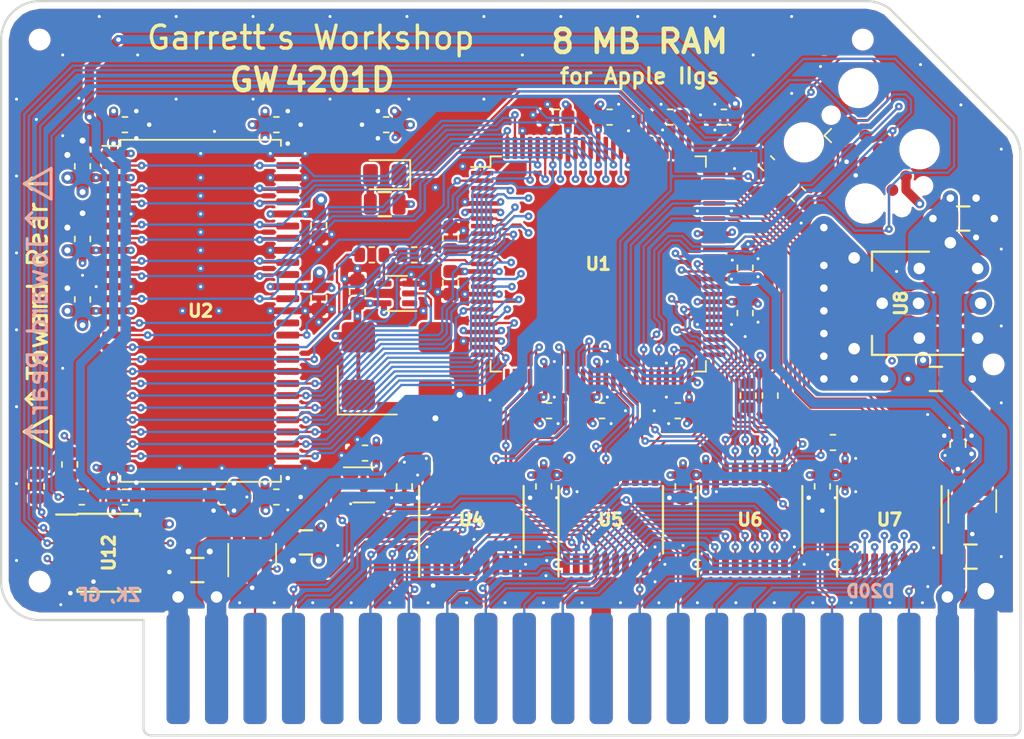
<source format=kicad_pcb>
(kicad_pcb (version 20171130) (host pcbnew "(5.1.10-1-10_14)")
  (title_block (title "GW4201D (RAM2GS II) - iCE40HX1K") (date 2021-05-30) (rev 2.0) (company "Garrett's Workshop"))
  (layers (0 F.Cu signal) (1 In1.Cu power) (2 In2.Cu power) (31 B.Cu signal) (34 B.Paste user) (35 F.Paste user) (36 B.SilkS user) (37 F.SilkS user) (38 B.Mask user) (39 F.Mask user) (44 Edge.Cuts user))
  (net 0 "")
  (net 1 GND)
  (net 2 /FA15)
  (net 3 /FA14)
  (net 4 /FA13)
  (net 5 /FA12)
  (net 6 /FA11)
  (net 7 /FA10)
  (net 8 /~CRAS~)
  (net 9 /ABORT)
  (net 10 /PH2)
  (net 11 /~CSEL~)
  (net 12 /~CROMSEL~)
  (net 13 /CROW1)
  (net 14 /CROW0)
  (net 15 /~CCAS~)
  (net 16 /~FWE~)
  (net 17 /FRA1)
  (net 18 /FRA2)
  (net 19 /FRA0)
  (net 20 /FRA7)
  (net 21 /FRA5)
  (net 22 /FRA4)
  (net 23 /FRA3)
  (net 24 /FRA6)
  (net 25 /FRA8)
  (net 26 /FRA9)
  (net 27 /FD2)
  (net 28 /FD7)
  (net 29 /FD0)
  (net 30 /FD6)
  (net 31 /FD4)
  (net 32 /FD5)
  (net 33 /FD3)
  (net 34 /FD1)
  (net 35 /AClk)
  (net 36 /RClk)
  (net 37 +3V3)
  (net 38 /Dout5)
  (net 39 /Dout6)
  (net 40 /Dout4)
  (net 41 /Dout7)
  (net 42 /Dout2)
  (net 43 /Dout1)
  (net 44 /Dout0)
  (net 45 /Dout3)
  (net 46 /Din3)
  (net 47 /Din0)
  (net 48 /Din1)
  (net 49 /Din2)
  (net 50 /Din7)
  (net 51 /Din4)
  (net 52 /Din6)
  (net 53 /Din5)
  (net 54 /~WE~in)
  (net 55 /Ain0)
  (net 56 /Ain2)
  (net 57 /Ain1)
  (net 58 /PH2in)
  (net 59 /~CCAS~in)
  (net 60 /CROWin0)
  (net 61 /CROWin1)
  (net 62 /~CRAS~in)
  (net 63 /RD0)
  (net 64 /RD2)
  (net 65 /RD1)
  (net 66 /RD3)
  (net 67 /RD7)
  (net 68 /RD5)
  (net 69 /RD6)
  (net 70 /RD4)
  (net 71 /Ain7)
  (net 72 /Ain5)
  (net 73 /Ain4)
  (net 74 /Ain3)
  (net 75 /Ain6)
  (net 76 /Ain8)
  (net 77 /Ain9)
  (net 78 /DQMH)
  (net 79 /CKE)
  (net 80 /RA11)
  (net 81 /RA9)
  (net 82 /RA8)
  (net 83 /RA7)
  (net 84 /RA6)
  (net 85 /RA5)
  (net 86 /RA4)
  (net 87 /RA3)
  (net 88 /RA2)
  (net 89 /RA1)
  (net 90 /RA0)
  (net 91 /RA10)
  (net 92 /BA1)
  (net 93 /BA0)
  (net 94 /R~CS~)
  (net 95 /R~RAS~)
  (net 96 /R~CAS~)
  (net 97 /R~WE~)
  (net 98 /DQML)
  (net 99 "Net-(U10-Pad2)")
  (net 100 +5V)
  (net 101 "Net-(U9-Pad1)")
  (net 102 "Net-(U10-Pad1)")
  (net 103 "Net-(R3-Pad2)")
  (net 104 +1V2)
  (net 105 +2V5)
  (net 106 "Net-(U1-Pad76)")
  (net 107 /INIT)
  (net 108 /CDO)
  (net 109 /CDI)
  (net 110 /Mode)
  (net 111 /CDONE)
  (net 112 "Net-(U13-Pad4)")
  (net 113 /C~CS~)
  (net 114 /C~RST~)
  (net 115 /CCK)
  (net 116 "Net-(U1-Pad78)")
  (net 117 "Net-(U11-Pad4)")
  (net 118 /CCKr)
  (net 119 "Net-(U1-Pad79)")
  (net 120 "Net-(U1-Pad80)")
  (net 121 "Net-(U1-Pad81)")
  (net 122 "Net-(U1-Pad83)")
  (net 123 "Net-(R8-Pad1)")
  (net 124 "Net-(U4-Pad19)")
  (net 125 /LED)
  (net 126 "Net-(D1-Pad2)")
  (net 127 /CCKr2)
  (module stdpads:C_0603 (layer F.Cu) (at 96.55 101.9 135)
    (fp_text reference C35)
    (fp_text value 15p)
    (pad 2 smd roundrect (at 0.75 0 135) (size 0.85 0.95) (layers F.Cu F.Paste F.Mask) (net 1 GND))
    (pad 1 smd roundrect (at -0.75 0 135) (size 0.85 0.95) (layers F.Cu F.Paste F.Mask) (net 115 /CCK))
  )
  (module stdpads:R_0603 (layer F.Cu) (at 98.6 103.95 135)
    (fp_text reference R10)
    (fp_text value 47)
    (pad 1 smd roundrect (at -0.8 0 135) (size 0.7 0.95) (layers F.Cu F.Paste F.Mask) (net 127 /CCKr2))
    (pad 2 smd roundrect (at 0.8 0 135) (size 0.7 0.95) (layers F.Cu F.Paste F.Mask) (net 115 /CCK))
  )
  (module stdpads:SOIC-8_3.9mm (layer F.Cu) (at 53.086 127.635 270)
    (fp_text reference U12)
    (fp_text value 25F010)
    (fp_text user %R (at 0 0 270) (layer F.SilkS) (effects (font (size 0.8128 0.8128) (thickness 0.2032))))
    (pad 8 smd roundrect (at -1.905 -2.527) (size 2.1 0.7) (layers F.Cu F.Paste F.Mask) (net 37 +3V3))
    (pad 7 smd roundrect (at -0.635 -2.527) (size 2.1 0.7) (layers F.Cu F.Paste F.Mask) (net 37 +3V3))
    (pad 6 smd roundrect (at 0.635 -2.527) (size 2.1 0.7) (layers F.Cu F.Paste F.Mask) (net 118 /CCKr))
    (pad 5 smd roundrect (at 1.905 -2.527) (size 2.1 0.7) (layers F.Cu F.Paste F.Mask) (net 108 /CDO))
    (pad 4 smd roundrect (at 1.905 2.527) (size 2.1 0.7) (layers F.Cu F.Paste F.Mask) (net 1 GND))
    (pad 3 smd roundrect (at 0.635 2.527) (size 2.1 0.7) (layers F.Cu F.Paste F.Mask) (net 37 +3V3))
    (pad 2 smd roundrect (at -0.635 2.527) (size 2.1 0.7) (layers F.Cu F.Paste F.Mask) (net 109 /CDI))
    (pad 1 smd roundrect (at -1.905 2.527) (size 2.1 0.7) (layers F.Cu F.Paste F.Mask) (net 113 /C~CS~))
  )
  (module stdpads:LED_0805 (layer F.Cu) (at 71.3 102.65 180)
    (fp_text reference D1)
    (fp_text value White)
    (pad 1 smd roundrect (at -0.9375 0 180) (size 0.975 1.4) (layers F.Cu F.Paste F.Mask) (net 125 /LED))
    (pad 2 smd roundrect (at 0.9375 0 180) (size 0.975 1.4) (layers F.Cu F.Paste F.Mask) (net 126 "Net-(D1-Pad2)"))
  )
  (module stdpads:R_0805 (layer F.Cu) (at 71.3 104.6)
    (fp_text reference R7)
    (fp_text value 180)
    (pad 1 smd roundrect (at -0.95 0) (size 0.85 1.4) (layers F.Cu F.Paste F.Mask) (net 126 "Net-(D1-Pad2)"))
    (pad 2 smd roundrect (at 0.95 0) (size 0.85 1.4) (layers F.Cu F.Paste F.Mask) (net 37 +3V3))
  )
  (module stdpads:R_0603 (layer F.Cu) (at 70.45 107.95 180)
    (fp_text reference R8)
    (fp_text value 47)
    (pad 1 smd roundrect (at -0.8 0 180) (size 0.7 0.95) (layers F.Cu F.Paste F.Mask) (net 123 "Net-(R8-Pad1)"))
    (pad 2 smd roundrect (at 0.8 0 180) (size 0.7 0.95) (layers F.Cu F.Paste F.Mask) (net 36 /RClk))
  )
  (module stdpads:R_0603 (layer F.Cu) (at 73.25 107.95)
    (fp_text reference R9)
    (fp_text value 47)
    (pad 2 smd roundrect (at 0.8 0) (size 0.7 0.95) (layers F.Cu F.Paste F.Mask) (net 35 /AClk))
    (pad 1 smd roundrect (at -0.8 0) (size 0.7 0.95) (layers F.Cu F.Paste F.Mask) (net 123 "Net-(R8-Pad1)"))
  )
  (module stdpads:R_0603 (layer F.Cu) (at 95.3 117.25 270)
    (fp_text reference R1)
    (fp_text value 10k)
    (pad 2 smd roundrect (at 0.8 0 270) (size 0.7 0.95) (layers F.Cu F.Paste F.Mask) (net 114 /C~RST~))
    (pad 1 smd roundrect (at -0.8 0 270) (size 0.7 0.95) (layers F.Cu F.Paste F.Mask) (net 37 +3V3))
  )
  (module stdpads:TQFP-100_14x14mm_P0.5mm (layer F.Cu) (at 85.4 108.55 270)
    (fp_text reference U1)
    (fp_text value iCE40HX1K-VQ100)
    (fp_text user %R (at 0 0) (layer F.SilkS) (effects (font (size 0.8128 0.8128) (thickness 0.2032))))
    (pad 1 smd roundrect (at -6 7.6625) (size 1.475 0.3) (layers F.Cu F.Paste F.Mask) (net 78 /DQMH))
    (pad 2 smd roundrect (at -5.5 7.6625) (size 1.475 0.3) (layers F.Cu F.Paste F.Mask) (net 97 /R~WE~))
    (pad 3 smd roundrect (at -5 7.6625) (size 1.475 0.3) (layers F.Cu F.Paste F.Mask) (net 93 /BA0))
    (pad 4 smd roundrect (at -4.5 7.6625) (size 1.475 0.3) (layers F.Cu F.Paste F.Mask) (net 80 /RA11))
    (pad 5 smd roundrect (at -4 7.6625) (size 1.475 0.3) (layers F.Cu F.Paste F.Mask) (net 1 GND))
    (pad 6 smd roundrect (at -3.5 7.6625) (size 1.475 0.3) (layers F.Cu F.Paste F.Mask) (net 37 +3V3))
    (pad 7 smd roundrect (at -3 7.6625) (size 1.475 0.3) (layers F.Cu F.Paste F.Mask) (net 92 /BA1))
    (pad 8 smd roundrect (at -2.5 7.6625) (size 1.475 0.3) (layers F.Cu F.Paste F.Mask) (net 81 /RA9))
    (pad 9 smd roundrect (at -2 7.6625) (size 1.475 0.3) (layers F.Cu F.Paste F.Mask) (net 91 /RA10))
    (pad 10 smd roundrect (at -1.5 7.6625) (size 1.475 0.3) (layers F.Cu F.Paste F.Mask) (net 90 /RA0))
    (pad 11 smd roundrect (at -1 7.6625) (size 1.475 0.3) (layers F.Cu F.Paste F.Mask) (net 104 +1V2))
    (pad 12 smd roundrect (at -0.5 7.6625) (size 1.475 0.3) (layers F.Cu F.Paste F.Mask) (net 83 /RA7))
    (pad 13 smd roundrect (at 0 7.6625) (size 1.475 0.3) (layers F.Cu F.Paste F.Mask) (net 35 /AClk))
    (pad 14 smd roundrect (at 0.5 7.6625) (size 1.475 0.3) (layers F.Cu F.Paste F.Mask) (net 37 +3V3))
    (pad 15 smd roundrect (at 1 7.6625) (size 1.475 0.3) (layers F.Cu F.Paste F.Mask) (net 89 /RA1))
    (pad 16 smd roundrect (at 1.5 7.6625) (size 1.475 0.3) (layers F.Cu F.Paste F.Mask) (net 84 /RA6))
    (pad 17 smd roundrect (at 2 7.6625) (size 1.475 0.3) (layers F.Cu F.Paste F.Mask) (net 1 GND))
    (pad 18 smd roundrect (at 2.5 7.6625) (size 1.475 0.3) (layers F.Cu F.Paste F.Mask) (net 88 /RA2))
    (pad 19 smd roundrect (at 3 7.6625) (size 1.475 0.3) (layers F.Cu F.Paste F.Mask) (net 82 /RA8))
    (pad 20 smd roundrect (at 3.5 7.6625) (size 1.475 0.3) (layers F.Cu F.Paste F.Mask) (net 85 /RA5))
    (pad 21 smd roundrect (at 4 7.6625) (size 1.475 0.3) (layers F.Cu F.Paste F.Mask) (net 87 /RA3))
    (pad 22 smd roundrect (at 4.5 7.6625) (size 1.475 0.3) (layers F.Cu F.Paste F.Mask) (net 37 +3V3))
    (pad 23 smd roundrect (at 5 7.6625) (size 1.475 0.3) (layers F.Cu F.Paste F.Mask) (net 1 GND))
    (pad 24 smd roundrect (at 5.5 7.6625) (size 1.475 0.3) (layers F.Cu F.Paste F.Mask) (net 86 /RA4))
    (pad 25 smd roundrect (at 6 7.6625) (size 1.475 0.3) (layers F.Cu F.Paste F.Mask) (net 44 /Dout0))
    (pad 26 smd roundrect (at 7.6625 6) (size 0.3 1.475) (layers F.Cu F.Paste F.Mask) (net 39 /Dout6))
    (pad 27 smd roundrect (at 7.6625 5.5) (size 0.3 1.475) (layers F.Cu F.Paste F.Mask) (net 41 /Dout7))
    (pad 28 smd roundrect (at 7.6625 5) (size 0.3 1.475) (layers F.Cu F.Paste F.Mask) (net 40 /Dout4))
    (pad 29 smd roundrect (at 7.6625 4.5) (size 0.3 1.475) (layers F.Cu F.Paste F.Mask) (net 38 /Dout5))
    (pad 30 smd roundrect (at 7.6625 4) (size 0.3 1.475) (layers F.Cu F.Paste F.Mask) (net 43 /Dout1))
    (pad 31 smd roundrect (at 7.6625 3.5) (size 0.3 1.475) (layers F.Cu F.Paste F.Mask) (net 37 +3V3))
    (pad 32 smd roundrect (at 7.6625 3) (size 0.3 1.475) (layers F.Cu F.Paste F.Mask) (net 1 GND))
    (pad 33 smd roundrect (at 7.6625 2.5) (size 0.3 1.475) (layers F.Cu F.Paste F.Mask) (net 45 /Dout3))
    (pad 34 smd roundrect (at 7.6625 2) (size 0.3 1.475) (layers F.Cu F.Paste F.Mask) (net 42 /Dout2))
    (pad 35 smd roundrect (at 7.6625 1.5) (size 0.3 1.475) (layers F.Cu F.Paste F.Mask) (net 104 +1V2))
    (pad 36 smd roundrect (at 7.6625 1) (size 0.3 1.475) (layers F.Cu F.Paste F.Mask) (net 49 /Din2))
    (pad 37 smd roundrect (at 7.6625 0.5) (size 0.3 1.475) (layers F.Cu F.Paste F.Mask) (net 48 /Din1))
    (pad 38 smd roundrect (at 7.6625 0) (size 0.3 1.475) (layers F.Cu F.Paste F.Mask) (net 37 +3V3))
    (pad 39 smd roundrect (at 7.6625 -0.5) (size 0.3 1.475) (layers F.Cu F.Paste F.Mask) (net 1 GND))
    (pad 40 smd roundrect (at 7.6625 -1) (size 0.3 1.475) (layers F.Cu F.Paste F.Mask) (net 46 /Din3))
    (pad 41 smd roundrect (at 7.6625 -1.5) (size 0.3 1.475) (layers F.Cu F.Paste F.Mask) (net 53 /Din5))
    (pad 42 smd roundrect (at 7.6625 -2) (size 0.3 1.475) (layers F.Cu F.Paste F.Mask) (net 51 /Din4))
    (pad 43 smd roundrect (at 7.6625 -2.5) (size 0.3 1.475) (layers F.Cu F.Paste F.Mask) (net 111 /CDONE))
    (pad 44 smd roundrect (at 7.6625 -3) (size 0.3 1.475) (layers F.Cu F.Paste F.Mask) (net 114 /C~RST~))
    (pad 45 smd roundrect (at 7.6625 -3.5) (size 0.3 1.475) (layers F.Cu F.Paste F.Mask) (net 108 /CDO))
    (pad 46 smd roundrect (at 7.6625 -4) (size 0.3 1.475) (layers F.Cu F.Paste F.Mask) (net 109 /CDI))
    (pad 47 smd roundrect (at 7.6625 -4.5) (size 0.3 1.475) (layers F.Cu F.Paste F.Mask) (net 1 GND))
    (pad 48 smd roundrect (at 7.6625 -5) (size 0.3 1.475) (layers F.Cu F.Paste F.Mask) (net 115 /CCK))
    (pad 49 smd roundrect (at 7.6625 -5.5) (size 0.3 1.475) (layers F.Cu F.Paste F.Mask) (net 113 /C~CS~))
    (pad 50 smd roundrect (at 7.6625 -6) (size 0.3 1.475) (layers F.Cu F.Paste F.Mask) (net 37 +3V3))
    (pad 51 smd roundrect (at 6 -7.6625) (size 1.475 0.3) (layers F.Cu F.Paste F.Mask) (net 50 /Din7))
    (pad 52 smd roundrect (at 5.5 -7.6625) (size 1.475 0.3) (layers F.Cu F.Paste F.Mask) (net 52 /Din6))
    (pad 53 smd roundrect (at 5 -7.6625) (size 1.475 0.3) (layers F.Cu F.Paste F.Mask) (net 47 /Din0))
    (pad 54 smd roundrect (at 4.5 -7.6625) (size 1.475 0.3) (layers F.Cu F.Paste F.Mask) (net 60 /CROWin0))
    (pad 55 smd roundrect (at 4 -7.6625) (size 1.475 0.3) (layers F.Cu F.Paste F.Mask) (net 1 GND))
    (pad 56 smd roundrect (at 3.5 -7.6625) (size 1.475 0.3) (layers F.Cu F.Paste F.Mask) (net 54 /~WE~in))
    (pad 57 smd roundrect (at 3 -7.6625) (size 1.475 0.3) (layers F.Cu F.Paste F.Mask) (net 56 /Ain2))
    (pad 58 smd roundrect (at 2.5 -7.6625) (size 1.475 0.3) (layers F.Cu F.Paste F.Mask) (net 37 +3V3))
    (pad 59 smd roundrect (at 2 -7.6625) (size 1.475 0.3) (layers F.Cu F.Paste F.Mask) (net 55 /Ain0))
    (pad 60 smd roundrect (at 1.5 -7.6625) (size 1.475 0.3) (layers F.Cu F.Paste F.Mask) (net 61 /CROWin1))
    (pad 61 smd roundrect (at 1 -7.6625) (size 1.475 0.3) (layers F.Cu F.Paste F.Mask) (net 104 +1V2))
    (pad 62 smd roundrect (at 0.5 -7.6625) (size 1.475 0.3) (layers F.Cu F.Paste F.Mask) (net 57 /Ain1))
    (pad 63 smd roundrect (at 0 -7.6625) (size 1.475 0.3) (layers F.Cu F.Paste F.Mask) (net 59 /~CCAS~in))
    (pad 64 smd roundrect (at -0.5 -7.6625) (size 1.475 0.3) (layers F.Cu F.Paste F.Mask) (net 58 /PH2in))
    (pad 65 smd roundrect (at -1 -7.6625) (size 1.475 0.3) (layers F.Cu F.Paste F.Mask) (net 62 /~CRAS~in))
    (pad 66 smd roundrect (at -1.5 -7.6625) (size 1.475 0.3) (layers F.Cu F.Paste F.Mask) (net 71 /Ain7))
    (pad 67 smd roundrect (at -2 -7.6625) (size 1.475 0.3) (layers F.Cu F.Paste F.Mask) (net 37 +3V3))
    (pad 68 smd roundrect (at -2.5 -7.6625) (size 1.475 0.3) (layers F.Cu F.Paste F.Mask) (net 72 /Ain5))
    (pad 69 smd roundrect (at -3 -7.6625) (size 1.475 0.3) (layers F.Cu F.Paste F.Mask) (net 73 /Ain4))
    (pad 70 smd roundrect (at -3.5 -7.6625) (size 1.475 0.3) (layers F.Cu F.Paste F.Mask) (net 1 GND))
    (pad 71 smd roundrect (at -4 -7.6625) (size 1.475 0.3) (layers F.Cu F.Paste F.Mask) (net 74 /Ain3))
    (pad 72 smd roundrect (at -4.5 -7.6625) (size 1.475 0.3) (layers F.Cu F.Paste F.Mask) (net 75 /Ain6))
    (pad 73 smd roundrect (at -5 -7.6625) (size 1.475 0.3) (layers F.Cu F.Paste F.Mask) (net 76 /Ain8))
    (pad 74 smd roundrect (at -5.5 -7.6625) (size 1.475 0.3) (layers F.Cu F.Paste F.Mask) (net 77 /Ain9))
    (pad 75 smd roundrect (at -6 -7.6625) (size 1.475 0.3) (layers F.Cu F.Paste F.Mask) (net 105 +2V5))
    (pad 76 smd roundrect (at -7.6625 -6) (size 0.3 1.475) (layers F.Cu F.Paste F.Mask) (net 106 "Net-(U1-Pad76)"))
    (pad 77 smd roundrect (at -7.6625 -5.5) (size 0.3 1.475) (layers F.Cu F.Paste F.Mask) (net 104 +1V2))
    (pad 78 smd roundrect (at -7.6625 -5) (size 0.3 1.475) (layers F.Cu F.Paste F.Mask) (net 116 "Net-(U1-Pad78)"))
    (pad 79 smd roundrect (at -7.6625 -4.5) (size 0.3 1.475) (layers F.Cu F.Paste F.Mask) (net 119 "Net-(U1-Pad79)"))
    (pad 80 smd roundrect (at -7.6625 -4) (size 0.3 1.475) (layers F.Cu F.Paste F.Mask) (net 120 "Net-(U1-Pad80)"))
    (pad 81 smd roundrect (at -7.6625 -3.5) (size 0.3 1.475) (layers F.Cu F.Paste F.Mask) (net 121 "Net-(U1-Pad81)"))
    (pad 82 smd roundrect (at -7.6625 -3) (size 0.3 1.475) (layers F.Cu F.Paste F.Mask) (net 125 /LED))
    (pad 83 smd roundrect (at -7.6625 -2.5) (size 0.3 1.475) (layers F.Cu F.Paste F.Mask) (net 122 "Net-(U1-Pad83)"))
    (pad 84 smd roundrect (at -7.6625 -2) (size 0.3 1.475) (layers F.Cu F.Paste F.Mask) (net 1 GND))
    (pad 85 smd roundrect (at -7.6625 -1.5) (size 0.3 1.475) (layers F.Cu F.Paste F.Mask) (net 63 /RD0))
    (pad 86 smd roundrect (at -7.6625 -1) (size 0.3 1.475) (layers F.Cu F.Paste F.Mask) (net 64 /RD2))
    (pad 87 smd roundrect (at -7.6625 -0.5) (size 0.3 1.475) (layers F.Cu F.Paste F.Mask) (net 70 /RD4))
    (pad 88 smd roundrect (at -7.6625 0) (size 0.3 1.475) (layers F.Cu F.Paste F.Mask) (net 37 +3V3))
    (pad 89 smd roundrect (at -7.6625 0.5) (size 0.3 1.475) (layers F.Cu F.Paste F.Mask) (net 68 /RD5))
    (pad 90 smd roundrect (at -7.6625 1) (size 0.3 1.475) (layers F.Cu F.Paste F.Mask) (net 69 /RD6))
    (pad 91 smd roundrect (at -7.6625 1.5) (size 0.3 1.475) (layers F.Cu F.Paste F.Mask) (net 67 /RD7))
    (pad 92 smd roundrect (at -7.6625 2) (size 0.3 1.475) (layers F.Cu F.Paste F.Mask) (net 37 +3V3))
    (pad 93 smd roundrect (at -7.6625 2.5) (size 0.3 1.475) (layers F.Cu F.Paste F.Mask) (net 98 /DQML))
    (pad 94 smd roundrect (at -7.6625 3) (size 0.3 1.475) (layers F.Cu F.Paste F.Mask) (net 94 /R~CS~))
    (pad 95 smd roundrect (at -7.6625 3.5) (size 0.3 1.475) (layers F.Cu F.Paste F.Mask) (net 79 /CKE))
    (pad 96 smd roundrect (at -7.6625 4) (size 0.3 1.475) (layers F.Cu F.Paste F.Mask) (net 96 /R~CAS~))
    (pad 97 smd roundrect (at -7.6625 4.5) (size 0.3 1.475) (layers F.Cu F.Paste F.Mask) (net 95 /R~RAS~))
    (pad 98 smd roundrect (at -7.6625 5) (size 0.3 1.475) (layers F.Cu F.Paste F.Mask) (net 1 GND))
    (pad 99 smd roundrect (at -7.6625 5.5) (size 0.3 1.475) (layers F.Cu F.Paste F.Mask) (net 65 /RD1))
    (pad 100 smd roundrect (at -7.6625 6) (size 0.3 1.475) (layers F.Cu F.Paste F.Mask) (net 66 /RD3))
  )
  (module stdpads:SOT-223 (layer F.Cu) (at 105.387 111.15)
    (fp_text reference U8 (at 0 0 270) (layer F.SilkS) (effects (font (size 0.8128 0.8128) (thickness 0.2032))))
    (fp_text value AZ1117CH-3.3TRG1)
    (pad 1 smd roundrect (at 3.15 2.3 180) (size 2 1.5) (layers F.Cu F.Paste F.Mask) (roundrect_rratio 0.2) (net 1 GND))
    (pad 3 smd roundrect (at 3.15 -2.3 180) (size 2 1.5) (layers F.Cu F.Paste F.Mask) (roundrect_rratio 0.2) (net 100 +5V))
    (pad 2 smd roundrect (at 3.15 0 180) (size 2 1.5) (layers F.Cu F.Paste F.Mask) (roundrect_rratio 0.2) (net 37 +3V3))
    (pad 2 smd roundrect (at -3.15 0 180) (size 2 3.8) (layers F.Cu F.Paste F.Mask) (roundrect_rratio 0.15) (net 37 +3V3))
  )
  (module stdpads:C_0603 (layer F.Cu) (at 71.4 99.35 180)
    (fp_text reference C34)
    (fp_text value 2u2)
    (pad 1 smd roundrect (at -0.75 0 180) (size 0.85 0.95) (layers F.Cu F.Paste F.Mask) (net 37 +3V3))
    (pad 2 smd roundrect (at 0.75 0 180) (size 0.85 0.95) (layers F.Cu F.Paste F.Mask) (net 1 GND))
  )
  (module stdpads:TSSOP-20_4.4x6.5mm_P0.65mm (layer F.Cu) (at 95.425 125.45)
    (fp_text reference U6)
    (fp_text value 74LVC245APW)
    (fp_text user %R (at 0 0) (layer F.SilkS) (effects (font (size 0.8128 0.8128) (thickness 0.2032))))
    (pad 20 smd roundrect (at -2.925 -2.95 90) (size 1.45 0.45) (layers F.Cu F.Paste F.Mask) (net 37 +3V3))
    (pad 19 smd roundrect (at -2.275 -2.95 90) (size 1.45 0.45) (layers F.Cu F.Paste F.Mask) (net 1 GND))
    (pad 18 smd roundrect (at -1.625 -2.95 90) (size 1.45 0.45) (layers F.Cu F.Paste F.Mask) (net 54 /~WE~in))
    (pad 17 smd roundrect (at -0.975 -2.95 90) (size 1.45 0.45) (layers F.Cu F.Paste F.Mask) (net 55 /Ain0))
    (pad 16 smd roundrect (at -0.325 -2.95 90) (size 1.45 0.45) (layers F.Cu F.Paste F.Mask) (net 56 /Ain2))
    (pad 15 smd roundrect (at 0.325 -2.95 90) (size 1.45 0.45) (layers F.Cu F.Paste F.Mask) (net 57 /Ain1))
    (pad 14 smd roundrect (at 0.975 -2.95 90) (size 1.45 0.45) (layers F.Cu F.Paste F.Mask) (net 58 /PH2in))
    (pad 13 smd roundrect (at 1.625 -2.95 90) (size 1.45 0.45) (layers F.Cu F.Paste F.Mask) (net 59 /~CCAS~in))
    (pad 12 smd roundrect (at 2.275 -2.95 90) (size 1.45 0.45) (layers F.Cu F.Paste F.Mask) (net 60 /CROWin0))
    (pad 11 smd roundrect (at 2.925 -2.95 90) (size 1.45 0.45) (layers F.Cu F.Paste F.Mask) (net 61 /CROWin1))
    (pad 10 smd roundrect (at 2.925 2.95 90) (size 1.45 0.45) (layers F.Cu F.Paste F.Mask) (net 1 GND))
    (pad 9 smd roundrect (at 2.275 2.95 90) (size 1.45 0.45) (layers F.Cu F.Paste F.Mask) (net 13 /CROW1))
    (pad 8 smd roundrect (at 1.625 2.95 90) (size 1.45 0.45) (layers F.Cu F.Paste F.Mask) (net 14 /CROW0))
    (pad 7 smd roundrect (at 0.975 2.95 90) (size 1.45 0.45) (layers F.Cu F.Paste F.Mask) (net 15 /~CCAS~))
    (pad 6 smd roundrect (at 0.325 2.95 90) (size 1.45 0.45) (layers F.Cu F.Paste F.Mask) (net 10 /PH2))
    (pad 5 smd roundrect (at -0.325 2.95 90) (size 1.45 0.45) (layers F.Cu F.Paste F.Mask) (net 17 /FRA1))
    (pad 4 smd roundrect (at -0.975 2.95 90) (size 1.45 0.45) (layers F.Cu F.Paste F.Mask) (net 18 /FRA2))
    (pad 3 smd roundrect (at -1.625 2.95 90) (size 1.45 0.45) (layers F.Cu F.Paste F.Mask) (net 19 /FRA0))
    (pad 2 smd roundrect (at -2.275 2.95 90) (size 1.45 0.45) (layers F.Cu F.Paste F.Mask) (net 16 /~FWE~))
    (pad 1 smd roundrect (at -2.925 2.95 90) (size 1.45 0.45) (layers F.Cu F.Paste F.Mask) (net 37 +3V3))
  )
  (module Connector:Tag-Connect_TC2050-IDC-FP_2x05_P1.27mm_Vertical (layer F.Cu) (at 103.474 101.415 315)
    (fp_text reference J2)
    (fp_text value JTAG)
    (pad "" np_thru_hole circle (at 1.905 -2.54 315) (size 2.3749 2.3749) (drill 2.3749) (layers *.Cu *.Mask))
    (pad "" np_thru_hole circle (at 1.905 2.54 315) (size 2.3749 2.3749) (drill 2.3749) (layers *.Cu *.Mask))
    (pad "" np_thru_hole circle (at -3.81 2.54 315) (size 2.3749 2.3749) (drill 2.3749) (layers *.Cu *.Mask))
    (pad "" np_thru_hole circle (at -3.81 -2.54 315) (size 2.3749 2.3749) (drill 2.3749) (layers *.Cu *.Mask))
    (pad 10 connect circle (at -2.54 -0.635 315) (size 0.7874 0.7874) (layers F.Cu F.Mask) (net 113 /C~CS~))
    (pad 9 connect circle (at -1.27 -0.635 315) (size 0.7874 0.7874) (layers F.Cu F.Mask) (net 114 /C~RST~))
    (pad 8 connect circle (at 0 -0.635 315) (size 0.7874 0.7874) (layers F.Cu F.Mask) (net 107 /INIT))
    (pad 7 connect circle (at 1.27 -0.635 315) (size 0.7874 0.7874) (layers F.Cu F.Mask) (net 108 /CDO))
    (pad 6 connect circle (at 2.54 -0.635 315) (size 0.7874 0.7874) (layers F.Cu F.Mask) (net 37 +3V3))
    (pad 5 connect circle (at 2.54 0.635 315) (size 0.7874 0.7874) (layers F.Cu F.Mask) (net 109 /CDI))
    (pad 4 connect circle (at 1.27 0.635 315) (size 0.7874 0.7874) (layers F.Cu F.Mask) (net 1 GND))
    (pad 3 connect circle (at 0 0.635 315) (size 0.7874 0.7874) (layers F.Cu F.Mask) (net 110 /Mode))
    (pad 2 connect circle (at -1.27 0.635 315) (size 0.7874 0.7874) (layers F.Cu F.Mask) (net 1 GND))
    (pad 1 connect circle (at -2.54 0.635 315) (size 0.7874 0.7874) (layers F.Cu F.Mask) (net 127 /CCKr2))
    (pad "" np_thru_hole circle (at -3.81 0 315) (size 0.9906 0.9906) (drill 0.9906) (layers *.Cu *.Mask))
    (pad "" np_thru_hole circle (at 3.81 1.016 315) (size 0.9906 0.9906) (drill 0.9906) (layers *.Cu *.Mask))
    (pad "" np_thru_hole circle (at 3.81 -1.016 315) (size 0.9906 0.9906) (drill 0.9906) (layers *.Cu *.Mask))
  )
  (module stdpads:C_0603 (layer F.Cu) (at 90.15 98.85 180)
    (fp_text reference C31)
    (fp_text value 2u2)
    (pad 2 smd roundrect (at 0.75 0 180) (size 0.85 0.95) (layers F.Cu F.Paste F.Mask) (net 1 GND))
    (pad 1 smd roundrect (at -0.75 0 180) (size 0.85 0.95) (layers F.Cu F.Paste F.Mask) (net 104 +1V2))
  )
  (module stdpads:C_0603 (layer F.Cu) (at 85.65 118.25)
    (fp_text reference C32)
    (fp_text value 2u2)
    (pad 2 smd roundrect (at 0.75 0) (size 0.85 0.95) (layers F.Cu F.Paste F.Mask) (net 1 GND))
    (pad 1 smd roundrect (at -0.75 0) (size 0.85 0.95) (layers F.Cu F.Paste F.Mask) (net 37 +3V3))
  )
  (module stdpads:C_0603 (layer F.Cu) (at 82.15 118.25)
    (fp_text reference C13)
    (fp_text value 2u2)
    (pad 1 smd roundrect (at -0.75 0) (size 0.85 0.95) (layers F.Cu F.Paste F.Mask) (net 37 +3V3))
    (pad 2 smd roundrect (at 0.75 0) (size 0.85 0.95) (layers F.Cu F.Paste F.Mask) (net 1 GND))
  )
  (module stdpads:TSSOP-20_4.4x6.5mm_P0.65mm (layer F.Cu) (at 77.025 125.45)
    (fp_text reference U4)
    (fp_text value 74AHCT245PW)
    (fp_text user %R (at 0 0) (layer F.SilkS) (effects (font (size 0.8128 0.8128) (thickness 0.2032))))
    (pad 20 smd roundrect (at -2.925 -2.95 90) (size 1.45 0.45) (layers F.Cu F.Paste F.Mask) (net 100 +5V))
    (pad 19 smd roundrect (at -2.275 -2.95 90) (size 1.45 0.45) (layers F.Cu F.Paste F.Mask) (net 124 "Net-(U4-Pad19)"))
    (pad 18 smd roundrect (at -1.625 -2.95 90) (size 1.45 0.45) (layers F.Cu F.Paste F.Mask) (net 44 /Dout0))
    (pad 17 smd roundrect (at -0.975 -2.95 90) (size 1.45 0.45) (layers F.Cu F.Paste F.Mask) (net 39 /Dout6))
    (pad 16 smd roundrect (at -0.325 -2.95 90) (size 1.45 0.45) (layers F.Cu F.Paste F.Mask) (net 41 /Dout7))
    (pad 15 smd roundrect (at 0.325 -2.95 90) (size 1.45 0.45) (layers F.Cu F.Paste F.Mask) (net 40 /Dout4))
    (pad 14 smd roundrect (at 0.975 -2.95 90) (size 1.45 0.45) (layers F.Cu F.Paste F.Mask) (net 38 /Dout5))
    (pad 13 smd roundrect (at 1.625 -2.95 90) (size 1.45 0.45) (layers F.Cu F.Paste F.Mask) (net 45 /Dout3))
    (pad 12 smd roundrect (at 2.275 -2.95 90) (size 1.45 0.45) (layers F.Cu F.Paste F.Mask) (net 43 /Dout1))
    (pad 11 smd roundrect (at 2.925 -2.95 90) (size 1.45 0.45) (layers F.Cu F.Paste F.Mask) (net 42 /Dout2))
    (pad 10 smd roundrect (at 2.925 2.95 90) (size 1.45 0.45) (layers F.Cu F.Paste F.Mask) (net 1 GND))
    (pad 9 smd roundrect (at 2.275 2.95 90) (size 1.45 0.45) (layers F.Cu F.Paste F.Mask) (net 27 /FD2))
    (pad 8 smd roundrect (at 1.625 2.95 90) (size 1.45 0.45) (layers F.Cu F.Paste F.Mask) (net 34 /FD1))
    (pad 7 smd roundrect (at 0.975 2.95 90) (size 1.45 0.45) (layers F.Cu F.Paste F.Mask) (net 33 /FD3))
    (pad 6 smd roundrect (at 0.325 2.95 90) (size 1.45 0.45) (layers F.Cu F.Paste F.Mask) (net 32 /FD5))
    (pad 5 smd roundrect (at -0.325 2.95 90) (size 1.45 0.45) (layers F.Cu F.Paste F.Mask) (net 31 /FD4))
    (pad 4 smd roundrect (at -0.975 2.95 90) (size 1.45 0.45) (layers F.Cu F.Paste F.Mask) (net 28 /FD7))
    (pad 3 smd roundrect (at -1.625 2.95 90) (size 1.45 0.45) (layers F.Cu F.Paste F.Mask) (net 30 /FD6))
    (pad 2 smd roundrect (at -2.275 2.95 90) (size 1.45 0.45) (layers F.Cu F.Paste F.Mask) (net 29 /FD0))
    (pad 1 smd roundrect (at -2.925 2.95 90) (size 1.45 0.45) (layers F.Cu F.Paste F.Mask) (net 1 GND))
  )
  (module stdpads:SOT-353 (layer F.Cu) (at 72.1 110.5)
    (fp_text reference U10)
    (fp_text value 74LVC1G04GW)
    (pad 5 smd roundrect (at -0.85 0.65 180) (size 1 0.4) (layers F.Cu F.Paste F.Mask) (net 37 +3V3))
    (pad 4 smd roundrect (at -0.85 -0.65 180) (size 1 0.4) (layers F.Cu F.Paste F.Mask) (net 123 "Net-(R8-Pad1)"))
    (pad 2 smd roundrect (at 0.85 0 180) (size 1 0.4) (layers F.Cu F.Paste F.Mask) (net 99 "Net-(U10-Pad2)"))
    (pad 1 smd roundrect (at 0.85 0.65 180) (size 1 0.4) (layers F.Cu F.Paste F.Mask) (net 102 "Net-(U10-Pad1)"))
    (pad 3 smd roundrect (at 0.85 -0.65 180) (size 1 0.4) (layers F.Cu F.Paste F.Mask) (net 1 GND))
  )
  (module stdpads:SOT-353 (layer F.Cu) (at 69.9 123.15 180)
    (fp_text reference U9)
    (fp_text value 74LVC1G04GW)
    (pad 5 smd roundrect (at -0.85 0.65) (size 1 0.4) (layers F.Cu F.Paste F.Mask) (net 37 +3V3))
    (pad 4 smd roundrect (at -0.85 -0.65) (size 1 0.4) (layers F.Cu F.Paste F.Mask) (net 124 "Net-(U4-Pad19)"))
    (pad 2 smd roundrect (at 0.85 0) (size 1 0.4) (layers F.Cu F.Paste F.Mask) (net 11 /~CSEL~))
    (pad 1 smd roundrect (at 0.85 0.65) (size 1 0.4) (layers F.Cu F.Paste F.Mask) (net 101 "Net-(U9-Pad1)"))
    (pad 3 smd roundrect (at 0.85 -0.65) (size 1 0.4) (layers F.Cu F.Paste F.Mask) (net 1 GND))
  )
  (module stdpads:TSSOP-20_4.4x6.5mm_P0.65mm (layer F.Cu) (at 104.625 125.45)
    (fp_text reference U7)
    (fp_text value 74LVC245APW)
    (fp_text user %R (at 0 0) (layer F.SilkS) (effects (font (size 0.8128 0.8128) (thickness 0.2032))))
    (pad 20 smd roundrect (at -2.925 -2.95 90) (size 1.45 0.45) (layers F.Cu F.Paste F.Mask) (net 37 +3V3))
    (pad 19 smd roundrect (at -2.275 -2.95 90) (size 1.45 0.45) (layers F.Cu F.Paste F.Mask) (net 1 GND))
    (pad 18 smd roundrect (at -1.625 -2.95 90) (size 1.45 0.45) (layers F.Cu F.Paste F.Mask) (net 103 "Net-(R3-Pad2)"))
    (pad 17 smd roundrect (at -0.975 -2.95 90) (size 1.45 0.45) (layers F.Cu F.Paste F.Mask) (net 71 /Ain7))
    (pad 16 smd roundrect (at -0.325 -2.95 90) (size 1.45 0.45) (layers F.Cu F.Paste F.Mask) (net 72 /Ain5))
    (pad 15 smd roundrect (at 0.325 -2.95 90) (size 1.45 0.45) (layers F.Cu F.Paste F.Mask) (net 73 /Ain4))
    (pad 14 smd roundrect (at 0.975 -2.95 90) (size 1.45 0.45) (layers F.Cu F.Paste F.Mask) (net 74 /Ain3))
    (pad 13 smd roundrect (at 1.625 -2.95 90) (size 1.45 0.45) (layers F.Cu F.Paste F.Mask) (net 75 /Ain6))
    (pad 12 smd roundrect (at 2.275 -2.95 90) (size 1.45 0.45) (layers F.Cu F.Paste F.Mask) (net 76 /Ain8))
    (pad 11 smd roundrect (at 2.925 -2.95 90) (size 1.45 0.45) (layers F.Cu F.Paste F.Mask) (net 77 /Ain9))
    (pad 10 smd roundrect (at 2.925 2.95 90) (size 1.45 0.45) (layers F.Cu F.Paste F.Mask) (net 1 GND))
    (pad 9 smd roundrect (at 2.275 2.95 90) (size 1.45 0.45) (layers F.Cu F.Paste F.Mask) (net 26 /FRA9))
    (pad 8 smd roundrect (at 1.625 2.95 90) (size 1.45 0.45) (layers F.Cu F.Paste F.Mask) (net 25 /FRA8))
    (pad 7 smd roundrect (at 0.975 2.95 90) (size 1.45 0.45) (layers F.Cu F.Paste F.Mask) (net 24 /FRA6))
    (pad 6 smd roundrect (at 0.325 2.95 90) (size 1.45 0.45) (layers F.Cu F.Paste F.Mask) (net 23 /FRA3))
    (pad 5 smd roundrect (at -0.325 2.95 90) (size 1.45 0.45) (layers F.Cu F.Paste F.Mask) (net 22 /FRA4))
    (pad 4 smd roundrect (at -0.975 2.95 90) (size 1.45 0.45) (layers F.Cu F.Paste F.Mask) (net 21 /FRA5))
    (pad 3 smd roundrect (at -1.625 2.95 90) (size 1.45 0.45) (layers F.Cu F.Paste F.Mask) (net 20 /FRA7))
    (pad 2 smd roundrect (at -2.275 2.95 90) (size 1.45 0.45) (layers F.Cu F.Paste F.Mask) (net 8 /~CRAS~))
    (pad 1 smd roundrect (at -2.925 2.95 90) (size 1.45 0.45) (layers F.Cu F.Paste F.Mask) (net 37 +3V3))
  )
  (module stdpads:TSSOP-20_4.4x6.5mm_P0.65mm (layer F.Cu) (at 86.225 125.45)
    (fp_text reference U5)
    (fp_text value 74LVC245APW)
    (fp_text user %R (at 0 0) (layer F.SilkS) (effects (font (size 0.8128 0.8128) (thickness 0.2032))))
    (pad 20 smd roundrect (at -2.925 -2.95 90) (size 1.45 0.45) (layers F.Cu F.Paste F.Mask) (net 37 +3V3))
    (pad 19 smd roundrect (at -2.275 -2.95 90) (size 1.45 0.45) (layers F.Cu F.Paste F.Mask) (net 1 GND))
    (pad 18 smd roundrect (at -1.625 -2.95 90) (size 1.45 0.45) (layers F.Cu F.Paste F.Mask) (net 49 /Din2))
    (pad 17 smd roundrect (at -0.975 -2.95 90) (size 1.45 0.45) (layers F.Cu F.Paste F.Mask) (net 48 /Din1))
    (pad 16 smd roundrect (at -0.325 -2.95 90) (size 1.45 0.45) (layers F.Cu F.Paste F.Mask) (net 46 /Din3))
    (pad 15 smd roundrect (at 0.325 -2.95 90) (size 1.45 0.45) (layers F.Cu F.Paste F.Mask) (net 53 /Din5))
    (pad 14 smd roundrect (at 0.975 -2.95 90) (size 1.45 0.45) (layers F.Cu F.Paste F.Mask) (net 51 /Din4))
    (pad 13 smd roundrect (at 1.625 -2.95 90) (size 1.45 0.45) (layers F.Cu F.Paste F.Mask) (net 50 /Din7))
    (pad 12 smd roundrect (at 2.275 -2.95 90) (size 1.45 0.45) (layers F.Cu F.Paste F.Mask) (net 52 /Din6))
    (pad 11 smd roundrect (at 2.925 -2.95 90) (size 1.45 0.45) (layers F.Cu F.Paste F.Mask) (net 47 /Din0))
    (pad 10 smd roundrect (at 2.925 2.95 90) (size 1.45 0.45) (layers F.Cu F.Paste F.Mask) (net 1 GND))
    (pad 9 smd roundrect (at 2.275 2.95 90) (size 1.45 0.45) (layers F.Cu F.Paste F.Mask) (net 29 /FD0))
    (pad 8 smd roundrect (at 1.625 2.95 90) (size 1.45 0.45) (layers F.Cu F.Paste F.Mask) (net 30 /FD6))
    (pad 7 smd roundrect (at 0.975 2.95 90) (size 1.45 0.45) (layers F.Cu F.Paste F.Mask) (net 28 /FD7))
    (pad 6 smd roundrect (at 0.325 2.95 90) (size 1.45 0.45) (layers F.Cu F.Paste F.Mask) (net 31 /FD4))
    (pad 5 smd roundrect (at -0.325 2.95 90) (size 1.45 0.45) (layers F.Cu F.Paste F.Mask) (net 32 /FD5))
    (pad 4 smd roundrect (at -0.975 2.95 90) (size 1.45 0.45) (layers F.Cu F.Paste F.Mask) (net 33 /FD3))
    (pad 3 smd roundrect (at -1.625 2.95 90) (size 1.45 0.45) (layers F.Cu F.Paste F.Mask) (net 34 /FD1))
    (pad 2 smd roundrect (at -2.275 2.95 90) (size 1.45 0.45) (layers F.Cu F.Paste F.Mask) (net 27 /FD2))
    (pad 1 smd roundrect (at -2.925 2.95 90) (size 1.45 0.45) (layers F.Cu F.Paste F.Mask) (net 37 +3V3))
  )
  (module stdpads:C_0603 (layer F.Cu) (at 54.15 99.35)
    (fp_text reference C17)
    (fp_text value 2u2)
    (pad 2 smd roundrect (at 0.75 0) (size 0.85 0.95) (layers F.Cu F.Paste F.Mask) (net 1 GND))
    (pad 1 smd roundrect (at -0.75 0) (size 0.85 0.95) (layers F.Cu F.Paste F.Mask) (net 37 +3V3))
  )
  (module stdpads:C_0805 (layer F.Cu) (at 66.1 126.95 180)
    (fp_text reference C26)
    (fp_text value 10u)
    (pad 1 smd roundrect (at -0.85 0 180) (size 1.05 1.4) (layers F.Cu F.Paste F.Mask) (net 37 +3V3))
    (pad 2 smd roundrect (at 0.85 0 180) (size 1.05 1.4) (layers F.Cu F.Paste F.Mask) (net 1 GND))
  )
  (module stdpads:C_0603 (layer F.Cu) (at 70 121.05 180)
    (fp_text reference C27)
    (fp_text value 2u2)
    (pad 2 smd roundrect (at 0.75 0 180) (size 0.85 0.95) (layers F.Cu F.Paste F.Mask) (net 1 GND))
    (pad 1 smd roundrect (at -0.75 0 180) (size 0.85 0.95) (layers F.Cu F.Paste F.Mask) (net 37 +3V3))
  )
  (module stdpads:C_0603 (layer F.Cu) (at 69.5 110.4 90)
    (fp_text reference C10)
    (fp_text value 2u2)
    (pad 2 smd roundrect (at 0.75 0 90) (size 0.85 0.95) (layers F.Cu F.Paste F.Mask) (net 1 GND))
    (pad 1 smd roundrect (at -0.75 0 90) (size 0.85 0.95) (layers F.Cu F.Paste F.Mask) (net 37 +3V3))
  )
  (module stdpads:AppleIIgsMemoryExpansion_Edge (layer F.Cu) (at 84.328 135.382)
    (fp_text reference J1)
    (fp_text value "IIgs RAM Exp.")
    (pad 1 smd roundrect (at 26.67 -0.1) (size 1.524 7.34) (layers B.Cu B.Mask) (net 1 GND))
    (pad 2 smd roundrect (at 24.13 -0.1) (size 1.524 7.34) (layers B.Cu B.Mask) (net 100 +5V))
    (pad 3 smd roundrect (at 21.59 -0.1) (size 1.524 7.34) (layers B.Cu B.Mask) (net 26 /FRA9))
    (pad 4 smd roundrect (at 19.05 -0.1) (size 1.524 7.34) (layers B.Cu B.Mask) (net 25 /FRA8))
    (pad 5 smd roundrect (at 16.51 -0.1) (size 1.524 7.34) (layers B.Cu B.Mask) (net 27 /FD2))
    (pad 6 smd roundrect (at 13.97 -0.1) (size 1.524 7.34) (layers B.Cu B.Mask) (net 24 /FRA6))
    (pad 7 smd roundrect (at 11.43 -0.1) (size 1.524 7.34) (layers B.Cu B.Mask) (net 23 /FRA3))
    (pad 8 smd roundrect (at 8.89 -0.1) (size 1.524 7.34) (layers B.Cu B.Mask) (net 22 /FRA4))
    (pad 9 smd roundrect (at 6.35 -0.1) (size 1.524 7.34) (layers B.Cu B.Mask) (net 21 /FRA5))
    (pad 10 smd roundrect (at 3.81 -0.1) (size 1.524 7.34) (layers B.Cu B.Mask) (net 20 /FRA7))
    (pad 11 smd roundrect (at 1.27 -0.1) (size 1.524 7.34) (layers B.Cu B.Mask) (net 100 +5V))
    (pad 12 smd roundrect (at -1.27 -0.1) (size 1.524 7.34) (layers B.Cu B.Mask) (net 16 /~FWE~))
    (pad 13 smd roundrect (at -3.81 -0.1) (size 1.524 7.34) (layers B.Cu B.Mask) (net 19 /FRA0))
    (pad 14 smd roundrect (at -6.35 -0.1) (size 1.524 7.34) (layers B.Cu B.Mask) (net 18 /FRA2))
    (pad 15 smd roundrect (at -8.89 -0.1) (size 1.524 7.34) (layers B.Cu B.Mask) (net 17 /FRA1))
    (pad 16 smd roundrect (at -11.43 -0.1) (size 1.524 7.34) (layers B.Cu B.Mask) (net 28 /FD7))
    (pad 17 smd roundrect (at -13.97 -0.1) (size 1.524 7.34) (layers B.Cu B.Mask) (net 15 /~CCAS~))
    (pad 18 smd roundrect (at -16.51 -0.1) (size 1.524 7.34) (layers B.Cu B.Mask) (net 14 /CROW0))
    (pad 19 smd roundrect (at -19.05 -0.1) (size 1.524 7.34) (layers B.Cu B.Mask) (net 13 /CROW1))
    (pad 20 smd roundrect (at -21.59 -0.1) (size 1.524 7.34) (layers B.Cu B.Mask) (net 12 /~CROMSEL~))
    (pad 21 smd roundrect (at -24.13 -0.1) (size 1.524 7.34) (layers B.Cu B.Mask) (net 100 +5V))
    (pad 22 smd roundrect (at -26.67 -0.1) (size 1.524 7.34) (layers B.Cu B.Mask) (net 1 GND))
    (pad 23 smd roundrect (at -26.67 -0.1) (size 1.524 7.34) (layers F.Cu F.Mask) (net 1 GND))
    (pad 24 smd roundrect (at -24.13 -0.1) (size 1.524 7.34) (layers F.Cu F.Mask) (net 100 +5V))
    (pad 25 smd roundrect (at -21.59 -0.1) (size 1.524 7.34) (layers F.Cu F.Mask) (net 29 /FD0))
    (pad 26 smd roundrect (at -19.05 -0.1) (size 1.524 7.34) (layers F.Cu F.Mask) (net 11 /~CSEL~))
    (pad 27 smd roundrect (at -16.51 -0.1) (size 1.524 7.34) (layers F.Cu F.Mask) (net 1 GND))
    (pad 28 smd roundrect (at -13.97 -0.1) (size 1.524 7.34) (layers F.Cu F.Mask) (net 30 /FD6))
    (pad 29 smd roundrect (at -11.43 -0.1) (size 1.524 7.34) (layers F.Cu F.Mask) (net 31 /FD4))
    (pad 30 smd roundrect (at -8.89 -0.1) (size 1.524 7.34) (layers F.Cu F.Mask) (net 32 /FD5))
    (pad 31 smd roundrect (at -6.35 -0.1) (size 1.524 7.34) (layers F.Cu F.Mask) (net 10 /PH2))
    (pad 32 smd roundrect (at -3.81 -0.1) (size 1.524 7.34) (layers F.Cu F.Mask) (net 9 /ABORT))
    (pad 33 smd roundrect (at -1.27 -0.1) (size 1.524 7.34) (layers F.Cu F.Mask) (net 33 /FD3))
    (pad 34 smd roundrect (at 1.27 -0.1) (size 1.524 7.34) (layers F.Cu F.Mask) (net 1 GND))
    (pad 35 smd roundrect (at 3.81 -0.1) (size 1.524 7.34) (layers F.Cu F.Mask) (net 8 /~CRAS~))
    (pad 36 smd roundrect (at 6.35 -0.1) (size 1.524 7.34) (layers F.Cu F.Mask) (net 34 /FD1))
    (pad 37 smd roundrect (at 8.89 -0.1) (size 1.524 7.34) (layers F.Cu F.Mask) (net 7 /FA10))
    (pad 38 smd roundrect (at 11.43 -0.1) (size 1.524 7.34) (layers F.Cu F.Mask) (net 6 /FA11))
    (pad 39 smd roundrect (at 13.97 -0.1) (size 1.524 7.34) (layers F.Cu F.Mask) (net 5 /FA12))
    (pad 40 smd roundrect (at 16.51 -0.1) (size 1.524 7.34) (layers F.Cu F.Mask) (net 4 /FA13))
    (pad 41 smd roundrect (at 19.05 -0.1) (size 1.524 7.34) (layers F.Cu F.Mask) (net 3 /FA14))
    (pad 42 smd roundrect (at 21.59 -0.1) (size 1.524 7.34) (layers F.Cu F.Mask) (net 2 /FA15))
    (pad 43 smd roundrect (at 24.13 -0.1) (size 1.524 7.34) (layers F.Cu F.Mask) (net 100 +5V))
    (pad 44 smd roundrect (at 26.67 -0.1) (size 1.524 7.34) (layers F.Cu F.Mask) (net 1 GND))
  )
  (module stdpads:TSOP-II-54_22.2x10.16mm_P0.8mm (layer F.Cu) (at 59.15 111.65)
    (fp_text reference U2)
    (fp_text value W9812G6KH-6)
    (fp_text user %R (at 0 0) (layer F.SilkS) (effects (font (size 0.8128 0.8128) (thickness 0.2032))))
    (pad 54 smd roundrect (at 5.75 -10.4) (size 1.51 0.458) (layers F.Cu F.Paste F.Mask) (net 1 GND))
    (pad 53 smd roundrect (at 5.75 -9.6) (size 1.51 0.458) (layers F.Cu F.Paste F.Mask) (net 63 /RD0))
    (pad 52 smd roundrect (at 5.75 -8.8) (size 1.51 0.458) (layers F.Cu F.Paste F.Mask) (net 1 GND))
    (pad 51 smd roundrect (at 5.75 -8) (size 1.51 0.458) (layers F.Cu F.Paste F.Mask) (net 65 /RD1))
    (pad 50 smd roundrect (at 5.75 -7.2) (size 1.51 0.458) (layers F.Cu F.Paste F.Mask) (net 64 /RD2))
    (pad 49 smd roundrect (at 5.75 -6.4) (size 1.51 0.458) (layers F.Cu F.Paste F.Mask) (net 37 +3V3))
    (pad 48 smd roundrect (at 5.75 -5.6) (size 1.51 0.458) (layers F.Cu F.Paste F.Mask) (net 66 /RD3))
    (pad 47 smd roundrect (at 5.75 -4.8) (size 1.51 0.458) (layers F.Cu F.Paste F.Mask) (net 70 /RD4))
    (pad 46 smd roundrect (at 5.75 -4) (size 1.51 0.458) (layers F.Cu F.Paste F.Mask) (net 1 GND))
    (pad 45 smd roundrect (at 5.75 -3.2) (size 1.51 0.458) (layers F.Cu F.Paste F.Mask) (net 68 /RD5))
    (pad 44 smd roundrect (at 5.75 -2.4) (size 1.51 0.458) (layers F.Cu F.Paste F.Mask) (net 69 /RD6))
    (pad 43 smd roundrect (at 5.75 -1.6) (size 1.51 0.458) (layers F.Cu F.Paste F.Mask) (net 37 +3V3))
    (pad 42 smd roundrect (at 5.75 -0.8) (size 1.51 0.458) (layers F.Cu F.Paste F.Mask) (net 67 /RD7))
    (pad 41 smd roundrect (at 5.75 0) (size 1.51 0.458) (layers F.Cu F.Paste F.Mask) (net 1 GND))
    (pad 40 smd roundrect (at 5.75 0.8) (size 1.51 0.458) (layers F.Cu F.Paste F.Mask))
    (pad 39 smd roundrect (at 5.75 1.6) (size 1.51 0.458) (layers F.Cu F.Paste F.Mask) (net 78 /DQMH))
    (pad 38 smd roundrect (at 5.75 2.4) (size 1.51 0.458) (layers F.Cu F.Paste F.Mask) (net 36 /RClk))
    (pad 37 smd roundrect (at 5.75 3.2) (size 1.51 0.458) (layers F.Cu F.Paste F.Mask) (net 79 /CKE))
    (pad 36 smd roundrect (at 5.75 4) (size 1.51 0.458) (layers F.Cu F.Paste F.Mask) (net 1 GND))
    (pad 35 smd roundrect (at 5.75 4.8) (size 1.51 0.458) (layers F.Cu F.Paste F.Mask) (net 80 /RA11))
    (pad 34 smd roundrect (at 5.75 5.6) (size 1.51 0.458) (layers F.Cu F.Paste F.Mask) (net 81 /RA9))
    (pad 33 smd roundrect (at 5.75 6.4) (size 1.51 0.458) (layers F.Cu F.Paste F.Mask) (net 82 /RA8))
    (pad 32 smd roundrect (at 5.75 7.2) (size 1.51 0.458) (layers F.Cu F.Paste F.Mask) (net 83 /RA7))
    (pad 31 smd roundrect (at 5.75 8) (size 1.51 0.458) (layers F.Cu F.Paste F.Mask) (net 84 /RA6))
    (pad 30 smd roundrect (at 5.75 8.8) (size 1.51 0.458) (layers F.Cu F.Paste F.Mask) (net 85 /RA5))
    (pad 29 smd roundrect (at 5.75 9.6) (size 1.51 0.458) (layers F.Cu F.Paste F.Mask) (net 86 /RA4))
    (pad 28 smd roundrect (at 5.75 10.4) (size 1.51 0.458) (layers F.Cu F.Paste F.Mask) (net 1 GND))
    (pad 27 smd roundrect (at -5.75 10.4) (size 1.51 0.458) (layers F.Cu F.Paste F.Mask) (net 37 +3V3))
    (pad 26 smd roundrect (at -5.75 9.6) (size 1.51 0.458) (layers F.Cu F.Paste F.Mask) (net 87 /RA3))
    (pad 25 smd roundrect (at -5.75 8.8) (size 1.51 0.458) (layers F.Cu F.Paste F.Mask) (net 88 /RA2))
    (pad 24 smd roundrect (at -5.75 8) (size 1.51 0.458) (layers F.Cu F.Paste F.Mask) (net 89 /RA1))
    (pad 23 smd roundrect (at -5.75 7.2) (size 1.51 0.458) (layers F.Cu F.Paste F.Mask) (net 90 /RA0))
    (pad 22 smd roundrect (at -5.75 6.4) (size 1.51 0.458) (layers F.Cu F.Paste F.Mask) (net 91 /RA10))
    (pad 21 smd roundrect (at -5.75 5.6) (size 1.51 0.458) (layers F.Cu F.Paste F.Mask) (net 92 /BA1))
    (pad 20 smd roundrect (at -5.75 4.8) (size 1.51 0.458) (layers F.Cu F.Paste F.Mask) (net 93 /BA0))
    (pad 19 smd roundrect (at -5.75 4) (size 1.51 0.458) (layers F.Cu F.Paste F.Mask) (net 94 /R~CS~))
    (pad 18 smd roundrect (at -5.75 3.2) (size 1.51 0.458) (layers F.Cu F.Paste F.Mask) (net 95 /R~RAS~))
    (pad 17 smd roundrect (at -5.75 2.4) (size 1.51 0.458) (layers F.Cu F.Paste F.Mask) (net 96 /R~CAS~))
    (pad 16 smd roundrect (at -5.75 1.6) (size 1.51 0.458) (layers F.Cu F.Paste F.Mask) (net 97 /R~WE~))
    (pad 15 smd roundrect (at -5.75 0.8) (size 1.51 0.458) (layers F.Cu F.Paste F.Mask) (net 98 /DQML))
    (pad 14 smd roundrect (at -5.75 0) (size 1.51 0.458) (layers F.Cu F.Paste F.Mask) (net 37 +3V3))
    (pad 13 smd roundrect (at -5.75 -0.8) (size 1.51 0.458) (layers F.Cu F.Paste F.Mask) (net 67 /RD7))
    (pad 12 smd roundrect (at -5.75 -1.6) (size 1.51 0.458) (layers F.Cu F.Paste F.Mask) (net 1 GND))
    (pad 11 smd roundrect (at -5.75 -2.4) (size 1.51 0.458) (layers F.Cu F.Paste F.Mask) (net 69 /RD6))
    (pad 10 smd roundrect (at -5.75 -3.2) (size 1.51 0.458) (layers F.Cu F.Paste F.Mask) (net 68 /RD5))
    (pad 9 smd roundrect (at -5.75 -4) (size 1.51 0.458) (layers F.Cu F.Paste F.Mask) (net 37 +3V3))
    (pad 8 smd roundrect (at -5.75 -4.8) (size 1.51 0.458) (layers F.Cu F.Paste F.Mask) (net 70 /RD4))
    (pad 7 smd roundrect (at -5.75 -5.6) (size 1.51 0.458) (layers F.Cu F.Paste F.Mask) (net 66 /RD3))
    (pad 6 smd roundrect (at -5.75 -6.4) (size 1.51 0.458) (layers F.Cu F.Paste F.Mask) (net 1 GND))
    (pad 5 smd roundrect (at -5.75 -7.2) (size 1.51 0.458) (layers F.Cu F.Paste F.Mask) (net 64 /RD2))
    (pad 4 smd roundrect (at -5.75 -8) (size 1.51 0.458) (layers F.Cu F.Paste F.Mask) (net 65 /RD1))
    (pad 3 smd roundrect (at -5.75 -8.8) (size 1.51 0.458) (layers F.Cu F.Paste F.Mask) (net 37 +3V3))
    (pad 2 smd roundrect (at -5.75 -9.6) (size 1.51 0.458) (layers F.Cu F.Paste F.Mask) (net 63 /RD0))
    (pad 1 smd roundrect (at -5.75 -10.4) (size 1.51 0.458) (layers F.Cu F.Paste F.Mask) (net 37 +3V3))
  )
  (module stdpads:C_0805 (layer F.Cu) (at 107.7 116.15)
    (fp_text reference C4)
    (fp_text value 10u)
    (pad 2 smd roundrect (at 0.85 0) (size 1.05 1.4) (layers F.Cu F.Paste F.Mask) (net 1 GND))
    (pad 1 smd roundrect (at -0.85 0) (size 1.05 1.4) (layers F.Cu F.Paste F.Mask) (net 37 +3V3))
  )
  (module stdpads:C_0805 (layer F.Cu) (at 109.5 105.55)
    (fp_text reference C3)
    (fp_text value 10u)
    (pad 2 smd roundrect (at 0.85 0) (size 1.05 1.4) (layers F.Cu F.Paste F.Mask) (net 1 GND))
    (pad 1 smd roundrect (at -0.85 0) (size 1.05 1.4) (layers F.Cu F.Paste F.Mask) (net 100 +5V))
  )
  (module stdpads:C_0805 (layer F.Cu) (at 109.982 127.889)
    (fp_text reference C2)
    (fp_text value 10u)
    (pad 2 smd roundrect (at 0.85 0) (size 1.05 1.4) (layers F.Cu F.Paste F.Mask) (net 1 GND))
    (pad 1 smd roundrect (at -0.85 0) (size 1.05 1.4) (layers F.Cu F.Paste F.Mask) (net 100 +5V))
  )
  (module stdpads:C_0805 (layer F.Cu) (at 58.928 128.778 180)
    (fp_text reference C1)
    (fp_text value 10u)
    (pad 2 smd roundrect (at 0.85 0 180) (size 1.05 1.4) (layers F.Cu F.Paste F.Mask) (net 1 GND))
    (pad 1 smd roundrect (at -0.85 0 180) (size 1.05 1.4) (layers F.Cu F.Paste F.Mask) (net 100 +5V))
  )
  (module stdpads:C_0603 (layer F.Cu) (at 72.6 123.25 270)
    (fp_text reference C5)
    (fp_text value 2u2)
    (pad 2 smd roundrect (at 0.75 0 270) (size 0.85 0.95) (layers F.Cu F.Paste F.Mask) (net 1 GND))
    (pad 1 smd roundrect (at -0.75 0 270) (size 0.85 0.95) (layers F.Cu F.Paste F.Mask) (net 100 +5V))
  )
  (module stdpads:C_0603 (layer F.Cu) (at 64.15 123.95)
    (fp_text reference C22)
    (fp_text value 2u2)
    (pad 2 smd roundrect (at 0.75 0) (size 0.85 0.95) (layers F.Cu F.Paste F.Mask) (net 1 GND))
    (pad 1 smd roundrect (at -0.75 0) (size 0.85 0.95) (layers F.Cu F.Paste F.Mask) (net 37 +3V3))
  )
  (module stdpads:C_0603 (layer F.Cu) (at 51.35 102.1 90)
    (fp_text reference C18)
    (fp_text value 2u2)
    (pad 2 smd roundrect (at 0.75 0 90) (size 0.85 0.95) (layers F.Cu F.Paste F.Mask) (net 1 GND))
    (pad 1 smd roundrect (at -0.75 0 90) (size 0.85 0.95) (layers F.Cu F.Paste F.Mask) (net 37 +3V3))
  )
  (module stdpads:C_0603 (layer F.Cu) (at 64.15 99.35)
    (fp_text reference C25)
    (fp_text value 2u2)
    (pad 2 smd roundrect (at 0.75 0) (size 0.85 0.95) (layers F.Cu F.Paste F.Mask) (net 1 GND))
    (pad 1 smd roundrect (at -0.75 0) (size 0.85 0.95) (layers F.Cu F.Paste F.Mask) (net 37 +3V3))
  )
  (module stdpads:C_0603 (layer F.Cu) (at 54.15 123.95)
    (fp_text reference C21)
    (fp_text value 2u2)
    (pad 2 smd roundrect (at 0.75 0) (size 0.85 0.95) (layers F.Cu F.Paste F.Mask) (net 1 GND))
    (pad 1 smd roundrect (at -0.75 0) (size 0.85 0.95) (layers F.Cu F.Paste F.Mask) (net 37 +3V3))
  )
  (module stdpads:C_0603 (layer F.Cu) (at 66.95 110.8 270)
    (fp_text reference C23)
    (fp_text value 2u2)
    (pad 2 smd roundrect (at 0.75 0 270) (size 0.85 0.95) (layers F.Cu F.Paste F.Mask) (net 1 GND))
    (pad 1 smd roundrect (at -0.75 0 270) (size 0.85 0.95) (layers F.Cu F.Paste F.Mask) (net 37 +3V3))
  )
  (module stdpads:C_0603 (layer F.Cu) (at 51.35 106.9 90)
    (fp_text reference C19)
    (fp_text value 2u2)
    (pad 2 smd roundrect (at 0.75 0 90) (size 0.85 0.95) (layers F.Cu F.Paste F.Mask) (net 1 GND))
    (pad 1 smd roundrect (at -0.75 0 90) (size 0.85 0.95) (layers F.Cu F.Paste F.Mask) (net 37 +3V3))
  )
  (module stdpads:C_0603 (layer F.Cu) (at 51.35 110.9 90)
    (fp_text reference C20)
    (fp_text value 2u2)
    (pad 2 smd roundrect (at 0.75 0 90) (size 0.85 0.95) (layers F.Cu F.Paste F.Mask) (net 1 GND))
    (pad 1 smd roundrect (at -0.75 0 90) (size 0.85 0.95) (layers F.Cu F.Paste F.Mask) (net 37 +3V3))
  )
  (module stdpads:C_0603 (layer F.Cu) (at 66.95 106 270)
    (fp_text reference C24)
    (fp_text value 2u2)
    (pad 2 smd roundrect (at 0.75 0 270) (size 0.85 0.95) (layers F.Cu F.Paste F.Mask) (net 1 GND))
    (pad 1 smd roundrect (at -0.75 0 270) (size 0.85 0.95) (layers F.Cu F.Paste F.Mask) (net 37 +3V3))
  )
  (module stdpads:C_0603 (layer F.Cu) (at 100.2 123.25 270)
    (fp_text reference C8)
    (fp_text value 2u2)
    (pad 2 smd roundrect (at 0.75 0 270) (size 0.85 0.95) (layers F.Cu F.Paste F.Mask) (net 1 GND))
    (pad 1 smd roundrect (at -0.75 0 270) (size 0.85 0.95) (layers F.Cu F.Paste F.Mask) (net 37 +3V3))
  )
  (module stdpads:C_0603 (layer F.Cu) (at 81.8 123.25 270)
    (fp_text reference C6)
    (fp_text value 2u2)
    (pad 2 smd roundrect (at 0.75 0 270) (size 0.85 0.95) (layers F.Cu F.Paste F.Mask) (net 1 GND))
    (pad 1 smd roundrect (at -0.75 0 270) (size 0.85 0.95) (layers F.Cu F.Paste F.Mask) (net 37 +3V3))
  )
  (module stdpads:C_0603 (layer F.Cu) (at 91 123.25 270)
    (fp_text reference C7)
    (fp_text value 2u2)
    (pad 2 smd roundrect (at 0.75 0 270) (size 0.85 0.95) (layers F.Cu F.Paste F.Mask) (net 1 GND))
    (pad 1 smd roundrect (at -0.75 0 270) (size 0.85 0.95) (layers F.Cu F.Paste F.Mask) (net 37 +3V3))
  )
  (module stdpads:Fiducial (layer F.Cu) (at 51.054 93.726)
    (fp_text reference FID1)
    (fp_text value Fiducial hide)
    (pad ~ smd circle (at 0 0) (size 1 1) (layers F.Cu F.Mask) (clearance 0.575))
  )
  (module stdpads:Fiducial (layer F.Cu) (at 110.236 117.983)
    (fp_text reference FID3)
    (fp_text value Fiducial hide)
    (pad ~ smd circle (at 0 0) (size 1 1) (layers F.Cu F.Mask) (clearance 0.575))
  )
  (module stdpads:Fiducial (layer F.Cu) (at 58.801 125.857)
    (fp_text reference FID4)
    (fp_text value Fiducial hide)
    (pad ~ smd circle (at 0 0) (size 1 1) (layers F.Cu F.Mask) (clearance 0.575))
  )
  (module stdpads:Fiducial (layer F.Cu) (at 100.33 93.726)
    (fp_text reference FID2)
    (fp_text value Fiducial hide)
    (pad ~ smd circle (at 0 0) (size 1 1) (layers F.Cu F.Mask) (clearance 0.575))
  )
  (module stdpads:PasteHole_1.1mm_PTH (layer F.Cu) (at 110.998 130.175)
    (fp_text reference H3)
    (fp_text value " " hide)
    (pad 1 thru_hole circle (at 0 0) (size 2 2) (drill 1.1) (layers *.Cu *.Mask) (net 1 GND))
  )
  (module stdpads:PasteHole_1.152mm_NPTH (layer F.Cu) (at 48.514 93.726)
    (fp_text reference H1)
    (fp_text value " " hide)
    (pad "" np_thru_hole circle (at 0 0) (size 1.152 1.152) (drill 1.152) (layers *.Cu *.Mask))
  )
  (module stdpads:PasteHole_1.152mm_NPTH (layer F.Cu) (at 102.87 93.726)
    (fp_text reference H2)
    (fp_text value " " hide)
    (pad "" np_thru_hole circle (at 0 0) (size 1.152 1.152) (drill 1.152) (layers *.Cu *.Mask))
  )
  (module stdpads:PasteHole_1.152mm_NPTH (layer F.Cu) (at 48.514 129.54)
    (fp_text reference H4)
    (fp_text value " " hide)
    (pad "" np_thru_hole circle (at 0 0) (size 1.152 1.152) (drill 1.152) (layers *.Cu *.Mask))
  )
  (module stdpads:PasteHole_1.152mm_NPTH (layer F.Cu) (at 111.506 115.189)
    (fp_text reference H5)
    (fp_text value " " hide)
    (pad "" np_thru_hole circle (at 0 0) (size 1.152 1.152) (drill 1.152) (layers *.Cu *.Mask))
  )
  (module stdpads:Crystal_SMD_7050-4Pin_7.0x5.0mm_SiTime (layer F.Cu) (at 72.1 115.3)
    (fp_text reference U3)
    (fp_text value 60M)
    (pad 4 smd roundrect (at -2.54 -1.905) (size 2.2 2) (layers F.Cu F.Paste F.Mask) (roundrect_rratio 0.15) (net 37 +3V3))
    (pad 3 smd roundrect (at 2.54 -1.905) (size 2.2 2) (layers F.Cu F.Paste F.Mask) (roundrect_rratio 0.15) (net 99 "Net-(U10-Pad2)"))
    (pad 2 smd roundrect (at 2.54 1.905) (size 2.2 2) (layers F.Cu F.Paste F.Mask) (roundrect_rratio 0.15) (net 1 GND))
    (pad 1 smd roundrect (at -2.54 1.905) (size 2.2 2) (layers F.Cu F.Paste F.Mask) (roundrect_rratio 0.15) (net 37 +3V3))
  )
  (module stdpads:C_0603 (layer F.Cu) (at 109.15 120.5 90)
    (fp_text reference C28)
    (fp_text value 2u2)
    (pad 1 smd roundrect (at -0.75 0 90) (size 0.85 0.95) (layers F.Cu F.Paste F.Mask) (net 104 +1V2))
    (pad 2 smd roundrect (at 0.75 0 90) (size 0.85 0.95) (layers F.Cu F.Paste F.Mask) (net 1 GND))
  )
  (module stdpads:SOT-23-5 (layer F.Cu) (at 110.1 124.25 270)
    (fp_text reference U11)
    (fp_text value AP2127K-1.2TRG1)
    (pad 4 smd roundrect (at -1.05 -0.95 90) (size 1.35 0.65) (layers F.Cu F.Paste F.Mask) (net 117 "Net-(U11-Pad4)"))
    (pad 5 smd roundrect (at -1.05 0.95 90) (size 1.35 0.65) (layers F.Cu F.Paste F.Mask) (net 104 +1V2))
    (pad 2 smd roundrect (at 1.05 0 90) (size 1.35 0.65) (layers F.Cu F.Paste F.Mask) (net 1 GND))
    (pad 3 smd roundrect (at 1.05 -0.95 90) (size 1.35 0.65) (layers F.Cu F.Paste F.Mask) (net 100 +5V))
    (pad 1 smd roundrect (at 1.05 0.95 90) (size 1.35 0.65) (layers F.Cu F.Paste F.Mask) (net 100 +5V))
  )
  (module stdpads:C_0603 (layer F.Cu) (at 93.7 98.85 180)
    (fp_text reference C30)
    (fp_text value 2u2)
    (pad 1 smd roundrect (at -0.75 0 180) (size 0.85 0.95) (layers F.Cu F.Paste F.Mask) (net 105 +2V5))
    (pad 2 smd roundrect (at 0.75 0 180) (size 0.85 0.95) (layers F.Cu F.Paste F.Mask) (net 1 GND))
  )
  (module stdpads:C_0603 (layer F.Cu) (at 75.65 109.8 270)
    (fp_text reference C9)
    (fp_text value 2u2)
    (pad 2 smd roundrect (at 0.75 0 270) (size 0.85 0.95) (layers F.Cu F.Paste F.Mask) (net 1 GND))
    (pad 1 smd roundrect (at -0.75 0 270) (size 0.85 0.95) (layers F.Cu F.Paste F.Mask) (net 37 +3V3))
  )
  (module stdpads:C_0603 (layer F.Cu) (at 86.15 98.85)
    (fp_text reference C11)
    (fp_text value 2u2)
    (pad 1 smd roundrect (at -0.75 0) (size 0.85 0.95) (layers F.Cu F.Paste F.Mask) (net 37 +3V3))
    (pad 2 smd roundrect (at 0.75 0) (size 0.85 0.95) (layers F.Cu F.Paste F.Mask) (net 1 GND))
  )
  (module stdpads:C_0603 (layer F.Cu) (at 82.65 98.85 180)
    (fp_text reference C12)
    (fp_text value 2u2)
    (pad 1 smd roundrect (at -0.75 0 180) (size 0.85 0.95) (layers F.Cu F.Paste F.Mask) (net 37 +3V3))
    (pad 2 smd roundrect (at 0.75 0 180) (size 0.85 0.95) (layers F.Cu F.Paste F.Mask) (net 1 GND))
  )
  (module stdpads:C_0603 (layer F.Cu) (at 75.65 106.85 90)
    (fp_text reference C14)
    (fp_text value 2u2)
    (pad 1 smd roundrect (at -0.75 0 90) (size 0.85 0.95) (layers F.Cu F.Paste F.Mask) (net 104 +1V2))
    (pad 2 smd roundrect (at 0.75 0 90) (size 0.85 0.95) (layers F.Cu F.Paste F.Mask) (net 1 GND))
  )
  (module stdpads:C_0603 (layer F.Cu) (at 95.1 108.8 90)
    (fp_text reference C15)
    (fp_text value 2u2)
    (pad 2 smd roundrect (at 0.75 0 90) (size 0.85 0.95) (layers F.Cu F.Paste F.Mask) (net 1 GND))
    (pad 1 smd roundrect (at -0.75 0 90) (size 0.85 0.95) (layers F.Cu F.Paste F.Mask) (net 104 +1V2))
  )
  (module stdpads:C_0603 (layer F.Cu) (at 90.65 118.25 180)
    (fp_text reference C16)
    (fp_text value 2u2)
    (pad 2 smd roundrect (at 0.75 0 180) (size 0.85 0.95) (layers F.Cu F.Paste F.Mask) (net 1 GND))
    (pad 1 smd roundrect (at -0.75 0 180) (size 0.85 0.95) (layers F.Cu F.Paste F.Mask) (net 37 +3V3))
  )
  (module stdpads:C_0603 (layer F.Cu) (at 95.1 111.8 270)
    (fp_text reference C29)
    (fp_text value 2u2)
    (pad 1 smd roundrect (at -0.75 0 270) (size 0.85 0.95) (layers F.Cu F.Paste F.Mask) (net 37 +3V3))
    (pad 2 smd roundrect (at 0.75 0 270) (size 0.85 0.95) (layers F.Cu F.Paste F.Mask) (net 1 GND))
  )
  (module stdpads:C_0603 (layer F.Cu) (at 60.6 123.95 180)
    (fp_text reference C33)
    (fp_text value 2u2)
    (pad 2 smd roundrect (at 0.75 0 180) (size 0.85 0.95) (layers F.Cu F.Paste F.Mask) (net 1 GND))
    (pad 1 smd roundrect (at -0.75 0 180) (size 0.85 0.95) (layers F.Cu F.Paste F.Mask) (net 105 +2V5))
  )
  (module stdpads:SOT-23-5 (layer F.Cu) (at 62.55 127.8 270)
    (fp_text reference U13)
    (fp_text value AP2127K-2.5TRG1)
    (pad 4 smd roundrect (at -1.05 -0.95 90) (size 1.35 0.65) (layers F.Cu F.Paste F.Mask) (net 112 "Net-(U13-Pad4)"))
    (pad 5 smd roundrect (at -1.05 0.95 90) (size 1.35 0.65) (layers F.Cu F.Paste F.Mask) (net 105 +2V5))
    (pad 2 smd roundrect (at 1.05 0 90) (size 1.35 0.65) (layers F.Cu F.Paste F.Mask) (net 1 GND))
    (pad 3 smd roundrect (at 1.05 -0.95 90) (size 1.35 0.65) (layers F.Cu F.Paste F.Mask) (net 37 +3V3))
    (pad 1 smd roundrect (at 1.05 0.95 90) (size 1.35 0.65) (layers F.Cu F.Paste F.Mask) (net 100 +5V))
  )
  (module stdpads:R_0603 (layer F.Cu) (at 100.9 120.35 180)
    (fp_text reference R4)
    (fp_text value 10k)
    (pad 1 smd roundrect (at -0.8 0 180) (size 0.7 0.95) (layers F.Cu F.Paste F.Mask) (net 37 +3V3))
    (pad 2 smd roundrect (at 0.8 0 180) (size 0.7 0.95) (layers F.Cu F.Paste F.Mask) (net 111 /CDONE))
  )
  (module stdpads:R_0603 (layer F.Cu) (at 51.3 123.95 180)
    (fp_text reference R2)
    (fp_text value 47)
    (pad 2 smd roundrect (at 0.8 0 180) (size 0.7 0.95) (layers F.Cu F.Paste F.Mask) (net 115 /CCK))
    (pad 1 smd roundrect (at -0.8 0 180) (size 0.7 0.95) (layers F.Cu F.Paste F.Mask) (net 118 /CCKr))
  )
  (module stdpads:R_0603 (layer F.Cu) (at 48.3 123.25 270)
    (fp_text reference R5)
    (fp_text value 10k)
    (pad 1 smd roundrect (at -0.8 0 270) (size 0.7 0.95) (layers F.Cu F.Paste F.Mask) (net 37 +3V3))
    (pad 2 smd roundrect (at 0.8 0 270) (size 0.7 0.95) (layers F.Cu F.Paste F.Mask) (net 113 /C~CS~))
  )
  (module stdpads:R_0603 (layer F.Cu) (at 50.5 121.8 270)
    (fp_text reference R6)
    (fp_text value 10k)
    (pad 2 smd roundrect (at 0.8 0 270) (size 0.7 0.95) (layers F.Cu F.Paste F.Mask) (net 115 /CCK))
    (pad 1 smd roundrect (at -0.8 0 270) (size 0.7 0.95) (layers F.Cu F.Paste F.Mask) (net 37 +3V3))
  )
  (module stdpads:R_0603 (layer F.Cu) (at 96.75 117.25 270)
    (fp_text reference R3)
    (fp_text value 47)
    (pad 2 smd roundrect (at 0.8 0 270) (size 0.7 0.95) (layers F.Cu F.Paste F.Mask) (net 103 "Net-(R3-Pad2)"))
    (pad 1 smd roundrect (at -0.8 0 270) (size 0.7 0.95) (layers F.Cu F.Paste F.Mask) (net 62 /~CRAS~in))
  )
  (gr_text D20D (at 103.378 130.175) (layer B.SilkS) (effects (font (size 0.8128 0.8128) (thickness 0.2032)) (justify mirror)))
  (gr_text "8 MB RAM" (at 88.138 93.853) (layer F.SilkS) (effects (font (size 1.524 1.524) (thickness 0.3))))
  (gr_line (start 48.895 103.251) (end 47.625 103.251) (layer F.SilkS) (width 0.2))
  (gr_line (start 47.625 119.634) (end 48.006 119.253) (layer B.SilkS) (width 0.2))
  (gr_line (start 47.498 103.251) (end 49.276 102.235) (layer B.SilkS) (width 0.2))
  (gr_line (start 49.276 102.235) (end 49.276 104.267) (layer B.SilkS) (width 0.2))
  (gr_line (start 47.625 103.251) (end 48.006 103.632) (layer F.SilkS) (width 0.2))
  (gr_line (start 48.895 117.475) (end 47.625 117.475) (layer F.SilkS) (width 0.2))
  (gr_line (start 47.625 103.251) (end 48.006 102.87) (layer F.SilkS) (width 0.2))
  (gr_line (start 49.276 120.65) (end 49.276 118.618) (layer F.SilkS) (width 0.2))
  (gr_line (start 49.276 118.618) (end 47.498 119.634) (layer F.SilkS) (width 0.2))
  (gr_line (start 47.498 119.634) (end 49.276 120.65) (layer F.SilkS) (width 0.2))
  (gr_line (start 47.625 105.537) (end 48.006 105.156) (layer B.SilkS) (width 0.2))
  (gr_line (start 48.895 105.537) (end 47.625 105.537) (layer B.SilkS) (width 0.2))
  (gr_line (start 47.625 119.634) (end 48.006 120.015) (layer B.SilkS) (width 0.2))
  (gr_line (start 48.895 119.634) (end 47.625 119.634) (layer B.SilkS) (width 0.2))
  (gr_line (start 47.625 117.475) (end 48.006 117.856) (layer F.SilkS) (width 0.2))
  (gr_line (start 47.625 105.537) (end 48.006 105.918) (layer B.SilkS) (width 0.2))
  (gr_line (start 49.276 104.267) (end 47.498 103.251) (layer B.SilkS) (width 0.2))
  (gr_line (start 47.625 117.475) (end 48.006 117.094) (layer F.SilkS) (width 0.2))
  (gr_text "Toward Rear" (at 48.387 110.363 90) (layer F.SilkS) (effects (font (size 1.27 1.27) (thickness 0.2))))
  (gr_text "Toward Rear" (at 48.387 112.649 90) (layer B.SilkS) (effects (font (size 1.27 1.27) (thickness 0.2)) (justify mirror)))
  (gr_text ! (at 48.641 119.634 90) (layer F.SilkS) (effects (font (size 0.762 0.762) (thickness 0.1905))))
  (gr_text ! (at 48.641 103.251 90) (layer B.SilkS) (effects (font (size 0.762 0.762) (thickness 0.1905)) (justify mirror)))
  (gr_text 4201D (at 64.516 96.393) (layer F.SilkS) (effects (font (size 1.5 1.5) (thickness 0.3)) (justify left)))
  (gr_text "for Apple IIgs" (at 88.138 96.139) (layer F.SilkS) (effects (font (size 1.016 1.016) (thickness 0.2032))))
  (gr_text GW (at 64.516 96.393) (layer F.SilkS) (effects (font (size 1.5 1.5) (thickness 0.3)) (justify right)))
  (gr_text "ZK, GF" (at 53.086 130.429) (layer B.SilkS) (effects (font (size 0.8128 0.8128) (thickness 0.2032)) (justify mirror)))
  (gr_text "Garrett’s Workshop" (at 66.421 93.599) (layer F.SilkS) (effects (font (size 1.524 1.524) (thickness 0.225))))
  (gr_arc (start 112.776 139.192) (end 112.776 139.7) (angle -90) (layer Edge.Cuts) (width 0.15))
  (gr_arc (start 55.88 139.192) (end 55.372 139.192) (angle -90) (layer Edge.Cuts) (width 0.15))
  (gr_line (start 103.124 91.186) (end 48.514 91.186) (angle 90) (layer Edge.Cuts) (width 0.15))
  (gr_arc (start 48.514 93.726) (end 48.514 91.186) (angle -90) (layer Edge.Cuts) (width 0.15))
  (gr_arc (start 103.124 93.726) (end 103.124 91.186) (angle 36.86991118) (layer Edge.Cuts) (width 0.15))
  (gr_line (start 112.776 99.822) (end 104.648 91.694) (layer Edge.Cuts) (width 0.15))
  (gr_arc (start 110.744 101.346) (end 113.284 101.346) (angle -36.86989765) (layer Edge.Cuts) (width 0.15))
  (gr_line (start 113.284 139.192) (end 113.284 101.346) (angle 90) (layer Edge.Cuts) (width 0.15))
  (gr_arc (start 48.514 129.54) (end 45.974 129.54) (angle -90) (layer Edge.Cuts) (width 0.15))
  (gr_line (start 48.514 132.08) (end 55.372 132.08) (layer Edge.Cuts) (width 0.15))
  (gr_line (start 45.974 129.54) (end 45.974 93.726) (layer Edge.Cuts) (width 0.15))
  (gr_line (start 55.372 139.192) (end 55.372 132.08) (layer Edge.Cuts) (width 0.15))
  (gr_line (start 112.776 139.7) (end 55.88 139.7) (layer Edge.Cuts) (width 0.15))
  (via (at 82.65 124) (size 0.5) (drill 0.2) (layers F.Cu B.Cu) (net 1))
  (segment (start 81.8 124) (end 82.65 124) (width 0.5) (layer F.Cu) (net 1))
  (segment (start 102.35 123.55) (end 102.4 123.6) (width 0.45) (layer F.Cu) (net 1))
  (segment (start 102.35 122.5) (end 102.35 123.55) (width 0.45) (layer F.Cu) (net 1))
  (via (at 102.4 123.6) (size 0.5) (drill 0.2) (layers F.Cu B.Cu) (net 1))
  (segment (start 91 124) (end 90.1 124) (width 0.6) (layer F.Cu) (net 1))
  (via (at 99.3 124) (size 0.6) (drill 0.3) (layers F.Cu B.Cu) (net 1))
  (segment (start 100.2 124) (end 99.3 124) (width 0.6) (layer F.Cu) (net 1))
  (via (at 90.1 124) (size 0.6) (drill 0.3) (layers F.Cu B.Cu) (net 1))
  (via (at 84 123.6) (size 0.5) (drill 0.2) (layers F.Cu B.Cu) (net 1))
  (segment (start 83.95 122.5) (end 83.95 123.55) (width 0.45) (layer F.Cu) (net 1))
  (segment (start 93.15 122.5) (end 93.15 123.55) (width 0.45) (layer F.Cu) (net 1))
  (segment (start 83.95 123.55) (end 84 123.6) (width 0.45) (layer F.Cu) (net 1))
  (segment (start 93.15 123.55) (end 93.2 123.6) (width 0.45) (layer F.Cu) (net 1))
  (via (at 93.2 123.6) (size 0.5) (drill 0.2) (layers F.Cu B.Cu) (net 1))
  (segment (start 100.2 124) (end 101.05 124) (width 0.5) (layer F.Cu) (net 1))
  (via (at 101.05 124) (size 0.5) (drill 0.2) (layers F.Cu B.Cu) (net 1))
  (segment (start 72.6 124) (end 71.75 124) (width 0.5) (layer F.Cu) (net 1))
  (via (at 71.75 124) (size 0.5) (drill 0.2) (layers F.Cu B.Cu) (net 1))
  (via (at 102.4 121.4) (size 0.5) (drill 0.2) (layers F.Cu B.Cu) (net 1))
  (segment (start 102.35 122.5) (end 102.35 121.45) (width 0.45) (layer F.Cu) (net 1))
  (via (at 91.85 124) (size 0.5) (drill 0.2) (layers F.Cu B.Cu) (net 1))
  (segment (start 91 124) (end 91.85 124) (width 0.5) (layer F.Cu) (net 1))
  (segment (start 102.35 121.45) (end 102.4 121.4) (width 0.45) (layer F.Cu) (net 1))
  (segment (start 81.8 124) (end 80.9 124) (width 0.6) (layer F.Cu) (net 1))
  (via (at 80.9 124) (size 0.6) (drill 0.3) (layers F.Cu B.Cu) (net 1))
  (segment (start 100.2 124) (end 100.2 124.85) (width 0.6) (layer F.Cu) (net 1))
  (via (at 100.2 124.85) (size 0.6) (drill 0.3) (layers F.Cu B.Cu) (net 1))
  (via (at 73.5 124) (size 0.6) (drill 0.3) (layers F.Cu B.Cu) (net 1))
  (segment (start 72.6 124) (end 73.5 124) (width 0.6) (layer F.Cu) (net 1))
  (via (at 107.15 118.5) (size 0.5) (drill 0.2) (layers F.Cu B.Cu) (net 1))
  (segment (start 64.9 102.85) (end 63.75 102.85) (width 0.45) (layer F.Cu) (net 1))
  (via (at 63.75 102.85) (size 0.5) (drill 0.2) (layers F.Cu B.Cu) (net 1))
  (via (at 66.05 102.85) (size 0.5) (drill 0.2) (layers F.Cu B.Cu) (net 1))
  (segment (start 64.9 102.85) (end 66.05 102.85) (width 0.45) (layer F.Cu) (net 1))
  (via (at 79.95 127.25) (size 0.5) (drill 0.2) (layers F.Cu B.Cu) (net 1))
  (via (at 80.6 128.4) (size 0.5) (drill 0.2) (layers F.Cu B.Cu) (net 1))
  (segment (start 79.95 128.4) (end 80.6 128.4) (width 0.45) (layer F.Cu) (net 1))
  (segment (start 79.95 128.4) (end 79.95 127.25) (width 0.45) (layer F.Cu) (net 1))
  (via (at 74.1 127.25) (size 0.5) (drill 0.2) (layers F.Cu B.Cu) (net 1))
  (segment (start 74.1 128.4) (end 74.1 127.25) (width 0.45) (layer F.Cu) (net 1))
  (via (at 54.55 105.25) (size 0.5) (drill 0.2) (layers F.Cu B.Cu) (net 1))
  (segment (start 53.4 105.25) (end 54.55 105.25) (width 0.45) (layer F.Cu) (net 1))
  (segment (start 51.35 106.15) (end 50.35 106.15) (width 0.8) (layer F.Cu) (net 1))
  (segment (start 51.35 101.35) (end 51.35 100.4) (width 0.8) (layer F.Cu) (net 1))
  (via (at 51.35 100.4) (size 0.8) (drill 0.4) (layers F.Cu B.Cu) (net 1))
  (segment (start 51.35 101.35) (end 50.35 101.35) (width 0.8) (layer F.Cu) (net 1))
  (via (at 60.06 99.799) (size 0.5) (drill 0.2) (layers F.Cu B.Cu) (net 1))
  (via (at 59.15 105.25) (size 0.5) (drill 0.2) (layers F.Cu B.Cu) (net 1))
  (via (at 59.15 101.25) (size 0.5) (drill 0.2) (layers F.Cu B.Cu) (net 1))
  (via (at 59.15 102.85) (size 0.5) (drill 0.2) (layers F.Cu B.Cu) (net 1))
  (via (at 59.15 107.65) (size 0.5) (drill 0.2) (layers F.Cu B.Cu) (net 1))
  (via (at 59.15 110.05) (size 0.5) (drill 0.2) (layers F.Cu B.Cu) (net 1))
  (via (at 60.35 111.65) (size 0.5) (drill 0.2) (layers F.Cu B.Cu) (net 1))
  (via (at 57.95 111.65) (size 0.5) (drill 0.2) (layers F.Cu B.Cu) (net 1))
  (via (at 51.35 109.3) (size 0.5) (drill 0.2) (layers F.Cu B.Cu) (net 1))
  (via (at 51.35 105.2) (size 0.762) (drill 0.381) (layers F.Cu B.Cu) (net 1))
  (segment (start 51.35 110.15) (end 51.35 109.3) (width 0.508) (layer F.Cu) (net 1))
  (segment (start 51.4 105.25) (end 51.35 105.2) (width 0.508) (layer F.Cu) (net 1))
  (segment (start 51.35 110.15) (end 50.35 110.15) (width 0.762) (layer F.Cu) (net 1))
  (segment (start 53.4 105.25) (end 51.4 105.25) (width 0.508) (layer F.Cu) (net 1))
  (segment (start 66.15 111.55) (end 66.05 111.65) (width 0.508) (layer F.Cu) (net 1))
  (segment (start 64.9 111.65) (end 63.75 111.65) (width 0.45) (layer F.Cu) (net 1))
  (segment (start 66.95 111.55) (end 66.15 111.55) (width 0.508) (layer F.Cu) (net 1))
  (segment (start 52.15 110.15) (end 52.25 110.05) (width 0.508) (layer F.Cu) (net 1))
  (via (at 63.75 111.65) (size 0.5) (drill 0.2) (layers F.Cu B.Cu) (net 1))
  (segment (start 51.35 106.15) (end 51.35 105.2) (width 0.762) (layer F.Cu) (net 1))
  (segment (start 51.35 110.15) (end 52.15 110.15) (width 0.508) (layer F.Cu) (net 1))
  (via (at 59.15 104.05) (size 0.5) (drill 0.2) (layers F.Cu B.Cu) (net 1))
  (via (at 57.75 122.05) (size 0.5) (drill 0.2) (layers F.Cu B.Cu) (net 1))
  (via (at 59.15 106.45) (size 0.5) (drill 0.2) (layers F.Cu B.Cu) (net 1))
  (via (at 60.55 122.05) (size 0.5) (drill 0.2) (layers F.Cu B.Cu) (net 1))
  (via (at 59.15 108.85) (size 0.5) (drill 0.2) (layers F.Cu B.Cu) (net 1))
  (via (at 63.75 107.65) (size 0.5) (drill 0.2) (layers F.Cu B.Cu) (net 1))
  (via (at 66.05 111.65) (size 0.5) (drill 0.2) (layers F.Cu B.Cu) (net 1))
  (segment (start 64.9 107.65) (end 63.75 107.65) (width 0.45) (layer F.Cu) (net 1))
  (segment (start 64.9 111.65) (end 66.05 111.65) (width 0.45) (layer F.Cu) (net 1))
  (segment (start 53.4 110.05) (end 52.25 110.05) (width 0.45) (layer F.Cu) (net 1))
  (via (at 54.55 110.05) (size 0.5) (drill 0.2) (layers F.Cu B.Cu) (net 1))
  (segment (start 64.9 101.25) (end 63.75 101.25) (width 0.45) (layer F.Cu) (net 1))
  (segment (start 53.4 110.05) (end 54.55 110.05) (width 0.45) (layer F.Cu) (net 1))
  (via (at 52.25 110.05) (size 0.5) (drill 0.2) (layers F.Cu B.Cu) (net 1))
  (segment (start 64.9 101.25) (end 66.05 101.25) (width 0.45) (layer F.Cu) (net 1))
  (via (at 63.75 101.25) (size 0.5) (drill 0.2) (layers F.Cu B.Cu) (net 1))
  (via (at 66.05 101.25) (size 0.5) (drill 0.2) (layers F.Cu B.Cu) (net 1))
  (via (at 98.35 127.25) (size 0.5) (drill 0.2) (layers F.Cu B.Cu) (net 1))
  (via (at 99 128.4) (size 0.5) (drill 0.2) (layers F.Cu B.Cu) (net 1))
  (segment (start 89.15 128.4) (end 89.15 129.55) (width 0.45) (layer F.Cu) (net 1))
  (via (at 89.15 127.25) (size 0.5) (drill 0.2) (layers F.Cu B.Cu) (net 1))
  (via (at 89.8 128.4) (size 0.5) (drill 0.2) (layers F.Cu B.Cu) (net 1))
  (segment (start 89.15 128.4) (end 89.8 128.4) (width 0.45) (layer F.Cu) (net 1))
  (segment (start 89.15 128.4) (end 89.15 127.25) (width 0.45) (layer F.Cu) (net 1))
  (via (at 89.15 129.55) (size 0.5) (drill 0.2) (layers F.Cu B.Cu) (net 1))
  (via (at 63.75 122.05) (size 0.5) (drill 0.2) (layers F.Cu B.Cu) (net 1))
  (segment (start 64.9 122.05) (end 63.75 122.05) (width 0.45) (layer F.Cu) (net 1))
  (segment (start 64.9 122.05) (end 66.05 122.05) (width 0.45) (layer F.Cu) (net 1))
  (via (at 66.05 122.05) (size 0.5) (drill 0.2) (layers F.Cu B.Cu) (net 1))
  (segment (start 57.658 135.382) (end 57.658 130.556) (width 1.27) (layer F.Cu) (net 1))
  (segment (start 57.658 130.556) (end 57.658 135.382) (width 1.27) (layer B.Cu) (net 1))
  (via (at 57.658 130.556) (size 1.524) (drill 0.762) (layers F.Cu B.Cu) (net 1))
  (via (at 104.648 130.937) (size 0.5) (drill 0.2) (layers F.Cu B.Cu) (net 1))
  (via (at 61.722 130.937) (size 0.5) (drill 0.2) (layers F.Cu B.Cu) (net 1))
  (via (at 46.99 97.663) (size 0.5) (drill 0.2) (layers F.Cu B.Cu) (net 1))
  (via (at 112.014 100.965) (size 0.5) (drill 0.2) (layers F.Cu B.Cu) (net 1))
  (via (at 74.168 130.937) (size 0.5) (drill 0.2) (layers F.Cu B.Cu) (net 1))
  (via (at 102.108 130.937) (size 0.5) (drill 0.2) (layers F.Cu B.Cu) (net 1))
  (via (at 64.008 130.937) (size 0.5) (drill 0.2) (layers F.Cu B.Cu) (net 1))
  (via (at 106.68 95.377) (size 0.5) (drill 0.2) (layers F.Cu B.Cu) (net 1))
  (via (at 98.171 92.202) (size 0.5) (drill 0.2) (layers F.Cu B.Cu) (net 1))
  (via (at 93.091 92.202) (size 0.5) (drill 0.2) (layers F.Cu B.Cu) (net 1))
  (via (at 88.011 92.202) (size 0.5) (drill 0.2) (layers F.Cu B.Cu) (net 1))
  (via (at 82.931 92.202) (size 0.5) (drill 0.2) (layers F.Cu B.Cu) (net 1))
  (via (at 77.851 92.202) (size 0.5) (drill 0.2) (layers F.Cu B.Cu) (net 1))
  (via (at 72.771 92.202) (size 0.5) (drill 0.2) (layers F.Cu B.Cu) (net 1))
  (via (at 67.691 92.202) (size 0.5) (drill 0.2) (layers F.Cu B.Cu) (net 1))
  (via (at 62.611 92.202) (size 0.5) (drill 0.2) (layers F.Cu B.Cu) (net 1))
  (via (at 57.531 92.202) (size 0.5) (drill 0.2) (layers F.Cu B.Cu) (net 1))
  (via (at 52.451 92.202) (size 0.5) (drill 0.2) (layers F.Cu B.Cu) (net 1))
  (via (at 46.99 128.143) (size 0.5) (drill 0.2) (layers F.Cu B.Cu) (net 1))
  (via (at 112.014 112.649) (size 0.5) (drill 0.2) (layers F.Cu B.Cu) (net 1))
  (via (at 112.014 117.729) (size 0.5) (drill 0.2) (layers F.Cu B.Cu) (net 1))
  (via (at 49.911 131.064) (size 0.5) (drill 0.2) (layers F.Cu B.Cu) (net 1))
  (via (at 94.488 130.937) (size 0.5) (drill 0.2) (layers F.Cu B.Cu) (net 1))
  (via (at 99.568 130.937) (size 0.5) (drill 0.2) (layers F.Cu B.Cu) (net 1))
  (via (at 106.807 130.937) (size 0.5) (drill 0.2) (layers F.Cu B.Cu) (net 1))
  (via (at 72.898 97.663) (size 0.5) (drill 0.2) (layers F.Cu B.Cu) (net 1))
  (via (at 79.248 130.937) (size 0.5) (drill 0.2) (layers F.Cu B.Cu) (net 1))
  (via (at 76.708 130.937) (size 0.5) (drill 0.2) (layers F.Cu B.Cu) (net 1))
  (via (at 71.628 130.937) (size 0.5) (drill 0.2) (layers F.Cu B.Cu) (net 1))
  (via (at 81.788 130.937) (size 0.5) (drill 0.2) (layers F.Cu B.Cu) (net 1))
  (via (at 91.948 130.937) (size 0.5) (drill 0.2) (layers F.Cu B.Cu) (net 1))
  (via (at 89.408 130.937) (size 0.5) (drill 0.2) (layers F.Cu B.Cu) (net 1))
  (via (at 97.028 130.937) (size 0.5) (drill 0.2) (layers F.Cu B.Cu) (net 1))
  (via (at 66.548 130.937) (size 0.5) (drill 0.2) (layers F.Cu B.Cu) (net 1))
  (via (at 69.088 130.937) (size 0.5) (drill 0.2) (layers F.Cu B.Cu) (net 1))
  (segment (start 85.598 135.382) (end 85.598 130.556) (width 1.27) (layer F.Cu) (net 1))
  (via (at 84.328 130.937) (size 0.5) (drill 0.2) (layers F.Cu B.Cu) (net 1))
  (via (at 86.868 130.937) (size 0.5) (drill 0.2) (layers F.Cu B.Cu) (net 1))
  (via (at 109.347 98.044) (size 0.5) (drill 0.2) (layers F.Cu B.Cu) (net 1))
  (segment (start 110.998 130.175) (end 110.998 135.382) (width 1.524) (layer F.Cu) (net 1))
  (segment (start 110.998 135.382) (end 110.998 130.175) (width 1.524) (layer B.Cu) (net 1))
  (via (at 81.95 129.15) (size 0.5) (drill 0.2) (layers F.Cu B.Cu) (net 1))
  (segment (start 66.95 112.4) (end 66.95 111.55) (width 0.508) (layer F.Cu) (net 1))
  (via (at 66.95 112.4) (size 0.5) (drill 0.2) (layers F.Cu B.Cu) (net 1))
  (segment (start 58.078 130.136) (end 57.658 130.556) (width 1) (layer F.Cu) (net 1))
  (segment (start 58.078 128.778) (end 58.078 130.136) (width 1) (layer F.Cu) (net 1))
  (via (at 107.1626 129.8702) (size 0.5) (drill 0.2) (layers F.Cu B.Cu) (net 1))
  (segment (start 110.832 130.009) (end 110.998 130.175) (width 1) (layer F.Cu) (net 1))
  (segment (start 110.832 127.889) (end 110.832 130.009) (width 1) (layer F.Cu) (net 1))
  (via (at 112.014 127.889) (size 0.5) (drill 0.2) (layers F.Cu B.Cu) (net 1))
  (segment (start 110.832 127.889) (end 112.014 127.889) (width 0.762) (layer F.Cu) (net 1))
  (via (at 106.6 113.45) (size 1.524) (drill 0.762) (layers F.Cu B.Cu) (net 1))
  (segment (start 108.537 113.45) (end 106.6 113.45) (width 1.27) (layer F.Cu) (net 1))
  (via (at 82 128.15) (size 0.5) (drill 0.2) (layers F.Cu B.Cu) (net 1))
  (via (at 81.5 127.25) (size 0.5) (drill 0.2) (layers F.Cu B.Cu) (net 1))
  (via (at 57.531 97.663) (size 0.5) (drill 0.2) (layers F.Cu B.Cu) (net 1))
  (via (at 95.631 94.742) (size 0.5) (drill 0.2) (layers F.Cu B.Cu) (net 1))
  (via (at 110.35 104.2) (size 1) (drill 0.5) (layers F.Cu B.Cu) (net 1))
  (segment (start 110.35 105.55) (end 110.35 104.2) (width 1) (layer F.Cu) (net 1))
  (via (at 111.55 105.55) (size 1) (drill 0.5) (layers F.Cu B.Cu) (net 1))
  (segment (start 110.35 105.55) (end 111.55 105.55) (width 1) (layer F.Cu) (net 1))
  (via (at 110.35 106.8) (size 0.8) (drill 0.4) (layers F.Cu B.Cu) (net 1))
  (segment (start 110.35 105.55) (end 110.35 106.8) (width 0.8) (layer F.Cu) (net 1))
  (segment (start 108.55 113.463) (end 108.537 113.45) (width 1) (layer F.Cu) (net 1))
  (segment (start 108.55 116.15) (end 108.55 113.463) (width 1) (layer F.Cu) (net 1))
  (via (at 110.1 116.15) (size 1) (drill 0.5) (layers F.Cu B.Cu) (net 1))
  (segment (start 108.55 116.15) (end 110.1 116.15) (width 1) (layer F.Cu) (net 1))
  (via (at 50.038 100.076) (size 0.5) (drill 0.2) (layers F.Cu B.Cu) (net 1))
  (segment (start 107.55 129.4828) (end 107.1626 129.8702) (width 0.45) (layer F.Cu) (net 1))
  (segment (start 107.55 128.4) (end 107.55 129.4828) (width 0.45) (layer F.Cu) (net 1))
  (via (at 110.45 113.45) (size 1.524) (drill 0.762) (layers F.Cu B.Cu) (net 1))
  (segment (start 110.45 113.45) (end 108.537 113.45) (width 1.27) (layer F.Cu) (net 1))
  (via (at 50.038 94.742) (size 0.5) (drill 0.2) (layers F.Cu B.Cu) (net 1))
  (segment (start 66.95 107.6) (end 66.95 106.75) (width 0.5) (layer F.Cu) (net 1))
  (via (at 66.95 107.6) (size 0.5) (drill 0.2) (layers F.Cu B.Cu) (net 1))
  (via (at 69.05 124.4) (size 0.5) (drill 0.2) (layers F.Cu B.Cu) (net 1))
  (segment (start 69.05 123.8) (end 69.05 124.4) (width 0.4) (layer F.Cu) (net 1))
  (via (at 112.014 107.569) (size 0.5) (drill 0.2) (layers F.Cu B.Cu) (net 1))
  (via (at 50.038 115.443) (size 0.5) (drill 0.2) (layers F.Cu B.Cu) (net 1))
  (via (at 46.99 112.903) (size 0.5) (drill 0.2) (layers F.Cu B.Cu) (net 1))
  (via (at 46.99 117.983) (size 0.5) (drill 0.2) (layers F.Cu B.Cu) (net 1))
  (via (at 46.99 102.743) (size 0.5) (drill 0.2) (layers F.Cu B.Cu) (net 1))
  (via (at 46.99 107.823) (size 0.5) (drill 0.2) (layers F.Cu B.Cu) (net 1))
  (via (at 46.99 123.063) (size 0.5) (drill 0.2) (layers F.Cu B.Cu) (net 1))
  (via (at 50.35 106.15) (size 0.8) (drill 0.4) (layers F.Cu B.Cu) (net 1))
  (via (at 50.35 110.15) (size 0.762) (drill 0.381) (layers F.Cu B.Cu) (net 1))
  (via (at 50.35 101.35) (size 0.8) (drill 0.4) (layers F.Cu B.Cu) (net 1))
  (segment (start 66.9 107.65) (end 66.95 107.6) (width 0.45) (layer F.Cu) (net 1))
  (segment (start 64.9 107.65) (end 66.9 107.65) (width 0.45) (layer F.Cu) (net 1))
  (segment (start 67.818 135.382) (end 67.818 131.191) (width 0.25) (layer F.Cu) (net 1))
  (via (at 105.1 109.05) (size 0.5) (drill 0.2) (layers F.Cu B.Cu) (net 1))
  (via (at 68.2 127.15) (size 0.5) (drill 0.2) (layers F.Cu B.Cu) (net 1))
  (via (at 91 127.15) (size 0.5) (drill 0.2) (layers F.Cu B.Cu) (net 1))
  (via (at 100.55 127.75) (size 0.5) (drill 0.2) (layers F.Cu B.Cu) (net 1))
  (segment (start 79.95 128.4) (end 79.95 129.3) (width 0.45) (layer F.Cu) (net 1))
  (segment (start 99 128.4) (end 98.35 128.4) (width 0.45) (layer F.Cu) (net 1))
  (segment (start 98.35 128.4) (end 98.35 127.25) (width 0.45) (layer F.Cu) (net 1))
  (segment (start 98.35 128.4) (end 98.35 129.3) (width 0.45) (layer F.Cu) (net 1))
  (segment (start 107.55 128.4) (end 107.95 128.4) (width 0.45) (layer F.Cu) (net 1))
  (segment (start 74.1 129.4) (end 74.5 129.8) (width 0.45) (layer F.Cu) (net 1))
  (segment (start 74.1 128.4) (end 74.1 129.4) (width 0.45) (layer F.Cu) (net 1))
  (via (at 74.5 129.8) (size 0.6) (drill 0.3) (layers F.Cu B.Cu) (net 1))
  (via (at 77.2 126.75) (size 0.5) (drill 0.2) (layers F.Cu B.Cu) (net 1))
  (segment (start 108.55 117.15) (end 108.55 116.15) (width 0.8) (layer F.Cu) (net 1))
  (via (at 86.8 125) (size 0.5) (drill 0.2) (layers F.Cu B.Cu) (net 1))
  (segment (start 72.95 109.85) (end 73.85 109.85) (width 0.4) (layer F.Cu) (net 1))
  (via (at 73.85 109.85) (size 0.5) (drill 0.2) (layers F.Cu B.Cu) (net 1))
  (segment (start 67.8 111.55) (end 66.95 111.55) (width 0.5) (layer F.Cu) (net 1))
  (via (at 67.8 111.55) (size 0.5) (drill 0.2) (layers F.Cu B.Cu) (net 1))
  (via (at 73.05 109.25) (size 0.5) (drill 0.2) (layers F.Cu B.Cu) (net 1))
  (segment (start 72.95 109.35) (end 73.05 109.25) (width 0.4) (layer F.Cu) (net 1))
  (segment (start 72.95 109.85) (end 72.95 109.35) (width 0.4) (layer F.Cu) (net 1))
  (via (at 69.5 108.85) (size 0.5) (drill 0.2) (layers F.Cu B.Cu) (net 1))
  (segment (start 69.5 109.65) (end 69.5 108.85) (width 0.5) (layer F.Cu) (net 1))
  (segment (start 68.75 109.65) (end 69.5 109.65) (width 0.5) (layer F.Cu) (net 1))
  (segment (start 68.65 109.55) (end 68.75 109.65) (width 0.5) (layer F.Cu) (net 1))
  (via (at 68.65 109.55) (size 0.5) (drill 0.2) (layers F.Cu B.Cu) (net 1))
  (segment (start 74.64 117.205) (end 76.245 117.205) (width 0.8) (layer F.Cu) (net 1))
  (via (at 74.65 118.75) (size 0.8) (drill 0.4) (layers F.Cu B.Cu) (net 1))
  (segment (start 74.64 118.74) (end 74.65 118.75) (width 0.8) (layer F.Cu) (net 1))
  (segment (start 74.64 117.205) (end 74.64 118.74) (width 0.8) (layer F.Cu) (net 1))
  (via (at 68.45 121.2) (size 0.5) (drill 0.2) (layers F.Cu B.Cu) (net 1))
  (segment (start 68.6 121.05) (end 68.45 121.2) (width 0.5) (layer F.Cu) (net 1))
  (segment (start 69.25 121.05) (end 68.6 121.05) (width 0.5) (layer F.Cu) (net 1))
  (segment (start 69.25 121.05) (end 69.25 120.35) (width 0.5) (layer F.Cu) (net 1))
  (via (at 69.5 120.15) (size 0.5) (drill 0.2) (layers F.Cu B.Cu) (net 1))
  (segment (start 69.45 120.15) (end 69.5 120.15) (width 0.5) (layer F.Cu) (net 1))
  (segment (start 69.25 120.35) (end 69.45 120.15) (width 0.5) (layer F.Cu) (net 1))
  (segment (start 64.9 101.25) (end 64.9 100.6) (width 0.45) (layer F.Cu) (net 1))
  (via (at 64.9 100.6) (size 0.6) (drill 0.3) (layers F.Cu B.Cu) (net 1))
  (segment (start 64.9 99.35) (end 64.9 100.6) (width 0.6) (layer F.Cu) (net 1))
  (via (at 54.9 98.45) (size 0.6) (drill 0.3) (layers F.Cu B.Cu) (net 1))
  (segment (start 54.9 99.35) (end 54.9 98.45) (width 0.6) (layer F.Cu) (net 1))
  (via (at 55.75 99.35) (size 0.6) (drill 0.3) (layers F.Cu B.Cu) (net 1))
  (segment (start 54.9 99.35) (end 55.75 99.35) (width 0.6) (layer F.Cu) (net 1))
  (via (at 54.9 100.25) (size 0.6) (drill 0.3) (layers F.Cu B.Cu) (net 1))
  (segment (start 54.9 99.35) (end 54.9 100.25) (width 0.6) (layer F.Cu) (net 1))
  (via (at 64.9 98.45) (size 0.6) (drill 0.3) (layers F.Cu B.Cu) (net 1))
  (segment (start 64.9 99.35) (end 64.9 98.45) (width 0.6) (layer F.Cu) (net 1))
  (via (at 65.75 99.35) (size 0.6) (drill 0.3) (layers F.Cu B.Cu) (net 1))
  (segment (start 64.9 99.35) (end 65.75 99.35) (width 0.6) (layer F.Cu) (net 1))
  (via (at 54.9 124.85) (size 0.6) (drill 0.3) (layers F.Cu B.Cu) (net 1))
  (segment (start 54.9 123.95) (end 54.9 124.85) (width 0.6) (layer F.Cu) (net 1))
  (via (at 65.75 123.95) (size 0.6) (drill 0.3) (layers F.Cu B.Cu) (net 1))
  (segment (start 64.9 123.95) (end 65.75 123.95) (width 0.6) (layer F.Cu) (net 1))
  (segment (start 64.9 122.05) (end 64.9 122.7) (width 0.45) (layer F.Cu) (net 1))
  (segment (start 64.9 123.95) (end 64.9 122.7) (width 0.8) (layer F.Cu) (net 1))
  (via (at 64.9 122.7) (size 0.6) (drill 0.3) (layers F.Cu B.Cu) (net 1))
  (segment (start 76.245 117.205) (end 76.25 117.2) (width 0.8) (layer F.Cu) (net 1))
  (via (at 76.25 117.2) (size 0.8) (drill 0.4) (layers F.Cu B.Cu) (net 1))
  (via (at 73.85 111.65) (size 0.5) (drill 0.2) (layers F.Cu B.Cu) (net 1))
  (via (at 110.05 119.9) (size 0.6) (drill 0.3) (layers F.Cu B.Cu) (net 1))
  (segment (start 109.9 119.75) (end 110.05 119.9) (width 0.6) (layer F.Cu) (net 1))
  (segment (start 109.15 119.75) (end 109.9 119.75) (width 0.6) (layer F.Cu) (net 1))
  (segment (start 108.4 119.75) (end 108.25 119.9) (width 0.6) (layer F.Cu) (net 1))
  (via (at 108.25 119.9) (size 0.6) (drill 0.3) (layers F.Cu B.Cu) (net 1))
  (segment (start 109.15 119.75) (end 108.4 119.75) (width 0.6) (layer F.Cu) (net 1))
  (segment (start 110.1 126.4) (end 110.1 125.3) (width 0.6) (layer F.Cu) (net 1))
  (via (at 110.1 126.4) (size 0.6) (drill 0.3) (layers F.Cu B.Cu) (net 1))
  (segment (start 107.55 127.3) (end 107.55 128.4) (width 0.45) (layer F.Cu) (net 1))
  (via (at 107.55 127.3) (size 0.5) (drill 0.2) (layers F.Cu B.Cu) (net 1))
  (segment (start 58.078 127.822) (end 58.078 128.778) (width 0.762) (layer F.Cu) (net 1))
  (segment (start 58.35 127.55) (end 58.078 127.822) (width 0.762) (layer F.Cu) (net 1))
  (via (at 58.35 127.55) (size 0.762) (drill 0.381) (layers F.Cu B.Cu) (net 1))
  (segment (start 69.5 120.15) (end 69.65 120.3) (width 0.5) (layer B.Cu) (net 1))
  (segment (start 68.45 121.2) (end 68.6 121.35) (width 0.5) (layer B.Cu) (net 1))
  (via (at 89.9 117.35) (size 0.5) (drill 0.2) (layers F.Cu B.Cu) (net 1))
  (segment (start 89.9 116.2125) (end 89.9 117.35) (width 0.3) (layer F.Cu) (net 1))
  (via (at 86 117.35) (size 0.5) (drill 0.2) (layers F.Cu B.Cu) (net 1))
  (segment (start 85.9 117.25) (end 86 117.35) (width 0.3) (layer F.Cu) (net 1))
  (segment (start 85.9 116.2125) (end 85.9 117.25) (width 0.3) (layer F.Cu) (net 1))
  (via (at 82.5 117.35) (size 0.5) (drill 0.2) (layers F.Cu B.Cu) (net 1))
  (segment (start 82.4 117.25) (end 82.5 117.35) (width 0.3) (layer F.Cu) (net 1))
  (segment (start 82.4 116.2125) (end 82.4 117.25) (width 0.3) (layer F.Cu) (net 1))
  (via (at 76.6 110.55) (size 0.5) (drill 0.2) (layers F.Cu B.Cu) (net 1))
  (segment (start 77.7375 110.55) (end 76.6 110.55) (width 0.3) (layer F.Cu) (net 1))
  (via (at 78.85 110.55) (size 0.5) (drill 0.2) (layers F.Cu B.Cu) (net 1))
  (segment (start 77.7375 110.55) (end 78.85 110.55) (width 0.3) (layer F.Cu) (net 1))
  (via (at 76.6 104.45) (size 0.5) (drill 0.2) (layers F.Cu B.Cu) (net 1))
  (segment (start 76.7 104.55) (end 76.6 104.45) (width 0.3) (layer F.Cu) (net 1))
  (segment (start 77.7375 104.55) (end 76.7 104.55) (width 0.3) (layer F.Cu) (net 1))
  (via (at 80.4 99.75) (size 0.5) (drill 0.2) (layers F.Cu B.Cu) (net 1))
  (segment (start 80.4 100.8875) (end 80.4 99.75) (width 0.3) (layer F.Cu) (net 1))
  (via (at 87.4 99.75) (size 0.5) (drill 0.2) (layers F.Cu B.Cu) (net 1))
  (segment (start 87.4 100.8875) (end 87.4 99.75) (width 0.3) (layer F.Cu) (net 1))
  (via (at 94.2 112.55) (size 0.5) (drill 0.2) (layers F.Cu B.Cu) (net 1))
  (segment (start 93.0625 112.55) (end 94.2 112.55) (width 0.3) (layer F.Cu) (net 1))
  (segment (start 95.1 108.05) (end 94.4 108.05) (width 0.5) (layer F.Cu) (net 1))
  (segment (start 94.25 108.2) (end 94.25 108.3) (width 0.5) (layer F.Cu) (net 1))
  (via (at 94.25 108.3) (size 0.5) (drill 0.2) (layers F.Cu B.Cu) (net 1))
  (segment (start 94.4 108.05) (end 94.25 108.2) (width 0.5) (layer F.Cu) (net 1))
  (via (at 95.95 108.2) (size 0.5) (drill 0.2) (layers F.Cu B.Cu) (net 1))
  (segment (start 95.8 108.05) (end 95.95 108.2) (width 0.5) (layer F.Cu) (net 1))
  (segment (start 95.1 108.05) (end 95.8 108.05) (width 0.5) (layer F.Cu) (net 1))
  (via (at 95.95 112.4) (size 0.5) (drill 0.2) (layers F.Cu B.Cu) (net 1))
  (segment (start 95.8 112.55) (end 95.95 112.4) (width 0.5) (layer F.Cu) (net 1))
  (segment (start 95.1 112.55) (end 95.8 112.55) (width 0.5) (layer F.Cu) (net 1))
  (segment (start 95.1 112.55) (end 94.2 112.55) (width 0.5) (layer F.Cu) (net 1))
  (via (at 95.1 113.35) (size 0.5) (drill 0.2) (layers F.Cu B.Cu) (net 1))
  (segment (start 95.1 112.55) (end 95.1 113.35) (width 0.5) (layer F.Cu) (net 1))
  (segment (start 89.9 118.25) (end 89.9 117.35) (width 0.5) (layer F.Cu) (net 1))
  (via (at 90.05 119.1) (size 0.5) (drill 0.2) (layers F.Cu B.Cu) (net 1))
  (segment (start 89.9 118.95) (end 90.05 119.1) (width 0.5) (layer F.Cu) (net 1))
  (segment (start 89.9 118.25) (end 89.9 118.95) (width 0.5) (layer F.Cu) (net 1))
  (via (at 89.1 118.25) (size 0.5) (drill 0.2) (layers F.Cu B.Cu) (net 1))
  (segment (start 89.9 118.25) (end 89.1 118.25) (width 0.5) (layer F.Cu) (net 1))
  (via (at 87.2 118.25) (size 0.5) (drill 0.2) (layers F.Cu B.Cu) (net 1))
  (segment (start 86.4 118.25) (end 87.2 118.25) (width 0.5) (layer F.Cu) (net 1))
  (via (at 86.25 119.1) (size 0.5) (drill 0.2) (layers F.Cu B.Cu) (net 1))
  (segment (start 86.4 118.95) (end 86.25 119.1) (width 0.5) (layer F.Cu) (net 1))
  (segment (start 86.4 118.25) (end 86.4 118.95) (width 0.5) (layer F.Cu) (net 1))
  (via (at 82.75 119.1) (size 0.5) (drill 0.2) (layers F.Cu B.Cu) (net 1))
  (segment (start 82.9 118.95) (end 82.75 119.1) (width 0.5) (layer F.Cu) (net 1))
  (segment (start 82.9 118.25) (end 82.9 118.95) (width 0.5) (layer F.Cu) (net 1))
  (segment (start 86.4 118.25) (end 86.4 117.55) (width 0.5) (layer F.Cu) (net 1))
  (segment (start 86.2 117.35) (end 86 117.35) (width 0.5) (layer F.Cu) (net 1))
  (segment (start 86.4 117.55) (end 86.2 117.35) (width 0.5) (layer F.Cu) (net 1))
  (segment (start 82.9 118.25) (end 82.9 117.55) (width 0.5) (layer F.Cu) (net 1))
  (segment (start 82.7 117.35) (end 82.5 117.35) (width 0.5) (layer F.Cu) (net 1))
  (segment (start 82.9 117.55) (end 82.7 117.35) (width 0.5) (layer F.Cu) (net 1))
  (segment (start 75.65 106.1) (end 76.35 106.1) (width 0.5) (layer F.Cu) (net 1))
  (via (at 76.5 106.35) (size 0.5) (drill 0.2) (layers F.Cu B.Cu) (net 1))
  (segment (start 76.5 106.25) (end 76.5 106.35) (width 0.5) (layer F.Cu) (net 1))
  (segment (start 76.35 106.1) (end 76.5 106.25) (width 0.5) (layer F.Cu) (net 1))
  (segment (start 78.85 104.55) (end 77.7375 104.55) (width 0.3) (layer F.Cu) (net 1))
  (segment (start 78.95 104.45) (end 78.85 104.55) (width 0.3) (layer F.Cu) (net 1))
  (via (at 78.95 104.45) (size 0.5) (drill 0.2) (layers F.Cu B.Cu) (net 1))
  (segment (start 82.4 115.1) (end 82.4 116.2125) (width 0.3) (layer F.Cu) (net 1))
  (segment (start 82.5 115) (end 82.4 115.1) (width 0.3) (layer F.Cu) (net 1))
  (via (at 82.5 115) (size 0.5) (drill 0.2) (layers F.Cu B.Cu) (net 1))
  (segment (start 85.9 115.1) (end 85.9 116.2125) (width 0.3) (layer F.Cu) (net 1))
  (segment (start 86 115) (end 85.9 115.1) (width 0.3) (layer F.Cu) (net 1))
  (via (at 86 115) (size 0.5) (drill 0.2) (layers F.Cu B.Cu) (net 1))
  (via (at 87.4 102) (size 0.5) (drill 0.2) (layers F.Cu B.Cu) (net 1))
  (segment (start 87.4 100.8875) (end 87.4 102) (width 0.3) (layer F.Cu) (net 1))
  (via (at 91.95 105.05) (size 0.5) (drill 0.2) (layers F.Cu B.Cu) (net 1))
  (segment (start 93.0625 105.05) (end 91.95 105.05) (width 0.3) (layer F.Cu) (net 1))
  (via (at 91.95 112.55) (size 0.5) (drill 0.2) (layers F.Cu B.Cu) (net 1))
  (segment (start 93.0625 112.55) (end 91.95 112.55) (width 0.3) (layer F.Cu) (net 1))
  (via (at 89.9 115.1) (size 0.5) (drill 0.2) (layers F.Cu B.Cu) (net 1))
  (segment (start 89.9 116.2125) (end 89.9 115.1) (width 0.3) (layer F.Cu) (net 1))
  (via (at 95.3 107.25) (size 0.5) (drill 0.2) (layers F.Cu B.Cu) (net 1))
  (via (at 94.2 105.05) (size 0.5) (drill 0.2) (layers F.Cu B.Cu) (net 1))
  (segment (start 93.0625 105.05) (end 94.2 105.05) (width 0.3) (layer F.Cu) (net 1))
  (segment (start 81.9 98.85) (end 81.9 99.55) (width 0.5) (layer F.Cu) (net 1))
  (via (at 82.15 99.7) (size 0.5) (drill 0.2) (layers F.Cu B.Cu) (net 1))
  (segment (start 82.05 99.7) (end 82.15 99.7) (width 0.5) (layer F.Cu) (net 1))
  (segment (start 81.9 99.55) (end 82.05 99.7) (width 0.5) (layer F.Cu) (net 1))
  (via (at 82.05 98) (size 0.5) (drill 0.2) (layers F.Cu B.Cu) (net 1))
  (segment (start 81.9 98.15) (end 82.05 98) (width 0.5) (layer F.Cu) (net 1))
  (segment (start 81.9 98.85) (end 81.9 98.15) (width 0.5) (layer F.Cu) (net 1))
  (via (at 86.75 98) (size 0.5) (drill 0.2) (layers F.Cu B.Cu) (net 1))
  (segment (start 86.9 98.15) (end 86.75 98) (width 0.5) (layer F.Cu) (net 1))
  (segment (start 86.9 98.85) (end 86.9 98.15) (width 0.5) (layer F.Cu) (net 1))
  (segment (start 86.9 98.85) (end 86.9 99.55) (width 0.5) (layer F.Cu) (net 1))
  (segment (start 87.1 99.75) (end 87.4 99.75) (width 0.5) (layer F.Cu) (net 1))
  (segment (start 86.9 99.55) (end 87.1 99.75) (width 0.5) (layer F.Cu) (net 1))
  (segment (start 89.4 98.85) (end 89.4 99.55) (width 0.5) (layer F.Cu) (net 1))
  (via (at 89.65 99.7) (size 0.5) (drill 0.2) (layers F.Cu B.Cu) (net 1))
  (segment (start 89.55 99.7) (end 89.65 99.7) (width 0.5) (layer F.Cu) (net 1))
  (segment (start 89.4 99.55) (end 89.55 99.7) (width 0.5) (layer F.Cu) (net 1))
  (segment (start 89.4 98.15) (end 89.55 98) (width 0.5) (layer F.Cu) (net 1))
  (via (at 89.55 98) (size 0.5) (drill 0.2) (layers F.Cu B.Cu) (net 1))
  (segment (start 89.4 98.85) (end 89.4 98.15) (width 0.5) (layer F.Cu) (net 1))
  (via (at 93.1 98) (size 0.5) (drill 0.2) (layers F.Cu B.Cu) (net 1))
  (segment (start 92.95 98.15) (end 93.1 98) (width 0.5) (layer F.Cu) (net 1))
  (segment (start 92.95 98.85) (end 92.95 98.15) (width 0.5) (layer F.Cu) (net 1))
  (via (at 93.1 99.7) (size 0.5) (drill 0.2) (layers F.Cu B.Cu) (net 1))
  (segment (start 92.95 99.55) (end 93.1 99.7) (width 0.5) (layer F.Cu) (net 1))
  (segment (start 92.95 98.85) (end 92.95 99.55) (width 0.5) (layer F.Cu) (net 1))
  (segment (start 101.8 101.292949) (end 102.126962 100.965987) (width 0.6) (layer F.Cu) (net 1))
  (segment (start 101.8 101.8) (end 101.8 101.292949) (width 0.6) (layer F.Cu) (net 1))
  (via (at 101.8 101.8) (size 0.6) (drill 0.3) (layers F.Cu B.Cu) (net 1))
  (segment (start 102.462038 102.762038) (end 103.923013 102.762038) (width 0.6) (layer F.Cu) (net 1))
  (segment (start 102.4 102.7) (end 102.462038 102.762038) (width 0.6) (layer F.Cu) (net 1))
  (via (at 102.4 102.7) (size 0.6) (drill 0.3) (layers F.Cu B.Cu) (net 1))
  (segment (start 95.1 108.05) (end 95.1 107.45) (width 0.5) (layer F.Cu) (net 1))
  (segment (start 78.9 113.55) (end 77.7375 113.55) (width 0.3) (layer F.Cu) (net 1))
  (segment (start 79 113.65) (end 78.9 113.55) (width 0.3) (layer F.Cu) (net 1))
  (via (at 79 113.65) (size 0.5) (drill 0.2) (layers F.Cu B.Cu) (net 1))
  (segment (start 76.5 113.65) (end 76.6 113.55) (width 0.3) (layer F.Cu) (net 1))
  (segment (start 76.6 113.55) (end 77.7375 113.55) (width 0.3) (layer F.Cu) (net 1))
  (via (at 76.5 113.65) (size 0.5) (drill 0.2) (layers F.Cu B.Cu) (net 1))
  (via (at 74.65 103.5) (size 0.5) (drill 0.2) (layers F.Cu B.Cu) (net 1))
  (via (at 62.55 129.95) (size 0.6) (drill 0.3) (layers F.Cu B.Cu) (net 1))
  (segment (start 62.55 128.85) (end 62.55 129.95) (width 0.6) (layer F.Cu) (net 1))
  (via (at 64.9 124.8) (size 0.5) (drill 0.2) (layers F.Cu B.Cu) (net 1))
  (segment (start 64.9 123.95) (end 64.9 124.8) (width 0.5) (layer F.Cu) (net 1))
  (via (at 60 123.05) (size 0.6) (drill 0.3) (layers F.Cu B.Cu) (net 1))
  (segment (start 59.85 123.2) (end 60 123.05) (width 0.6) (layer F.Cu) (net 1))
  (segment (start 59.85 123.95) (end 59.85 123.2) (width 0.6) (layer F.Cu) (net 1))
  (via (at 60 124.85) (size 0.6) (drill 0.3) (layers F.Cu B.Cu) (net 1))
  (segment (start 59.85 124.7) (end 60 124.85) (width 0.6) (layer F.Cu) (net 1))
  (segment (start 59.85 123.95) (end 59.85 124.7) (width 0.6) (layer F.Cu) (net 1))
  (segment (start 54.9 123.95) (end 54.9 123) (width 0.6) (layer F.Cu) (net 1))
  (via (at 54.9 123) (size 0.6) (drill 0.3) (layers F.Cu B.Cu) (net 1))
  (via (at 80.391 94.742) (size 0.5) (drill 0.2) (layers F.Cu B.Cu) (net 1))
  (via (at 76.45 102.1) (size 0.5) (drill 0.2) (layers F.Cu B.Cu) (net 1))
  (segment (start 81.25 98.85) (end 81.9 98.85) (width 0.5) (layer F.Cu) (net 1))
  (segment (start 81.1 98.7) (end 81.25 98.85) (width 0.5) (layer F.Cu) (net 1))
  (via (at 81.1 98.7) (size 0.5) (drill 0.2) (layers F.Cu B.Cu) (net 1))
  (via (at 78.25 117.55) (size 0.5) (drill 0.2) (layers F.Cu B.Cu) (net 1))
  (via (at 65.25 128.15) (size 0.8) (drill 0.4) (layers F.Cu B.Cu) (net 1))
  (segment (start 65.25 126.95) (end 65.25 128.15) (width 0.8) (layer F.Cu) (net 1))
  (segment (start 65.25 125.15) (end 64.9 124.8) (width 0.5) (layer F.Cu) (net 1))
  (segment (start 65.25 126.95) (end 65.25 125.15) (width 0.5) (layer F.Cu) (net 1))
  (via (at 51.1 97.6) (size 0.5) (drill 0.2) (layers F.Cu B.Cu) (net 1))
  (segment (start 67.65 106.75) (end 66.95 106.75) (width 0.5) (layer F.Cu) (net 1))
  (segment (start 67.8 106.6) (end 67.65 106.75) (width 0.5) (layer F.Cu) (net 1))
  (via (at 67.8 106.6) (size 0.5) (drill 0.2) (layers F.Cu B.Cu) (net 1))
  (via (at 54.991 94.742) (size 0.5) (drill 0.2) (layers F.Cu B.Cu) (net 1))
  (via (at 77.851 97.663) (size 0.5) (drill 0.2) (layers F.Cu B.Cu) (net 1))
  (via (at 62.611 97.663) (size 0.5) (drill 0.2) (layers F.Cu B.Cu) (net 1))
  (via (at 67.691 97.663) (size 0.5) (drill 0.2) (layers F.Cu B.Cu) (net 1))
  (via (at 69.8 99.35) (size 0.6) (drill 0.3) (layers F.Cu B.Cu) (net 1))
  (segment (start 70.65 99.35) (end 69.8 99.35) (width 0.6) (layer F.Cu) (net 1))
  (segment (start 70.65 98.65) (end 70.85 98.45) (width 0.6) (layer F.Cu) (net 1))
  (segment (start 70.65 99.35) (end 70.65 98.65) (width 0.6) (layer F.Cu) (net 1))
  (via (at 70.85 98.45) (size 0.6) (drill 0.3) (layers F.Cu B.Cu) (net 1))
  (segment (start 70.65 100.05) (end 70.85 100.25) (width 0.6) (layer F.Cu) (net 1))
  (segment (start 70.65 99.35) (end 70.65 100.05) (width 0.6) (layer F.Cu) (net 1))
  (via (at 70.85 100.25) (size 0.6) (drill 0.3) (layers F.Cu B.Cu) (net 1))
  (via (at 98.171 97.282) (size 0.5) (drill 0.2) (layers F.Cu B.Cu) (net 1))
  (segment (start 87.65 98.85) (end 87.7 98.8) (width 0.5) (layer F.Cu) (net 1))
  (segment (start 86.9 98.85) (end 87.65 98.85) (width 0.5) (layer F.Cu) (net 1))
  (via (at 87.7 98.8) (size 0.5) (drill 0.2) (layers F.Cu B.Cu) (net 1))
  (segment (start 92.3 98.85) (end 92.95 98.85) (width 0.5) (layer F.Cu) (net 1))
  (segment (start 92.15 98.7) (end 92.3 98.85) (width 0.5) (layer F.Cu) (net 1))
  (via (at 92.15 98.7) (size 0.5) (drill 0.2) (layers F.Cu B.Cu) (net 1))
  (via (at 100.076 95.504) (size 0.5) (drill 0.2) (layers F.Cu B.Cu) (net 1))
  (segment (start 50.559 130.289) (end 50.559 129.54) (width 0.6) (layer F.Cu) (net 1))
  (segment (start 50.546 130.302) (end 50.559 130.289) (width 0.6) (layer F.Cu) (net 1))
  (via (at 50.546 130.302) (size 0.6) (drill 0.3) (layers F.Cu B.Cu) (net 1))
  (segment (start 50.559 129.54) (end 52.07 129.54) (width 0.6) (layer F.Cu) (net 1))
  (via (at 52.07 129.54) (size 0.6) (drill 0.3) (layers F.Cu B.Cu) (net 1))
  (via (at 94.4 102.25) (size 0.5) (drill 0.2) (layers F.Cu B.Cu) (net 1))
  (via (at 98.8 105.85) (size 0.5) (drill 0.2) (layers F.Cu B.Cu) (net 1))
  (segment (start 76.6 110.55) (end 75.65 110.55) (width 0.5) (layer F.Cu) (net 1))
  (via (at 74.8 110.4) (size 0.5) (drill 0.2) (layers F.Cu B.Cu) (net 1))
  (segment (start 74.95 110.55) (end 74.8 110.4) (width 0.5) (layer F.Cu) (net 1))
  (segment (start 75.65 110.55) (end 74.95 110.55) (width 0.5) (layer F.Cu) (net 1))
  (via (at 57.0865 128.905) (size 0.6) (drill 0.3) (layers F.Cu B.Cu) (net 1))
  (segment (start 57.2135 128.778) (end 57.0865 128.905) (width 0.6) (layer F.Cu) (net 1))
  (segment (start 58.078 128.778) (end 57.2135 128.778) (width 0.6) (layer F.Cu) (net 1))
  (via (at 48.3 99) (size 0.5) (drill 0.2) (layers F.Cu B.Cu) (net 1))
  (segment (start 88.138 135.382) (end 88.138 130.048) (width 0.15) (layer F.Cu) (net 8))
  (via (at 88.138 130.048) (size 0.5) (drill 0.2) (layers F.Cu B.Cu) (net 8))
  (segment (start 102.35 127.25) (end 102.35 128.4) (width 0.15) (layer F.Cu) (net 8))
  (via (at 102.35 127.25) (size 0.5) (drill 0.2) (layers F.Cu B.Cu) (net 8))
  (segment (start 99.1 127.25) (end 102.35 127.25) (width 0.15) (layer B.Cu) (net 8))
  (segment (start 98.0165 128.3335) (end 99.1 127.25) (width 0.15) (layer B.Cu) (net 8))
  (segment (start 91.5 127.4) (end 92.15 127.4) (width 0.15) (layer B.Cu) (net 8))
  (segment (start 91.25 127.65) (end 91.5 127.4) (width 0.15) (layer B.Cu) (net 8))
  (segment (start 89.764 127.65) (end 91.25 127.65) (width 0.15) (layer B.Cu) (net 8))
  (segment (start 88.138 129.276) (end 89.764 127.65) (width 0.15) (layer B.Cu) (net 8))
  (segment (start 93.0835 128.3335) (end 98.0165 128.3335) (width 0.15) (layer B.Cu) (net 8))
  (segment (start 92.15 127.4) (end 93.0835 128.3335) (width 0.15) (layer B.Cu) (net 8))
  (segment (start 88.138 130.048) (end 88.138 129.276) (width 0.15) (layer B.Cu) (net 8))
  (via (at 95.75 127.25) (size 0.5) (drill 0.2) (layers F.Cu B.Cu) (net 10))
  (segment (start 95.75 128.4) (end 95.75 127.25) (width 0.15) (layer F.Cu) (net 10))
  (via (at 77.775 129.975) (size 0.5) (drill 0.2) (layers F.Cu B.Cu) (net 10))
  (segment (start 77.978 130.178) (end 77.978 135.382) (width 0.15) (layer F.Cu) (net 10))
  (segment (start 77.775 129.975) (end 77.978 130.178) (width 0.15) (layer F.Cu) (net 10))
  (segment (start 95.75 126.45) (end 95.75 127.25) (width 0.15) (layer B.Cu) (net 10))
  (segment (start 94.74999 125.44999) (end 95.75 126.45) (width 0.15) (layer B.Cu) (net 10))
  (segment (start 88.40001 125.44999) (end 94.74999 125.44999) (width 0.15) (layer B.Cu) (net 10))
  (segment (start 84.8 129.05) (end 88.40001 125.44999) (width 0.15) (layer B.Cu) (net 10))
  (segment (start 82.599981 129.05) (end 84.8 129.05) (width 0.15) (layer B.Cu) (net 10))
  (segment (start 82.199981 128.65) (end 82.599981 129.05) (width 0.15) (layer B.Cu) (net 10))
  (segment (start 81.7 128.65) (end 82.199981 128.65) (width 0.15) (layer B.Cu) (net 10))
  (segment (start 81.35 129) (end 81.7 128.65) (width 0.15) (layer B.Cu) (net 10))
  (segment (start 78.75 129) (end 81.35 129) (width 0.15) (layer B.Cu) (net 10))
  (segment (start 77.775 129.975) (end 78.75 129) (width 0.15) (layer B.Cu) (net 10))
  (segment (start 65.278 135.382) (end 65.278 130.048) (width 0.15) (layer F.Cu) (net 11))
  (via (at 65.278 130.048) (size 0.5) (drill 0.2) (layers F.Cu B.Cu) (net 11))
  (segment (start 67.6 124.6) (end 67.6 123.75) (width 0.15) (layer F.Cu) (net 11))
  (segment (start 68.5 125.5) (end 67.6 124.6) (width 0.15) (layer F.Cu) (net 11))
  (segment (start 65.576 129.75) (end 65.278 130.048) (width 0.15) (layer B.Cu) (net 11))
  (segment (start 68.5 125.5) (end 68.8 125.8) (width 0.15) (layer B.Cu) (net 11))
  (segment (start 68.8 125.8) (end 68.8 128.35) (width 0.15) (layer B.Cu) (net 11))
  (segment (start 67.4 129.75) (end 65.576 129.75) (width 0.15) (layer B.Cu) (net 11))
  (segment (start 68.8 128.35) (end 67.4 129.75) (width 0.15) (layer B.Cu) (net 11))
  (segment (start 67.6 123.75) (end 68.2 123.15) (width 0.15) (layer F.Cu) (net 11))
  (via (at 68.5 125.5) (size 0.5) (drill 0.2) (layers F.Cu B.Cu) (net 11))
  (segment (start 68.2 123.15) (end 69.05 123.15) (width 0.15) (layer F.Cu) (net 11))
  (via (at 97.7 126.5) (size 0.5) (drill 0.2) (layers F.Cu B.Cu) (net 13))
  (segment (start 97.7 128.4) (end 97.7 126.55) (width 0.15) (layer F.Cu) (net 13))
  (segment (start 67.7 130.45) (end 66.146 130.45) (width 0.15) (layer B.Cu) (net 13))
  (segment (start 87.990928 124.54996) (end 84.790898 127.74999) (width 0.15) (layer B.Cu) (net 13))
  (segment (start 69.5 128.65) (end 67.7 130.45) (width 0.15) (layer B.Cu) (net 13))
  (segment (start 75.75 124.6) (end 71.996 124.6) (width 0.15) (layer B.Cu) (net 13))
  (segment (start 76.3 124.05) (end 75.75 124.6) (width 0.15) (layer B.Cu) (net 13))
  (segment (start 79.874278 124.05) (end 76.3 124.05) (width 0.15) (layer B.Cu) (net 13))
  (segment (start 83.574268 127.74999) (end 79.874278 124.05) (width 0.15) (layer B.Cu) (net 13))
  (segment (start 84.790898 127.74999) (end 83.574268 127.74999) (width 0.15) (layer B.Cu) (net 13))
  (segment (start 69.5 127.096) (end 69.5 128.65) (width 0.15) (layer B.Cu) (net 13))
  (segment (start 65.278 131.318) (end 65.278 135.382) (width 0.15) (layer B.Cu) (net 13))
  (segment (start 95.69996 124.54996) (end 87.990928 124.54996) (width 0.15) (layer B.Cu) (net 13))
  (segment (start 66.146 130.45) (end 65.278 131.318) (width 0.15) (layer B.Cu) (net 13))
  (segment (start 71.996 124.6) (end 69.5 127.096) (width 0.15) (layer B.Cu) (net 13))
  (segment (start 97.7 126.55) (end 95.69996 124.54996) (width 0.15) (layer B.Cu) (net 13))
  (via (at 97.05 127.25) (size 0.5) (drill 0.2) (layers F.Cu B.Cu) (net 14))
  (segment (start 97.05 128.4) (end 97.05 127.25) (width 0.15) (layer F.Cu) (net 14))
  (segment (start 67.818 131.318) (end 67.818 135.382) (width 0.15) (layer B.Cu) (net 14))
  (segment (start 82 126.6) (end 78.05 126.6) (width 0.15) (layer B.Cu) (net 14))
  (segment (start 78.05 126.6) (end 76.05 128.6) (width 0.15) (layer B.Cu) (net 14))
  (segment (start 88.115196 124.84997) (end 84.915166 128.05) (width 0.15) (layer B.Cu) (net 14))
  (segment (start 84.915166 128.05) (end 83.45 128.05) (width 0.15) (layer B.Cu) (net 14))
  (segment (start 95.43747 124.84997) (end 88.115196 124.84997) (width 0.15) (layer B.Cu) (net 14))
  (segment (start 83.45 128.05) (end 82 126.6) (width 0.15) (layer B.Cu) (net 14))
  (segment (start 76.05 128.6) (end 70.536 128.6) (width 0.15) (layer B.Cu) (net 14))
  (segment (start 97.05 126.4625) (end 95.43747 124.84997) (width 0.15) (layer B.Cu) (net 14))
  (segment (start 97.05 127.25) (end 97.05 126.4625) (width 0.15) (layer B.Cu) (net 14))
  (segment (start 70.536 128.6) (end 67.818 131.318) (width 0.15) (layer B.Cu) (net 14))
  (via (at 96.4 126.5) (size 0.5) (drill 0.2) (layers F.Cu B.Cu) (net 15))
  (segment (start 96.4 128.4) (end 96.4 126.55) (width 0.15) (layer F.Cu) (net 15))
  (segment (start 70.358 135.382) (end 70.358 131.318) (width 0.15) (layer B.Cu) (net 15))
  (segment (start 95.04998 125.14998) (end 96.4 126.5) (width 0.15) (layer B.Cu) (net 15))
  (segment (start 72.426 129.25) (end 77.3 129.25) (width 0.15) (layer B.Cu) (net 15))
  (segment (start 83.3 128.35) (end 85.052305 128.35) (width 0.15) (layer B.Cu) (net 15))
  (segment (start 77.3 129.25) (end 78.8 127.75) (width 0.15) (layer B.Cu) (net 15))
  (segment (start 81.7 127.75) (end 81.8 127.65) (width 0.15) (layer B.Cu) (net 15))
  (segment (start 88.252325 125.14998) (end 95.04998 125.14998) (width 0.15) (layer B.Cu) (net 15))
  (segment (start 85.052305 128.35) (end 88.252325 125.14998) (width 0.15) (layer B.Cu) (net 15))
  (segment (start 82.6 127.65) (end 83.3 128.35) (width 0.15) (layer B.Cu) (net 15))
  (segment (start 81.8 127.65) (end 82.6 127.65) (width 0.15) (layer B.Cu) (net 15))
  (segment (start 78.8 127.75) (end 81.7 127.75) (width 0.15) (layer B.Cu) (net 15))
  (segment (start 70.358 131.318) (end 72.426 129.25) (width 0.15) (layer B.Cu) (net 15))
  (segment (start 83.058 131.064) (end 83.058 135.382) (width 0.15) (layer B.Cu) (net 16))
  (segment (start 83.82 130.302) (end 83.058 131.064) (width 0.15) (layer B.Cu) (net 16))
  (segment (start 85.398 130.302) (end 83.82 130.302) (width 0.15) (layer B.Cu) (net 16))
  (segment (start 89.05 126.65) (end 85.398 130.302) (width 0.15) (layer B.Cu) (net 16))
  (segment (start 92.5 126.65) (end 89.05 126.65) (width 0.15) (layer B.Cu) (net 16))
  (segment (start 93.1 127.25) (end 92.5 126.65) (width 0.15) (layer B.Cu) (net 16))
  (segment (start 93.15 127.3) (end 93.1 127.25) (width 0.15) (layer F.Cu) (net 16))
  (segment (start 93.15 128.4) (end 93.15 127.3) (width 0.15) (layer F.Cu) (net 16))
  (via (at 93.1 127.25) (size 0.5) (drill 0.2) (layers F.Cu B.Cu) (net 16))
  (via (at 95.1 126.5) (size 0.5) (drill 0.2) (layers F.Cu B.Cu) (net 17))
  (segment (start 95.1 128.4) (end 95.1 126.55) (width 0.15) (layer F.Cu) (net 17))
  (segment (start 94.35 125.75) (end 95.1 126.5) (width 0.15) (layer B.Cu) (net 17))
  (segment (start 84.95 129.35) (end 88.55 125.75) (width 0.15) (layer B.Cu) (net 17))
  (segment (start 83.4385 129.35) (end 84.95 129.35) (width 0.15) (layer B.Cu) (net 17))
  (segment (start 83.1215 129.667) (end 83.4385 129.35) (width 0.15) (layer B.Cu) (net 17))
  (segment (start 79.203 129.667) (end 83.1215 129.667) (width 0.15) (layer B.Cu) (net 17))
  (segment (start 88.55 125.75) (end 94.35 125.75) (width 0.15) (layer B.Cu) (net 17))
  (segment (start 78.02 130.85) (end 79.203 129.667) (width 0.15) (layer B.Cu) (net 17))
  (segment (start 76.99375 130.302) (end 77.54175 130.85) (width 0.15) (layer B.Cu) (net 17))
  (segment (start 76.2 130.302) (end 76.99375 130.302) (width 0.15) (layer B.Cu) (net 17))
  (segment (start 75.438 131.064) (end 76.2 130.302) (width 0.15) (layer B.Cu) (net 17))
  (segment (start 77.54175 130.85) (end 78.02 130.85) (width 0.15) (layer B.Cu) (net 17))
  (segment (start 75.438 135.382) (end 75.438 131.064) (width 0.15) (layer B.Cu) (net 17))
  (via (at 94.45 127.25) (size 0.5) (drill 0.2) (layers F.Cu B.Cu) (net 18))
  (segment (start 94.45 128.4) (end 94.45 127.25) (width 0.15) (layer F.Cu) (net 18))
  (segment (start 77.978 131.322) (end 77.978 135.382) (width 0.15) (layer B.Cu) (net 18))
  (segment (start 83.2485 129.9845) (end 79.3155 129.9845) (width 0.15) (layer B.Cu) (net 18))
  (segment (start 83.566 129.667) (end 83.2485 129.9845) (width 0.15) (layer B.Cu) (net 18))
  (segment (start 85.083 129.667) (end 83.566 129.667) (width 0.15) (layer B.Cu) (net 18))
  (segment (start 94 126.05) (end 88.7 126.05) (width 0.15) (layer B.Cu) (net 18))
  (segment (start 88.7 126.05) (end 85.083 129.667) (width 0.15) (layer B.Cu) (net 18))
  (segment (start 79.3155 129.9845) (end 77.978 131.322) (width 0.15) (layer B.Cu) (net 18))
  (segment (start 94.45 126.5) (end 94 126.05) (width 0.15) (layer B.Cu) (net 18))
  (segment (start 94.45 127.25) (end 94.45 126.5) (width 0.15) (layer B.Cu) (net 18))
  (via (at 93.8 126.55) (size 0.5) (drill 0.2) (layers F.Cu B.Cu) (net 19))
  (segment (start 93.8 128.4) (end 93.8 126.55) (width 0.15) (layer F.Cu) (net 19))
  (segment (start 81.28 130.302) (end 80.518 131.064) (width 0.15) (layer B.Cu) (net 19))
  (segment (start 83.3755 130.302) (end 81.28 130.302) (width 0.15) (layer B.Cu) (net 19))
  (segment (start 83.693 129.9845) (end 83.3755 130.302) (width 0.15) (layer B.Cu) (net 19))
  (segment (start 88.85 126.35) (end 85.2155 129.9845) (width 0.15) (layer B.Cu) (net 19))
  (segment (start 85.2155 129.9845) (end 83.693 129.9845) (width 0.15) (layer B.Cu) (net 19))
  (segment (start 80.518 131.064) (end 80.518 135.382) (width 0.15) (layer B.Cu) (net 19))
  (segment (start 93.8 126.55) (end 93.6 126.35) (width 0.15) (layer B.Cu) (net 19))
  (segment (start 93.6 126.35) (end 88.85 126.35) (width 0.15) (layer B.Cu) (net 19))
  (via (at 103 126.5) (size 0.5) (drill 0.2) (layers F.Cu B.Cu) (net 20))
  (segment (start 103 126.5) (end 103 128.14) (width 0.15) (layer B.Cu) (net 20))
  (segment (start 103 128.14) (end 102.09 129.05) (width 0.15) (layer B.Cu) (net 20))
  (segment (start 92 129.35) (end 90.05 129.35) (width 0.15) (layer B.Cu) (net 20))
  (segment (start 102.09 129.05) (end 92.3 129.05) (width 0.15) (layer B.Cu) (net 20))
  (segment (start 92.3 129.05) (end 92 129.35) (width 0.15) (layer B.Cu) (net 20))
  (segment (start 90.05 129.35) (end 88.138 131.262) (width 0.15) (layer B.Cu) (net 20))
  (segment (start 88.138 131.262) (end 88.138 135.382) (width 0.15) (layer B.Cu) (net 20))
  (segment (start 103 128.4) (end 103 126.5) (width 0.15) (layer F.Cu) (net 20))
  (via (at 103.65 127.25) (size 0.5) (drill 0.2) (layers F.Cu B.Cu) (net 21))
  (segment (start 103.65 128.4) (end 103.65 127.25) (width 0.15) (layer F.Cu) (net 21))
  (segment (start 90.678 131.122) (end 90.678 135.382) (width 0.15) (layer B.Cu) (net 21))
  (segment (start 92.45 129.35) (end 90.678 131.122) (width 0.15) (layer B.Cu) (net 21))
  (segment (start 102.2345 129.35) (end 92.45 129.35) (width 0.15) (layer B.Cu) (net 21))
  (segment (start 103.65 127.9345) (end 102.2345 129.35) (width 0.15) (layer B.Cu) (net 21))
  (segment (start 103.65 127.25) (end 103.65 127.9345) (width 0.15) (layer B.Cu) (net 21))
  (segment (start 93.218 131.082) (end 93.218 135.382) (width 0.15) (layer B.Cu) (net 22))
  (segment (start 94.65 129.65) (end 93.218 131.082) (width 0.15) (layer B.Cu) (net 22))
  (segment (start 102.379 129.65) (end 94.65 129.65) (width 0.15) (layer B.Cu) (net 22))
  (segment (start 104.3 126.5) (end 104.3 127.729) (width 0.15) (layer B.Cu) (net 22))
  (segment (start 104.3 128.4) (end 104.3 126.5) (width 0.15) (layer F.Cu) (net 22))
  (segment (start 104.3 127.729) (end 102.379 129.65) (width 0.15) (layer B.Cu) (net 22))
  (via (at 104.3 126.5) (size 0.5) (drill 0.2) (layers F.Cu B.Cu) (net 22))
  (via (at 104.95 127.25) (size 0.5) (drill 0.2) (layers F.Cu B.Cu) (net 23))
  (segment (start 104.95 128.4) (end 104.95 127.25) (width 0.15) (layer F.Cu) (net 23))
  (segment (start 102.5235 129.95) (end 96.875 129.95) (width 0.15) (layer B.Cu) (net 23))
  (segment (start 96.875 129.95) (end 95.758 131.067) (width 0.15) (layer B.Cu) (net 23))
  (segment (start 104.95 127.5235) (end 102.5235 129.95) (width 0.15) (layer B.Cu) (net 23))
  (segment (start 95.758 131.067) (end 95.758 135.382) (width 0.15) (layer B.Cu) (net 23))
  (segment (start 104.95 127.25) (end 104.95 127.5235) (width 0.15) (layer B.Cu) (net 23))
  (segment (start 98.298 131.064) (end 98.298 135.382) (width 0.15) (layer B.Cu) (net 24))
  (segment (start 102.668 130.25) (end 99.112 130.25) (width 0.15) (layer B.Cu) (net 24))
  (segment (start 99.112 130.25) (end 98.298 131.064) (width 0.15) (layer B.Cu) (net 24))
  (segment (start 105.6 127.318) (end 102.668 130.25) (width 0.15) (layer B.Cu) (net 24))
  (via (at 105.6 126.5) (size 0.5) (drill 0.2) (layers F.Cu B.Cu) (net 24))
  (segment (start 105.6 126.5) (end 105.6 127.318) (width 0.15) (layer B.Cu) (net 24))
  (segment (start 105.6 128.4) (end 105.6 126.5) (width 0.15) (layer F.Cu) (net 24))
  (via (at 106.25 127.25) (size 0.5) (drill 0.2) (layers F.Cu B.Cu) (net 25))
  (segment (start 106.25 128.4) (end 106.25 127.25) (width 0.15) (layer F.Cu) (net 25))
  (segment (start 103.378 129.9845) (end 103.378 135.382) (width 0.15) (layer B.Cu) (net 25))
  (segment (start 106.1125 127.25) (end 103.378 129.9845) (width 0.15) (layer B.Cu) (net 25))
  (segment (start 106.25 127.25) (end 106.1125 127.25) (width 0.15) (layer B.Cu) (net 25))
  (segment (start 105.918 130.175) (end 105.918 135.382) (width 0.15) (layer B.Cu) (net 26))
  (via (at 105.918 130.175) (size 0.5) (drill 0.2) (layers F.Cu B.Cu) (net 26))
  (segment (start 106.553 129.794) (end 106.9 129.447) (width 0.15) (layer F.Cu) (net 26))
  (segment (start 106.9 129.447) (end 106.9 128.4) (width 0.15) (layer F.Cu) (net 26))
  (segment (start 105.918 130.175) (end 106.299 129.794) (width 0.15) (layer F.Cu) (net 26))
  (segment (start 106.299 129.794) (end 106.553 129.794) (width 0.15) (layer F.Cu) (net 26))
  (segment (start 83.95 127.2) (end 83.95 128.4) (width 0.15) (layer F.Cu) (net 27))
  (segment (start 100.838 130.7465) (end 100.838 135.382) (width 0.15) (layer B.Cu) (net 27))
  (via (at 100.838 130.7465) (size 0.5) (drill 0.2) (layers F.Cu B.Cu) (net 27))
  (via (at 83.65 126.95) (size 0.5) (drill 0.2) (layers F.Cu B.Cu) (net 27))
  (segment (start 83.6 126.9) (end 83.65 126.95) (width 0.15) (layer F.Cu) (net 27))
  (segment (start 83.6 126.85) (end 83.6 126.9) (width 0.15) (layer F.Cu) (net 27))
  (segment (start 83.6 126.85) (end 83.95 127.2) (width 0.15) (layer F.Cu) (net 27))
  (via (at 97.6 124.4) (size 0.5) (drill 0.2) (layers F.Cu B.Cu) (net 27))
  (segment (start 100.05 126.85) (end 97.6 124.4) (width 0.15) (layer F.Cu) (net 27))
  (segment (start 100.05 129.9585) (end 100.05 126.85) (width 0.15) (layer F.Cu) (net 27))
  (segment (start 100.838 130.7465) (end 100.05 129.9585) (width 0.15) (layer F.Cu) (net 27))
  (segment (start 79.75 126.75) (end 83.5 126.75) (width 0.15) (layer F.Cu) (net 27))
  (segment (start 79.3 127.2) (end 79.75 126.75) (width 0.15) (layer F.Cu) (net 27))
  (segment (start 83.5 126.75) (end 83.6 126.85) (width 0.15) (layer F.Cu) (net 27))
  (segment (start 79.3 128.4) (end 79.3 127.2) (width 0.15) (layer F.Cu) (net 27))
  (segment (start 96.3 123.1) (end 97.6 124.4) (width 0.15) (layer B.Cu) (net 27))
  (segment (start 92.05 123.1) (end 96.3 123.1) (width 0.15) (layer B.Cu) (net 27))
  (segment (start 89.85 123.45) (end 91.7 123.45) (width 0.15) (layer B.Cu) (net 27))
  (segment (start 89.5 123.1) (end 89.85 123.45) (width 0.15) (layer B.Cu) (net 27))
  (segment (start 83.65 126.425) (end 86.975 123.1) (width 0.15) (layer B.Cu) (net 27))
  (segment (start 86.975 123.1) (end 89.5 123.1) (width 0.15) (layer B.Cu) (net 27))
  (segment (start 83.65 126.95) (end 83.65 126.425) (width 0.15) (layer B.Cu) (net 27))
  (segment (start 91.7 123.45) (end 92.05 123.1) (width 0.15) (layer B.Cu) (net 27))
  (via (at 73.1 127.8) (size 0.5) (drill 0.2) (layers F.Cu B.Cu) (net 28))
  (segment (start 85.05 125.25) (end 87.2 127.4) (width 0.15) (layer F.Cu) (net 28))
  (segment (start 77.3 125.25) (end 85.05 125.25) (width 0.15) (layer F.Cu) (net 28))
  (segment (start 87.2 127.4) (end 87.2 128.4) (width 0.15) (layer F.Cu) (net 28))
  (segment (start 76.05 128.4) (end 76.05 126.5) (width 0.15) (layer F.Cu) (net 28))
  (via (at 76.45 126.1) (size 0.5) (drill 0.2) (layers F.Cu B.Cu) (net 28))
  (segment (start 76.675 125.875) (end 76.45 126.1) (width 0.15) (layer F.Cu) (net 28))
  (segment (start 76.05 126.5) (end 76.675 125.875) (width 0.15) (layer F.Cu) (net 28))
  (segment (start 76.675 125.875) (end 77.3 125.25) (width 0.15) (layer F.Cu) (net 28))
  (segment (start 73.1 127.45) (end 73.1 127.8) (width 0.15) (layer B.Cu) (net 28))
  (segment (start 74.6 125.95) (end 73.1 127.45) (width 0.15) (layer B.Cu) (net 28))
  (segment (start 76.3 125.95) (end 74.6 125.95) (width 0.15) (layer B.Cu) (net 28))
  (segment (start 76.45 126.1) (end 76.3 125.95) (width 0.15) (layer B.Cu) (net 28))
  (segment (start 73.279 130.048) (end 72.898 130.429) (width 0.15) (layer B.Cu) (net 28))
  (segment (start 72.898 130.429) (end 72.898 135.382) (width 0.15) (layer B.Cu) (net 28))
  (via (at 73.279 130.048) (size 0.5) (drill 0.2) (layers F.Cu B.Cu) (net 28))
  (segment (start 72.771 128.129) (end 73.1 127.8) (width 0.15) (layer F.Cu) (net 28))
  (segment (start 72.771 129.54) (end 72.771 128.129) (width 0.15) (layer F.Cu) (net 28))
  (segment (start 73.279 130.048) (end 72.771 129.54) (width 0.15) (layer F.Cu) (net 28))
  (segment (start 76.5 124.65) (end 74.75 126.4) (width 0.15) (layer F.Cu) (net 29))
  (segment (start 85.75 124.65) (end 76.5 124.65) (width 0.15) (layer F.Cu) (net 29))
  (segment (start 88.5 127.4) (end 85.75 124.65) (width 0.15) (layer F.Cu) (net 29))
  (segment (start 88.5 128.4) (end 88.5 127.4) (width 0.15) (layer F.Cu) (net 29))
  (segment (start 74.75 128.4) (end 74.75 126.4) (width 0.15) (layer F.Cu) (net 29))
  (segment (start 62.738 131.318) (end 62.738 135.382) (width 0.15) (layer F.Cu) (net 29))
  (segment (start 67.7 129.2) (end 64.856 129.2) (width 0.15) (layer F.Cu) (net 29))
  (segment (start 70 126.9) (end 67.7 129.2) (width 0.15) (layer F.Cu) (net 29))
  (segment (start 73.55 126.9) (end 70 126.9) (width 0.15) (layer F.Cu) (net 29))
  (segment (start 74.05 126.4) (end 73.55 126.9) (width 0.15) (layer F.Cu) (net 29))
  (segment (start 74.75 126.4) (end 74.05 126.4) (width 0.15) (layer F.Cu) (net 29))
  (segment (start 64.856 129.2) (end 62.738 131.318) (width 0.15) (layer F.Cu) (net 29))
  (segment (start 85.4 124.95) (end 77.7 124.95) (width 0.15) (layer F.Cu) (net 30))
  (segment (start 87.85 127.4) (end 85.4 124.95) (width 0.15) (layer F.Cu) (net 30))
  (segment (start 87.85 128.4) (end 87.85 127.4) (width 0.15) (layer F.Cu) (net 30))
  (via (at 76.7 125.15) (size 0.5) (drill 0.2) (layers F.Cu B.Cu) (net 30))
  (segment (start 76.9 124.95) (end 76.7 125.15) (width 0.15) (layer F.Cu) (net 30))
  (segment (start 77.7 124.95) (end 76.9 124.95) (width 0.15) (layer F.Cu) (net 30))
  (segment (start 75.4 126.45) (end 75.4 128.4) (width 0.15) (layer F.Cu) (net 30))
  (segment (start 76.9 124.95) (end 75.4 126.45) (width 0.15) (layer F.Cu) (net 30))
  (segment (start 70.358 127.792) (end 70.358 135.382) (width 0.15) (layer F.Cu) (net 30))
  (segment (start 70.4 127.75) (end 70.358 127.792) (width 0.15) (layer F.Cu) (net 30))
  (via (at 70.4 127.75) (size 0.5) (drill 0.2) (layers F.Cu B.Cu) (net 30))
  (segment (start 76.55 125.3) (end 76.7 125.15) (width 0.15) (layer B.Cu) (net 30))
  (segment (start 73 125.3) (end 76.55 125.3) (width 0.15) (layer B.Cu) (net 30))
  (segment (start 70.55 127.75) (end 73 125.3) (width 0.15) (layer B.Cu) (net 30))
  (segment (start 70.4 127.75) (end 70.55 127.75) (width 0.15) (layer B.Cu) (net 30))
  (segment (start 86.55 127.4) (end 86.55 128.4) (width 0.15) (layer F.Cu) (net 31))
  (segment (start 84.7 125.55) (end 86.55 127.4) (width 0.15) (layer F.Cu) (net 31))
  (segment (start 77.7 125.55) (end 84.7 125.55) (width 0.15) (layer F.Cu) (net 31))
  (segment (start 76.7 126.55) (end 77.7 125.55) (width 0.15) (layer F.Cu) (net 31))
  (segment (start 76.7 128.4) (end 76.7 126.55) (width 0.15) (layer F.Cu) (net 31))
  (via (at 77.5 125.75) (size 0.5) (drill 0.2) (layers F.Cu B.Cu) (net 31))
  (segment (start 77.7 125.55) (end 77.5 125.75) (width 0.15) (layer F.Cu) (net 31))
  (via (at 71.8 127.7) (size 0.5) (drill 0.2) (layers F.Cu B.Cu) (net 31))
  (segment (start 71.8 129.712) (end 71.8 127.7) (width 0.15) (layer F.Cu) (net 31))
  (segment (start 72.898 130.81) (end 71.8 129.712) (width 0.15) (layer F.Cu) (net 31))
  (segment (start 72.898 135.382) (end 72.898 130.81) (width 0.15) (layer F.Cu) (net 31))
  (segment (start 74.475 125.625) (end 73.55 126.55) (width 0.15) (layer B.Cu) (net 31))
  (segment (start 72.95 126.55) (end 71.8 127.7) (width 0.15) (layer B.Cu) (net 31))
  (segment (start 77.375 125.625) (end 74.475 125.625) (width 0.15) (layer B.Cu) (net 31))
  (segment (start 73.55 126.55) (end 72.95 126.55) (width 0.15) (layer B.Cu) (net 31))
  (segment (start 77.5 125.75) (end 77.375 125.625) (width 0.15) (layer B.Cu) (net 31))
  (segment (start 77.35 129.3) (end 76.55 130.1) (width 0.15) (layer F.Cu) (net 32))
  (segment (start 75.438 130.812) (end 75.438 135.382) (width 0.15) (layer F.Cu) (net 32))
  (segment (start 76.55 130.1) (end 76.15 130.1) (width 0.15) (layer F.Cu) (net 32))
  (segment (start 77.35 128.4) (end 77.35 129.3) (width 0.15) (layer F.Cu) (net 32))
  (segment (start 76.15 130.1) (end 75.438 130.812) (width 0.15) (layer F.Cu) (net 32))
  (segment (start 77.35 127.3) (end 77.35 128.4) (width 0.15) (layer F.Cu) (net 32))
  (segment (start 84.35 125.85) (end 78.8 125.85) (width 0.15) (layer F.Cu) (net 32))
  (segment (start 78.8 125.85) (end 77.35 127.3) (width 0.15) (layer F.Cu) (net 32))
  (segment (start 85.9 127.4) (end 84.35 125.85) (width 0.15) (layer F.Cu) (net 32))
  (segment (start 85.9 128.4) (end 85.9 127.4) (width 0.15) (layer F.Cu) (net 32))
  (segment (start 79.25 126.15) (end 78 127.4) (width 0.15) (layer F.Cu) (net 33))
  (segment (start 85.25 127.2) (end 84.2 126.15) (width 0.15) (layer F.Cu) (net 33))
  (segment (start 85.25 128.4) (end 85.25 127.2) (width 0.15) (layer F.Cu) (net 33))
  (segment (start 84.2 126.15) (end 79.25 126.15) (width 0.15) (layer F.Cu) (net 33))
  (segment (start 78 127.4) (end 78 128.4) (width 0.15) (layer F.Cu) (net 33))
  (segment (start 83.058 130.81) (end 83.058 135.382) (width 0.15) (layer F.Cu) (net 33))
  (segment (start 84.074 129.794) (end 83.058 130.81) (width 0.15) (layer F.Cu) (net 33))
  (segment (start 84.806 129.794) (end 84.074 129.794) (width 0.15) (layer F.Cu) (net 33))
  (segment (start 85.25 129.35) (end 84.806 129.794) (width 0.15) (layer F.Cu) (net 33))
  (segment (start 85.25 128.4) (end 85.25 129.35) (width 0.15) (layer F.Cu) (net 33))
  (segment (start 78.65 127.4) (end 78.65 128.4) (width 0.15) (layer F.Cu) (net 34))
  (segment (start 79.6 126.45) (end 78.65 127.4) (width 0.15) (layer F.Cu) (net 34))
  (segment (start 83.95 126.45) (end 79.6 126.45) (width 0.15) (layer F.Cu) (net 34))
  (segment (start 84.6 127.1) (end 83.95 126.45) (width 0.15) (layer F.Cu) (net 34))
  (segment (start 84.6 127.25) (end 84.6 127.1) (width 0.15) (layer F.Cu) (net 34))
  (segment (start 84.6 128.4) (end 84.6 127.25) (width 0.15) (layer F.Cu) (net 34))
  (via (at 84.6 127.25) (size 0.5) (drill 0.2) (layers F.Cu B.Cu) (net 34))
  (via (at 87.249 124.1425) (size 0.5) (drill 0.2) (layers F.Cu B.Cu) (net 34))
  (segment (start 90.678 127.5715) (end 90.678 135.382) (width 0.15) (layer F.Cu) (net 34))
  (segment (start 87.249 124.1425) (end 90.678 127.5715) (width 0.15) (layer F.Cu) (net 34))
  (segment (start 84.6 126.5) (end 84.6 127.25) (width 0.15) (layer B.Cu) (net 34))
  (segment (start 86.9575 124.1425) (end 84.6 126.5) (width 0.15) (layer B.Cu) (net 34))
  (segment (start 87.249 124.1425) (end 86.9575 124.1425) (width 0.15) (layer B.Cu) (net 34))
  (segment (start 74.7 107.95) (end 74.05 107.95) (width 0.15) (layer F.Cu) (net 35))
  (segment (start 76.6 108.3) (end 75.05 108.3) (width 0.15) (layer F.Cu) (net 35))
  (segment (start 75.05 108.3) (end 74.7 107.95) (width 0.15) (layer F.Cu) (net 35))
  (segment (start 76.85 108.55) (end 76.6 108.3) (width 0.15) (layer F.Cu) (net 35))
  (segment (start 77.7375 108.55) (end 76.85 108.55) (width 0.15) (layer F.Cu) (net 35))
  (segment (start 68.15 108.6) (end 68.15 109.75) (width 0.15) (layer F.Cu) (net 36))
  (segment (start 68.8 107.95) (end 68.15 108.6) (width 0.15) (layer F.Cu) (net 36))
  (segment (start 69.65 107.95) (end 68.8 107.95) (width 0.15) (layer F.Cu) (net 36))
  (segment (start 68.3 111.9) (end 66.15 114.05) (width 0.15) (layer F.Cu) (net 36))
  (segment (start 68.15 109.75) (end 68.3 109.9) (width 0.15) (layer F.Cu) (net 36))
  (segment (start 68.3 109.9) (end 68.3 111.9) (width 0.15) (layer F.Cu) (net 36))
  (segment (start 66.15 114.05) (end 64.9 114.05) (width 0.15) (layer F.Cu) (net 36))
  (segment (start 91 122.5) (end 91 121.7) (width 0.5) (layer F.Cu) (net 37))
  (via (at 91 121.7) (size 0.5) (drill 0.2) (layers F.Cu B.Cu) (net 37))
  (via (at 90.15 122.5) (size 0.5) (drill 0.2) (layers F.Cu B.Cu) (net 37))
  (segment (start 91 122.5) (end 90.15 122.5) (width 0.5) (layer F.Cu) (net 37))
  (via (at 92.5 123.6) (size 0.5) (drill 0.2) (layers F.Cu B.Cu) (net 37))
  (segment (start 92.5 122.5) (end 92.5 123.6) (width 0.45) (layer F.Cu) (net 37))
  (via (at 83.5 121.35) (size 0.5) (drill 0.2) (layers F.Cu B.Cu) (net 37))
  (segment (start 83.3 121.55) (end 83.3 122.5) (width 0.45) (layer F.Cu) (net 37))
  (segment (start 83.5 121.35) (end 83.3 121.55) (width 0.45) (layer F.Cu) (net 37))
  (segment (start 101.55 120.5) (end 101.7 120.65) (width 0.3) (layer F.Cu) (net 37))
  (segment (start 83.3 122.5) (end 83.3 123.6) (width 0.45) (layer F.Cu) (net 37))
  (via (at 83.3 123.6) (size 0.5) (drill 0.2) (layers F.Cu B.Cu) (net 37))
  (segment (start 81.8 122.5) (end 81.8 121.7) (width 0.5) (layer F.Cu) (net 37))
  (segment (start 81.8 122.5) (end 80.95 122.5) (width 0.5) (layer F.Cu) (net 37))
  (via (at 81.8 121.7) (size 0.5) (drill 0.2) (layers F.Cu B.Cu) (net 37))
  (via (at 80.95 122.5) (size 0.5) (drill 0.2) (layers F.Cu B.Cu) (net 37))
  (segment (start 101.7 122.5) (end 101.7 121.4) (width 0.45) (layer F.Cu) (net 37))
  (via (at 101.7 121.4) (size 0.5) (drill 0.2) (layers F.Cu B.Cu) (net 37))
  (via (at 99.35 122.5) (size 0.5) (drill 0.2) (layers F.Cu B.Cu) (net 37))
  (segment (start 100.2 122.5) (end 99.35 122.5) (width 0.5) (layer F.Cu) (net 37))
  (via (at 101.7 123.6) (size 0.5) (drill 0.2) (layers F.Cu B.Cu) (net 37))
  (segment (start 101.7 122.5) (end 101.7 123.6) (width 0.45) (layer F.Cu) (net 37))
  (via (at 73.05 104.6) (size 0.5) (drill 0.2) (layers F.Cu B.Cu) (net 37))
  (segment (start 72.25 104.6) (end 73.05 104.6) (width 0.5) (layer F.Cu) (net 37))
  (via (at 66.95 128.15) (size 0.8) (drill 0.4) (layers F.Cu B.Cu) (net 37))
  (segment (start 66.95 126.95) (end 66.95 128.15) (width 0.8) (layer F.Cu) (net 37))
  (via (at 73 99.35) (size 0.6) (drill 0.3) (layers F.Cu B.Cu) (net 37))
  (segment (start 72.15 99.35) (end 73 99.35) (width 0.6) (layer F.Cu) (net 37))
  (via (at 104.8 114.95) (size 0.5) (drill 0.2) (layers F.Cu B.Cu) (net 37))
  (segment (start 53.4 102.85) (end 54.55 102.85) (width 0.45) (layer F.Cu) (net 37))
  (via (at 54.55 107.65) (size 0.5) (drill 0.2) (layers F.Cu B.Cu) (net 37))
  (segment (start 53.4 107.65) (end 54.55 107.65) (width 0.45) (layer F.Cu) (net 37))
  (via (at 52.25 102.85) (size 0.5) (drill 0.2) (layers F.Cu B.Cu) (net 37))
  (segment (start 53.4 102.85) (end 52.25 102.85) (width 0.45) (layer F.Cu) (net 37))
  (via (at 52.25 107.65) (size 0.5) (drill 0.2) (layers F.Cu B.Cu) (net 37))
  (segment (start 53.4 107.65) (end 52.25 107.65) (width 0.45) (layer F.Cu) (net 37))
  (via (at 52.25 111.65) (size 0.5) (drill 0.2) (layers F.Cu B.Cu) (net 37))
  (segment (start 53.4 111.65) (end 52.25 111.65) (width 0.45) (layer F.Cu) (net 37))
  (via (at 54.55 122.05) (size 0.5) (drill 0.2) (layers F.Cu B.Cu) (net 37))
  (segment (start 53.4 122.05) (end 54.55 122.05) (width 0.45) (layer F.Cu) (net 37))
  (via (at 66.05 105.25) (size 0.5) (drill 0.2) (layers F.Cu B.Cu) (net 37))
  (segment (start 64.9 105.25) (end 66.05 105.25) (width 0.45) (layer F.Cu) (net 37))
  (via (at 63.75 105.25) (size 0.5) (drill 0.2) (layers F.Cu B.Cu) (net 37))
  (segment (start 64.9 105.25) (end 63.75 105.25) (width 0.45) (layer F.Cu) (net 37))
  (segment (start 51.35 111.65) (end 52.25 111.65) (width 0.508) (layer F.Cu) (net 37))
  (via (at 51.35 112.6) (size 0.762) (drill 0.381) (layers F.Cu B.Cu) (net 37))
  (segment (start 51.35 111.65) (end 51.35 112.6) (width 0.762) (layer F.Cu) (net 37))
  (segment (start 51.35 111.65) (end 50.35 111.65) (width 0.762) (layer F.Cu) (net 37))
  (segment (start 51.35 107.65) (end 52.25 107.65) (width 0.508) (layer F.Cu) (net 37))
  (via (at 51.35 108.5) (size 0.5) (drill 0.2) (layers F.Cu B.Cu) (net 37))
  (segment (start 51.35 107.65) (end 51.35 108.5) (width 0.508) (layer F.Cu) (net 37))
  (via (at 54.55 101.25) (size 0.508) (drill 0.2) (layers F.Cu B.Cu) (net 37))
  (segment (start 53.4 101.25) (end 54.55 101.25) (width 0.45) (layer F.Cu) (net 37))
  (segment (start 53.4 111.65) (end 54.55 111.65) (width 0.45) (layer F.Cu) (net 37))
  (via (at 54.55 111.65) (size 0.508) (drill 0.2) (layers F.Cu B.Cu) (net 37))
  (via (at 63.4 123) (size 0.6) (drill 0.3) (layers F.Cu B.Cu) (net 37))
  (segment (start 63.4 123.95) (end 63.4 123) (width 0.6) (layer F.Cu) (net 37))
  (segment (start 51.35 102.85) (end 50.35 102.85) (width 0.8) (layer F.Cu) (net 37))
  (via (at 51.35 103.8) (size 0.8) (drill 0.4) (layers F.Cu B.Cu) (net 37))
  (segment (start 51.35 102.85) (end 51.35 103.8) (width 0.8) (layer F.Cu) (net 37))
  (segment (start 51.35 107.65) (end 50.35 107.65) (width 0.8) (layer F.Cu) (net 37))
  (segment (start 52.25 102.85) (end 51.35 102.85) (width 0.6) (layer F.Cu) (net 37))
  (via (at 54.55 102.85) (size 0.508) (drill 0.2) (layers F.Cu B.Cu) (net 37))
  (segment (start 66.95 105.25) (end 66.05 105.25) (width 0.508) (layer F.Cu) (net 37))
  (segment (start 83.3 122.5) (end 82.675 122.5) (width 0.45) (layer F.Cu) (net 37))
  (via (at 82.675 122.5) (size 0.5) (drill 0.2) (layers F.Cu B.Cu) (net 37))
  (segment (start 81.775 122.5) (end 82.675 122.5) (width 0.7) (layer F.Cu) (net 37))
  (segment (start 100.175 122.5) (end 101.075 122.5) (width 0.7) (layer F.Cu) (net 37))
  (segment (start 101.7 122.5) (end 101.075 122.5) (width 0.45) (layer F.Cu) (net 37))
  (via (at 91.875 122.5) (size 0.5) (drill 0.2) (layers F.Cu B.Cu) (net 37))
  (segment (start 92.5 122.5) (end 91.875 122.5) (width 0.45) (layer F.Cu) (net 37))
  (segment (start 90.975 122.5) (end 91.875 122.5) (width 0.7) (layer F.Cu) (net 37))
  (via (at 63.75 110.05) (size 0.5) (drill 0.2) (layers F.Cu B.Cu) (net 37))
  (segment (start 64.9 110.05) (end 63.75 110.05) (width 0.45) (layer F.Cu) (net 37))
  (segment (start 64.9 110.05) (end 66.05 110.05) (width 0.45) (layer F.Cu) (net 37))
  (segment (start 66.05 110.05) (end 66.95 110.05) (width 0.508) (layer F.Cu) (net 37))
  (via (at 66.05 110.05) (size 0.5) (drill 0.2) (layers F.Cu B.Cu) (net 37))
  (segment (start 82.65 128.4) (end 83.3 128.4) (width 0.45) (layer F.Cu) (net 37))
  (via (at 82.65 128.4) (size 0.5) (drill 0.2) (layers F.Cu B.Cu) (net 37))
  (via (at 100.3 111.65) (size 1) (drill 0.5) (layers F.Cu B.Cu) (net 37))
  (segment (start 102.237 112.15) (end 100.3 112.15) (width 1.27) (layer F.Cu) (net 37))
  (via (at 104.15 111.15) (size 1.524) (drill 0.762) (layers F.Cu B.Cu) (net 37))
  (segment (start 102.237 111.15) (end 104.15 111.15) (width 1.27) (layer F.Cu) (net 37))
  (via (at 100.3 110.15) (size 1) (drill 0.5) (layers F.Cu B.Cu) (net 37))
  (segment (start 102.237 110.15) (end 100.3 110.15) (width 1.27) (layer F.Cu) (net 37))
  (segment (start 108.537 111.15) (end 110.65 111.15) (width 1.27) (layer F.Cu) (net 37))
  (via (at 110.65 111.15) (size 1.524) (drill 0.762) (layers F.Cu B.Cu) (net 37))
  (via (at 100.3 113.15) (size 1) (drill 0.5) (layers F.Cu B.Cu) (net 37))
  (segment (start 100.3 114.15) (end 100.3 112.15) (width 1.524) (layer F.Cu) (net 37))
  (segment (start 100.3 112.15) (end 100.3 110.15) (width 1.524) (layer F.Cu) (net 37))
  (via (at 100.3 108.65) (size 1) (drill 0.5) (layers F.Cu B.Cu) (net 37))
  (segment (start 100.3 108.15) (end 100.3 110.15) (width 1.524) (layer F.Cu) (net 37))
  (via (at 102.3 108.15) (size 1.524) (drill 0.762) (layers F.Cu B.Cu) (net 37))
  (segment (start 102.237 108.213) (end 102.3 108.15) (width 1.524) (layer F.Cu) (net 37))
  (segment (start 102.237 111.15) (end 102.237 108.213) (width 1.524) (layer F.Cu) (net 37))
  (segment (start 100.3 108.15) (end 102.3 108.15) (width 1.524) (layer F.Cu) (net 37))
  (via (at 102.3 114.15) (size 1.524) (drill 0.762) (layers F.Cu B.Cu) (net 37))
  (segment (start 102.237 114.087) (end 102.3 114.15) (width 1.524) (layer F.Cu) (net 37))
  (segment (start 102.237 111.15) (end 102.237 114.087) (width 1.524) (layer F.Cu) (net 37))
  (segment (start 102.3 114.15) (end 100.3 114.15) (width 1.524) (layer F.Cu) (net 37))
  (segment (start 100.3 108.15) (end 100.3 106.15) (width 1.524) (layer F.Cu) (net 37))
  (segment (start 100.3 106.15) (end 102.3 108.15) (width 1.524) (layer F.Cu) (net 37))
  (via (at 100.3 116.15) (size 1) (drill 0.5) (layers F.Cu B.Cu) (net 37))
  (segment (start 100.3 114.15) (end 100.3 116.15) (width 1.524) (layer F.Cu) (net 37))
  (via (at 102.3 116.15) (size 1) (drill 0.5) (layers F.Cu B.Cu) (net 37))
  (segment (start 102.3 114.15) (end 102.3 116.15) (width 1.524) (layer F.Cu) (net 37))
  (segment (start 100.3 116.15) (end 102.3 116.15) (width 1.524) (layer F.Cu) (net 37))
  (segment (start 100.3 114.15) (end 102.3 116.15) (width 1.524) (layer F.Cu) (net 37))
  (via (at 104.3 116.15) (size 1) (drill 0.5) (layers F.Cu B.Cu) (net 37))
  (segment (start 102.3 116.15) (end 104.3 116.15) (width 1.524) (layer F.Cu) (net 37))
  (segment (start 102.3 114.15) (end 104.3 116.15) (width 1.524) (layer F.Cu) (net 37))
  (via (at 105.85 116.15) (size 0.6) (drill 0.3) (layers F.Cu B.Cu) (net 37))
  (segment (start 106.85 116.15) (end 105.85 116.15) (width 1) (layer F.Cu) (net 37))
  (via (at 106.85 114.9) (size 0.8) (drill 0.4) (layers F.Cu B.Cu) (net 37))
  (segment (start 106.85 116.15) (end 106.85 114.9) (width 0.8) (layer F.Cu) (net 37))
  (segment (start 105.85 116.15) (end 105.4 116.15) (width 1) (layer F.Cu) (net 37))
  (segment (start 104.3 116.15) (end 105.4 116.15) (width 1.524) (layer F.Cu) (net 37))
  (segment (start 91.85 128.4) (end 92.5 128.4) (width 0.45) (layer F.Cu) (net 37))
  (via (at 91.85 128.4) (size 0.5) (drill 0.2) (layers F.Cu B.Cu) (net 37))
  (via (at 101.05 128.4) (size 0.5) (drill 0.2) (layers F.Cu B.Cu) (net 37))
  (segment (start 101.7 128.4) (end 101.05 128.4) (width 0.5) (layer F.Cu) (net 37))
  (segment (start 100.3 106.15) (end 100.3 116.15) (width 1.524) (layer B.Cu) (net 37))
  (segment (start 104.3 116.15) (end 100.3 116.15) (width 1.524) (layer B.Cu) (net 37))
  (segment (start 102.3 116.15) (end 102.3 114.15) (width 1.524) (layer B.Cu) (net 37))
  (segment (start 102.3 108.15) (end 102.3 114.15) (width 1.524) (layer B.Cu) (net 37))
  (segment (start 102.3 114.15) (end 100.3 114.15) (width 1.524) (layer B.Cu) (net 37))
  (segment (start 102.3 108.15) (end 100.3 106.15) (width 1.524) (layer B.Cu) (net 37))
  (segment (start 100.3 108.15) (end 102.3 108.15) (width 1.524) (layer B.Cu) (net 37))
  (segment (start 100.3 116.15) (end 102.3 114.15) (width 1.524) (layer B.Cu) (net 37))
  (segment (start 104.3 116.15) (end 102.3 114.15) (width 1.524) (layer B.Cu) (net 37))
  (segment (start 102.3 114.15) (end 100.3 112.15) (width 1.524) (layer B.Cu) (net 37))
  (segment (start 100.3 110.15) (end 102.3 108.15) (width 1.524) (layer B.Cu) (net 37))
  (segment (start 101.3 111.15) (end 100.3 112.15) (width 1.524) (layer B.Cu) (net 37))
  (segment (start 104.15 111.15) (end 101.3 111.15) (width 1.524) (layer B.Cu) (net 37))
  (segment (start 101.3 111.15) (end 100.3 110.15) (width 1.524) (layer B.Cu) (net 37))
  (segment (start 102.3 112.15) (end 100.3 110.15) (width 1.524) (layer B.Cu) (net 37))
  (segment (start 102.3 114.15) (end 102.3 112.15) (width 1.524) (layer B.Cu) (net 37))
  (segment (start 102.3 110.15) (end 100.3 112.15) (width 1.524) (layer B.Cu) (net 37))
  (segment (start 102.3 108.15) (end 102.3 110.15) (width 1.524) (layer B.Cu) (net 37))
  (segment (start 102.3 113) (end 104.15 111.15) (width 1.524) (layer B.Cu) (net 37))
  (segment (start 102.3 114.15) (end 102.3 113) (width 1.524) (layer B.Cu) (net 37))
  (segment (start 102.3 109.3) (end 104.15 111.15) (width 1.524) (layer B.Cu) (net 37))
  (segment (start 102.3 108.15) (end 102.3 109.3) (width 1.524) (layer B.Cu) (net 37))
  (segment (start 104.15 110) (end 104.15 111.15) (width 1.524) (layer B.Cu) (net 37))
  (segment (start 102.3 108.15) (end 104.15 110) (width 1.524) (layer B.Cu) (net 37))
  (segment (start 102.3 108.15) (end 105.3 111.15) (width 1.524) (layer B.Cu) (net 37))
  (segment (start 102.3 114.15) (end 105.3 111.15) (width 1.524) (layer B.Cu) (net 37))
  (segment (start 104.3 116.15) (end 103.6 115.45) (width 1.524) (layer B.Cu) (net 37))
  (segment (start 103.6 111.7) (end 104.15 111.15) (width 1.524) (layer B.Cu) (net 37))
  (segment (start 103.6 115.45) (end 103.6 111.7) (width 1.524) (layer B.Cu) (net 37))
  (via (at 50.35 107.65) (size 0.8) (drill 0.4) (layers F.Cu B.Cu) (net 37))
  (via (at 50.35 111.65) (size 0.762) (drill 0.381) (layers F.Cu B.Cu) (net 37))
  (via (at 50.35 102.85) (size 0.8) (drill 0.4) (layers F.Cu B.Cu) (net 37))
  (via (at 100.3 114.65) (size 1) (drill 0.5) (layers F.Cu B.Cu) (net 37))
  (via (at 100.3 106.15) (size 1) (drill 0.5) (layers F.Cu B.Cu) (net 37))
  (segment (start 102.3 107.7) (end 102.3 108.15) (width 0.895) (layer F.Cu) (net 37))
  (segment (start 71.25 111.15) (end 70.35 111.15) (width 0.4) (layer F.Cu) (net 37))
  (via (at 70.35 111.15) (size 0.5) (drill 0.2) (layers F.Cu B.Cu) (net 37))
  (via (at 69.5 112) (size 0.5) (drill 0.2) (layers F.Cu B.Cu) (net 37))
  (via (at 71.25 111.75) (size 0.5) (drill 0.2) (layers F.Cu B.Cu) (net 37))
  (segment (start 71.25 111.15) (end 71.25 111.75) (width 0.4) (layer F.Cu) (net 37))
  (segment (start 69.5 111.15) (end 70.35 111.15) (width 0.5) (layer F.Cu) (net 37))
  (segment (start 69.5 111.15) (end 69.5 112) (width 0.5) (layer F.Cu) (net 37))
  (via (at 68.05 113.3) (size 0.5) (drill 0.2) (layers F.Cu B.Cu) (net 37))
  (segment (start 67.7 110.05) (end 66.95 110.05) (width 0.508) (layer F.Cu) (net 37))
  (segment (start 67.8 110.15) (end 67.7 110.05) (width 0.508) (layer F.Cu) (net 37))
  (via (at 67.8 110.15) (size 0.5) (drill 0.2) (layers F.Cu B.Cu) (net 37))
  (segment (start 69.5 113.335) (end 69.56 113.395) (width 0.5) (layer F.Cu) (net 37))
  (segment (start 69.5 112) (end 69.5 113.335) (width 0.5) (layer F.Cu) (net 37))
  (segment (start 69.465 113.3) (end 69.56 113.395) (width 0.5) (layer F.Cu) (net 37))
  (segment (start 68.05 113.3) (end 69.465 113.3) (width 0.5) (layer F.Cu) (net 37))
  (segment (start 105.3 111.15) (end 106.55 111.15) (width 1.524) (layer B.Cu) (net 37))
  (segment (start 106.55 111.15) (end 104.15 111.15) (width 1.524) (layer B.Cu) (net 37))
  (segment (start 104.15 111.15) (end 106.55 111.15) (width 1.27) (layer F.Cu) (net 37))
  (segment (start 108.537 111.15) (end 106.55 111.15) (width 1.27) (layer F.Cu) (net 37))
  (via (at 106.55 111.15) (size 1.524) (drill 0.762) (layers F.Cu B.Cu) (net 37))
  (segment (start 100.3 106.15) (end 98.8 107.65) (width 1.524) (layer B.Cu) (net 37))
  (segment (start 98.8 114.65) (end 100.3 116.15) (width 1.524) (layer B.Cu) (net 37))
  (segment (start 98.8 107.65) (end 98.8 114.65) (width 1.524) (layer B.Cu) (net 37))
  (via (at 70.75 121.9) (size 0.5) (drill 0.2) (layers F.Cu B.Cu) (net 37))
  (segment (start 70.75 122.5) (end 70.75 121.9) (width 0.4) (layer F.Cu) (net 37))
  (segment (start 70.75 121.9) (end 70.75 121.05) (width 0.5) (layer F.Cu) (net 37))
  (via (at 70.75 120.2) (size 0.5) (drill 0.2) (layers F.Cu B.Cu) (net 37))
  (segment (start 70.75 121.05) (end 70.75 120.2) (width 0.5) (layer F.Cu) (net 37))
  (segment (start 53.4 99.35) (end 53.4 100.6) (width 0.6) (layer F.Cu) (net 37))
  (segment (start 53.4 101.25) (end 53.4 100.6) (width 0.45) (layer F.Cu) (net 37))
  (via (at 53.4 100.6) (size 0.6) (drill 0.3) (layers F.Cu B.Cu) (net 37))
  (via (at 53.4 98.45) (size 0.6) (drill 0.3) (layers F.Cu B.Cu) (net 37))
  (segment (start 53.4 99.35) (end 53.4 98.45) (width 0.6) (layer F.Cu) (net 37))
  (via (at 63.4 100.25) (size 0.6) (drill 0.3) (layers F.Cu B.Cu) (net 37))
  (segment (start 63.4 99.35) (end 63.4 100.25) (width 0.6) (layer F.Cu) (net 37))
  (via (at 62.55 99.35) (size 0.6) (drill 0.3) (layers F.Cu B.Cu) (net 37))
  (segment (start 63.4 99.35) (end 62.55 99.35) (width 0.6) (layer F.Cu) (net 37))
  (via (at 63.4 98.45) (size 0.6) (drill 0.3) (layers F.Cu B.Cu) (net 37))
  (segment (start 63.4 99.35) (end 63.4 98.45) (width 0.6) (layer F.Cu) (net 37))
  (segment (start 53.4 122.05) (end 53.4 122.7) (width 0.45) (layer F.Cu) (net 37))
  (segment (start 53.4 123.95) (end 53.4 122.7) (width 0.508) (layer F.Cu) (net 37))
  (via (at 53.4 122.7) (size 0.6) (drill 0.3) (layers F.Cu B.Cu) (net 37))
  (segment (start 69.56 113.395) (end 69.56 117.205) (width 0.254) (layer F.Cu) (net 37))
  (segment (start 105.719064 103.669064) (end 105.719064 102.762038) (width 0.6) (layer F.Cu) (net 37))
  (segment (start 106.625 104.575) (end 105.719064 103.669064) (width 0.6) (layer F.Cu) (net 37))
  (via (at 106.625 104.575) (size 0.6) (drill 0.3) (layers F.Cu B.Cu) (net 37))
  (via (at 91.4 117.35) (size 0.5) (drill 0.2) (layers F.Cu B.Cu) (net 37))
  (segment (start 91.4 116.2125) (end 91.4 117.35) (width 0.3) (layer F.Cu) (net 37))
  (via (at 85.3 117.35) (size 0.5) (drill 0.2) (layers F.Cu B.Cu) (net 37))
  (segment (start 85.4 117.25) (end 85.3 117.35) (width 0.3) (layer F.Cu) (net 37))
  (segment (start 85.4 116.2125) (end 85.4 117.25) (width 0.3) (layer F.Cu) (net 37))
  (via (at 81.8 117.35) (size 0.5) (drill 0.2) (layers F.Cu B.Cu) (net 37))
  (segment (start 81.9 117.25) (end 81.8 117.35) (width 0.3) (layer F.Cu) (net 37))
  (segment (start 81.9 116.2125) (end 81.9 117.25) (width 0.3) (layer F.Cu) (net 37))
  (via (at 78.85 109.05) (size 0.5) (drill 0.2) (layers F.Cu B.Cu) (net 37))
  (segment (start 77.7375 109.05) (end 78.85 109.05) (width 0.3) (layer F.Cu) (net 37))
  (via (at 76.6 109.05) (size 0.5) (drill 0.2) (layers F.Cu B.Cu) (net 37))
  (segment (start 77.7375 109.05) (end 76.6 109.05) (width 0.3) (layer F.Cu) (net 37))
  (segment (start 76.7 105.05) (end 76.6 105.15) (width 0.3) (layer F.Cu) (net 37))
  (via (at 76.6 105.15) (size 0.5) (drill 0.2) (layers F.Cu B.Cu) (net 37))
  (segment (start 77.7375 105.05) (end 76.7 105.05) (width 0.3) (layer F.Cu) (net 37))
  (via (at 83.4 99.75) (size 0.5) (drill 0.2) (layers F.Cu B.Cu) (net 37))
  (segment (start 83.4 100.8875) (end 83.4 99.75) (width 0.3) (layer F.Cu) (net 37))
  (via (at 94.2 111.05) (size 0.5) (drill 0.2) (layers F.Cu B.Cu) (net 37))
  (segment (start 93.0625 111.05) (end 94.2 111.05) (width 0.3) (layer F.Cu) (net 37))
  (segment (start 95.1 111.05) (end 94.2 111.05) (width 0.5) (layer F.Cu) (net 37))
  (via (at 95.95 111.2) (size 0.5) (drill 0.2) (layers F.Cu B.Cu) (net 37))
  (segment (start 95.8 111.05) (end 95.95 111.2) (width 0.5) (layer F.Cu) (net 37))
  (segment (start 95.1 111.05) (end 95.8 111.05) (width 0.5) (layer F.Cu) (net 37))
  (segment (start 91.4 118.25) (end 91.4 117.35) (width 0.5) (layer F.Cu) (net 37))
  (via (at 91.25 119.1) (size 0.5) (drill 0.2) (layers F.Cu B.Cu) (net 37))
  (segment (start 91.4 118.95) (end 91.25 119.1) (width 0.5) (layer F.Cu) (net 37))
  (segment (start 91.4 118.25) (end 91.4 118.95) (width 0.5) (layer F.Cu) (net 37))
  (segment (start 84.9 118.95) (end 85.05 119.1) (width 0.5) (layer F.Cu) (net 37))
  (via (at 85.05 119.1) (size 0.5) (drill 0.2) (layers F.Cu B.Cu) (net 37))
  (segment (start 84.9 118.25) (end 84.9 118.95) (width 0.5) (layer F.Cu) (net 37))
  (via (at 81.55 119.1) (size 0.5) (drill 0.2) (layers F.Cu B.Cu) (net 37))
  (segment (start 81.4 118.95) (end 81.55 119.1) (width 0.5) (layer F.Cu) (net 37))
  (segment (start 81.4 118.25) (end 81.4 118.95) (width 0.5) (layer F.Cu) (net 37))
  (segment (start 84.9 118.25) (end 84.9 117.55) (width 0.5) (layer F.Cu) (net 37))
  (segment (start 85.1 117.35) (end 85.3 117.35) (width 0.5) (layer F.Cu) (net 37))
  (segment (start 84.9 117.55) (end 85.1 117.35) (width 0.5) (layer F.Cu) (net 37))
  (segment (start 81.4 118.25) (end 81.4 117.55) (width 0.5) (layer F.Cu) (net 37))
  (segment (start 81.6 117.35) (end 81.8 117.35) (width 0.5) (layer F.Cu) (net 37))
  (segment (start 81.4 117.55) (end 81.6 117.35) (width 0.5) (layer F.Cu) (net 37))
  (segment (start 78.85 105.05) (end 77.7375 105.05) (width 0.3) (layer F.Cu) (net 37))
  (segment (start 78.95 105.15) (end 78.85 105.05) (width 0.3) (layer F.Cu) (net 37))
  (via (at 78.95 105.15) (size 0.5) (drill 0.2) (layers F.Cu B.Cu) (net 37))
  (segment (start 81.9 115.1) (end 81.9 116.2125) (width 0.3) (layer F.Cu) (net 37))
  (segment (start 81.8 115) (end 81.9 115.1) (width 0.3) (layer F.Cu) (net 37))
  (via (at 81.8 115) (size 0.5) (drill 0.2) (layers F.Cu B.Cu) (net 37))
  (segment (start 85.4 115.1) (end 85.4 116.2125) (width 0.3) (layer F.Cu) (net 37))
  (segment (start 85.3 115) (end 85.4 115.1) (width 0.3) (layer F.Cu) (net 37))
  (via (at 85.3 115) (size 0.5) (drill 0.2) (layers F.Cu B.Cu) (net 37))
  (via (at 83.4 102) (size 0.5) (drill 0.2) (layers F.Cu B.Cu) (net 37))
  (segment (start 83.4 100.8875) (end 83.4 102) (width 0.3) (layer F.Cu) (net 37))
  (via (at 85.4 102) (size 0.5) (drill 0.2) (layers F.Cu B.Cu) (net 37))
  (segment (start 85.4 100.8875) (end 85.4 102) (width 0.3) (layer F.Cu) (net 37))
  (via (at 91.95 111.05) (size 0.5) (drill 0.2) (layers F.Cu B.Cu) (net 37))
  (segment (start 93.0625 111.05) (end 91.95 111.05) (width 0.3) (layer F.Cu) (net 37))
  (segment (start 94.15 106.55) (end 93.0625 106.55) (width 0.3) (layer F.Cu) (net 37))
  (segment (start 94.25 106.45) (end 94.15 106.55) (width 0.3) (layer F.Cu) (net 37))
  (via (at 94.25 106.45) (size 0.5) (drill 0.2) (layers F.Cu B.Cu) (net 37))
  (segment (start 83.4 98.85) (end 83.4 99.75) (width 0.5) (layer F.Cu) (net 37))
  (segment (start 83.4 98.15) (end 83.25 98) (width 0.5) (layer F.Cu) (net 37))
  (via (at 83.25 98) (size 0.5) (drill 0.2) (layers F.Cu B.Cu) (net 37))
  (segment (start 83.4 98.85) (end 83.4 98.15) (width 0.5) (layer F.Cu) (net 37))
  (via (at 85.55 98) (size 0.5) (drill 0.2) (layers F.Cu B.Cu) (net 37))
  (segment (start 85.4 98.15) (end 85.55 98) (width 0.5) (layer F.Cu) (net 37))
  (segment (start 85.4 98.85) (end 85.4 98.15) (width 0.5) (layer F.Cu) (net 37))
  (segment (start 91.7625 116.2125) (end 91.4 116.2125) (width 0.3) (layer F.Cu) (net 37))
  (segment (start 91.95 116.4) (end 91.7625 116.2125) (width 0.3) (layer F.Cu) (net 37))
  (via (at 91.95 116.4) (size 0.5) (drill 0.2) (layers F.Cu B.Cu) (net 37))
  (via (at 91.95 106.55) (size 0.5) (drill 0.2) (layers F.Cu B.Cu) (net 37))
  (segment (start 93.0625 106.55) (end 91.95 106.55) (width 0.3) (layer F.Cu) (net 37))
  (segment (start 78.9 113.05) (end 77.7375 113.05) (width 0.3) (layer F.Cu) (net 37))
  (segment (start 79 112.95) (end 78.9 113.05) (width 0.3) (layer F.Cu) (net 37))
  (via (at 79 112.95) (size 0.5) (drill 0.2) (layers F.Cu B.Cu) (net 37))
  (segment (start 76.6 113.05) (end 77.7375 113.05) (width 0.3) (layer F.Cu) (net 37))
  (segment (start 76.5 112.95) (end 76.6 113.05) (width 0.3) (layer F.Cu) (net 37))
  (via (at 76.5 112.95) (size 0.5) (drill 0.2) (layers F.Cu B.Cu) (net 37))
  (segment (start 53.4 123.95) (end 53.4 124.9) (width 0.6) (layer F.Cu) (net 37))
  (via (at 53.4 124.9) (size 0.6) (drill 0.3) (layers F.Cu B.Cu) (net 37))
  (segment (start 85.4 98.85) (end 85.4 99.7) (width 0.5) (layer F.Cu) (net 37))
  (segment (start 85.4 100.8875) (end 85.4 99.7) (width 0.3) (layer F.Cu) (net 37))
  (via (at 85.4 99.7) (size 0.5) (drill 0.2) (layers F.Cu B.Cu) (net 37))
  (via (at 67.1 125.85) (size 0.5) (drill 0.2) (layers F.Cu B.Cu) (net 37))
  (segment (start 66.95 126) (end 67.1 125.85) (width 0.5) (layer F.Cu) (net 37))
  (segment (start 66.95 126.95) (end 66.95 126) (width 0.5) (layer F.Cu) (net 37))
  (segment (start 66.95 109.15) (end 67 109.1) (width 0.762) (layer F.Cu) (net 37))
  (segment (start 66.95 110.05) (end 66.95 109.15) (width 0.762) (layer F.Cu) (net 37))
  (via (at 67 109.1) (size 0.762) (drill 0.381) (layers F.Cu B.Cu) (net 37))
  (segment (start 72.15 98.65) (end 72.15 99.35) (width 0.6) (layer F.Cu) (net 37))
  (segment (start 71.95 98.45) (end 72.15 98.65) (width 0.6) (layer F.Cu) (net 37))
  (via (at 71.95 98.45) (size 0.6) (drill 0.3) (layers F.Cu B.Cu) (net 37))
  (via (at 72 100.2) (size 0.5) (drill 0.2) (layers F.Cu B.Cu) (net 37))
  (segment (start 72.15 100.05) (end 72 100.2) (width 0.5) (layer F.Cu) (net 37))
  (segment (start 72.15 99.35) (end 72.15 100.05) (width 0.5) (layer F.Cu) (net 37))
  (via (at 101.075 122.5) (size 0.5) (drill 0.2) (layers F.Cu B.Cu) (net 37))
  (segment (start 63.65 128.7) (end 63.5 128.85) (width 0.15) (layer F.Cu) (net 37))
  (segment (start 64.2 128.7) (end 63.65 128.7) (width 0.15) (layer F.Cu) (net 37))
  (via (at 64.2 128.7) (size 0.5) (drill 0.2) (layers F.Cu B.Cu) (net 37))
  (segment (start 63.4 124.8) (end 63.4 123.95) (width 0.6) (layer F.Cu) (net 37))
  (segment (start 63.45 124.85) (end 63.4 124.8) (width 0.6) (layer F.Cu) (net 37))
  (via (at 63.45 124.85) (size 0.6) (drill 0.3) (layers F.Cu B.Cu) (net 37))
  (segment (start 55.486 127) (end 57.15 127) (width 0.15) (layer F.Cu) (net 37))
  (via (at 57.15 127) (size 0.5) (drill 0.2) (layers F.Cu B.Cu) (net 37))
  (via (at 57.0865 125.73) (size 0.6) (drill 0.3) (layers F.Cu B.Cu) (net 37))
  (via (at 49.022 128.016) (size 0.5) (drill 0.2) (layers F.Cu B.Cu) (net 37))
  (segment (start 49.276 128.27) (end 49.022 128.016) (width 0.15) (layer F.Cu) (net 37))
  (segment (start 50.686 128.27) (end 49.276 128.27) (width 0.15) (layer F.Cu) (net 37))
  (segment (start 54.23 125.73) (end 53.4 124.9) (width 0.6) (layer F.Cu) (net 37))
  (segment (start 57.0865 125.73) (end 54.23 125.73) (width 0.6) (layer F.Cu) (net 37))
  (segment (start 53.4 122.05) (end 52.3 122.05) (width 0.45) (layer F.Cu) (net 37))
  (segment (start 52.3 122.05) (end 52.25 122) (width 0.45) (layer F.Cu) (net 37))
  (via (at 52.25 122) (size 0.5) (drill 0.2) (layers F.Cu B.Cu) (net 37))
  (via (at 50.15 119.9) (size 0.5) (drill 0.2) (layers F.Cu B.Cu) (net 37))
  (segment (start 50.5 120.25) (end 50.15 119.9) (width 0.15) (layer F.Cu) (net 37))
  (segment (start 50.5 121) (end 50.5 120.25) (width 0.15) (layer F.Cu) (net 37))
  (segment (start 49.2 122.45) (end 48.35 122.45) (width 0.15) (layer F.Cu) (net 37))
  (segment (start 49.45 122.2) (end 49.2 122.45) (width 0.15) (layer F.Cu) (net 37))
  (segment (start 49.45 121.25) (end 49.45 122.2) (width 0.15) (layer F.Cu) (net 37))
  (segment (start 49.7 121) (end 49.45 121.25) (width 0.15) (layer F.Cu) (net 37))
  (segment (start 50.5 121) (end 49.7 121) (width 0.15) (layer F.Cu) (net 37))
  (segment (start 75.65 109.05) (end 76.6 109.05) (width 0.5) (layer F.Cu) (net 37))
  (via (at 67.1 104.3) (size 0.8) (drill 0.4) (layers F.Cu B.Cu) (net 37))
  (segment (start 66.95 104.45) (end 67.1 104.3) (width 0.8) (layer F.Cu) (net 37))
  (segment (start 66.95 105.25) (end 66.95 104.45) (width 0.8) (layer F.Cu) (net 37))
  (segment (start 95.3 115.8375) (end 95.3 116.45) (width 0.15) (layer F.Cu) (net 37))
  (segment (start 96.1 114.6) (end 96.1 115.0375) (width 0.15) (layer F.Cu) (net 37))
  (segment (start 96.1 115.0375) (end 95.3 115.8375) (width 0.15) (layer F.Cu) (net 37))
  (via (at 96.1 114.6) (size 0.5) (drill 0.2) (layers F.Cu B.Cu) (net 37))
  (segment (start 101.7 120.65) (end 101.7 121.4) (width 0.3) (layer F.Cu) (net 37))
  (segment (start 92.5 122.5) (end 92.5 121.4) (width 0.45) (layer F.Cu) (net 37))
  (via (at 92.5 121.4) (size 0.5) (drill 0.2) (layers F.Cu B.Cu) (net 37))
  (segment (start 80.9 117.1) (end 78 120) (width 0.15) (layer F.Cu) (net 38))
  (segment (start 78 122.5) (end 78 121.2) (width 0.15) (layer F.Cu) (net 38))
  (segment (start 78 120) (end 78 121.2) (width 0.15) (layer F.Cu) (net 38))
  (segment (start 80.9 116.2125) (end 80.9 117.1) (width 0.15) (layer F.Cu) (net 38))
  (segment (start 79.4 116.2125) (end 79.4 117.1) (width 0.15) (layer F.Cu) (net 39))
  (segment (start 79.4 117.1) (end 76.05 120.45) (width 0.15) (layer F.Cu) (net 39))
  (segment (start 76.05 120.45) (end 76.05 122.5) (width 0.15) (layer F.Cu) (net 39))
  (segment (start 77.35 120.15) (end 80.4 117.1) (width 0.15) (layer F.Cu) (net 40))
  (segment (start 80.4 117.1) (end 80.4 116.2125) (width 0.15) (layer F.Cu) (net 40))
  (segment (start 77.35 122.5) (end 77.35 120.15) (width 0.15) (layer F.Cu) (net 40))
  (segment (start 79.9 117.1) (end 76.7 120.3) (width 0.15) (layer F.Cu) (net 41))
  (segment (start 76.7 120.3) (end 76.7 122.5) (width 0.15) (layer F.Cu) (net 41))
  (segment (start 79.9 116.2125) (end 79.9 117.1) (width 0.15) (layer F.Cu) (net 41))
  (segment (start 79.95 121.6) (end 79.95 122.5) (width 0.15) (layer F.Cu) (net 42))
  (segment (start 81.5 120.05) (end 79.95 121.6) (width 0.15) (layer F.Cu) (net 42))
  (segment (start 82.65 120.05) (end 81.5 120.05) (width 0.15) (layer F.Cu) (net 42))
  (segment (start 83.6 119.1) (end 82.65 120.05) (width 0.15) (layer F.Cu) (net 42))
  (segment (start 83.6 117.3) (end 83.6 119.1) (width 0.15) (layer F.Cu) (net 42))
  (segment (start 83.4 117.1) (end 83.6 117.3) (width 0.15) (layer F.Cu) (net 42))
  (segment (start 83.4 116.2125) (end 83.4 117.1) (width 0.15) (layer F.Cu) (net 42))
  (segment (start 81.4 116.2125) (end 81.4 115.3) (width 0.15) (layer F.Cu) (net 43))
  (segment (start 81.4 115.3) (end 81.3 115.2) (width 0.15) (layer F.Cu) (net 43))
  (via (at 81.5 114.05) (size 0.5) (drill 0.2) (layers F.Cu B.Cu) (net 43))
  (segment (start 81.3 114.25) (end 81.5 114.05) (width 0.15) (layer F.Cu) (net 43))
  (segment (start 81.3 115.2) (end 81.3 114.25) (width 0.15) (layer F.Cu) (net 43))
  (segment (start 80.95 114.6) (end 81.5 114.05) (width 0.15) (layer B.Cu) (net 43))
  (segment (start 80.95 116.45) (end 80.95 114.6) (width 0.15) (layer B.Cu) (net 43))
  (segment (start 79.3 120.55) (end 79.3 118.1) (width 0.15) (layer B.Cu) (net 43))
  (segment (start 79.3 122.5) (end 79.3 120.55) (width 0.15) (layer F.Cu) (net 43))
  (segment (start 79.3 118.1) (end 80.95 116.45) (width 0.15) (layer B.Cu) (net 43))
  (via (at 79.3 120.55) (size 0.5) (drill 0.2) (layers F.Cu B.Cu) (net 43))
  (segment (start 77.7375 118.3125) (end 77.7375 114.55) (width 0.15) (layer F.Cu) (net 44))
  (segment (start 75.4 120.65) (end 77.7375 118.3125) (width 0.15) (layer F.Cu) (net 44))
  (segment (start 75.4 122.5) (end 75.4 120.65) (width 0.15) (layer F.Cu) (net 44))
  (via (at 78.65 121.4) (size 0.5) (drill 0.2) (layers F.Cu B.Cu) (net 45))
  (segment (start 78.65 122.5) (end 78.65 121.4) (width 0.15) (layer F.Cu) (net 45))
  (via (at 82.8 114.05) (size 0.5) (drill 0.2) (layers F.Cu B.Cu) (net 45))
  (segment (start 83 115.2) (end 82.9 115.3) (width 0.15) (layer F.Cu) (net 45))
  (segment (start 82.9 115.3) (end 82.9 116.2125) (width 0.15) (layer F.Cu) (net 45))
  (segment (start 83 114.25) (end 83 115.2) (width 0.15) (layer F.Cu) (net 45))
  (segment (start 82.8 114.05) (end 83 114.25) (width 0.15) (layer F.Cu) (net 45))
  (segment (start 80 121.4) (end 78.65 121.4) (width 0.15) (layer B.Cu) (net 45))
  (segment (start 82.25 120.3) (end 81.1 120.3) (width 0.15) (layer B.Cu) (net 45))
  (segment (start 83.25 119.3) (end 82.25 120.3) (width 0.15) (layer B.Cu) (net 45))
  (segment (start 81.1 120.3) (end 80 121.4) (width 0.15) (layer B.Cu) (net 45))
  (segment (start 83.25 114.5) (end 83.25 119.3) (width 0.15) (layer B.Cu) (net 45))
  (segment (start 82.8 114.05) (end 83.25 114.5) (width 0.15) (layer B.Cu) (net 45))
  (via (at 85.9 121.4) (size 0.5) (drill 0.2) (layers F.Cu B.Cu) (net 46))
  (segment (start 85.9 122.5) (end 85.9 121.4) (width 0.15) (layer F.Cu) (net 46))
  (segment (start 86.4 115.3) (end 86.4 116.2125) (width 0.15) (layer F.Cu) (net 46))
  (segment (start 86.5 114.65) (end 86.5 115.2) (width 0.15) (layer F.Cu) (net 46))
  (segment (start 86.5 115.2) (end 86.4 115.3) (width 0.15) (layer F.Cu) (net 46))
  (segment (start 85.85 114) (end 86.5 114.65) (width 0.15) (layer F.Cu) (net 46))
  (segment (start 88 118.6) (end 85.9 120.7) (width 0.15) (layer B.Cu) (net 46))
  (segment (start 84.4 114.5) (end 84.4 115.45) (width 0.15) (layer B.Cu) (net 46))
  (segment (start 88 117.9) (end 88 118.6) (width 0.15) (layer B.Cu) (net 46))
  (segment (start 86.1 116) (end 88 117.9) (width 0.15) (layer B.Cu) (net 46))
  (segment (start 84.95 116) (end 86.1 116) (width 0.15) (layer B.Cu) (net 46))
  (segment (start 85.9 120.7) (end 85.9 121.4) (width 0.15) (layer B.Cu) (net 46))
  (segment (start 84.4 115.45) (end 84.95 116) (width 0.15) (layer B.Cu) (net 46))
  (segment (start 84.75 114.15) (end 84.4 114.5) (width 0.15) (layer B.Cu) (net 46))
  (segment (start 85.7 114.15) (end 84.75 114.15) (width 0.15) (layer B.Cu) (net 46))
  (segment (start 85.85 114) (end 85.7 114.15) (width 0.15) (layer B.Cu) (net 46))
  (via (at 85.85 114) (size 0.5) (drill 0.2) (layers F.Cu B.Cu) (net 46))
  (segment (start 93.95 113.55) (end 93.0625 113.55) (width 0.15) (layer F.Cu) (net 47))
  (segment (start 94.5 114.1) (end 93.95 113.55) (width 0.15) (layer F.Cu) (net 47))
  (segment (start 94.5 114.85) (end 94.5 114.1) (width 0.15) (layer F.Cu) (net 47))
  (segment (start 93.6 115.75) (end 94.5 114.85) (width 0.15) (layer F.Cu) (net 47))
  (segment (start 90.2 120.55) (end 91.9125 120.55) (width 0.15) (layer F.Cu) (net 47))
  (segment (start 89.15 121.6) (end 90.2 120.55) (width 0.15) (layer F.Cu) (net 47))
  (segment (start 93.6 118.8625) (end 93.6 115.75) (width 0.15) (layer F.Cu) (net 47))
  (segment (start 91.9125 120.55) (end 93.6 118.8625) (width 0.15) (layer F.Cu) (net 47))
  (segment (start 89.15 122.5) (end 89.15 121.6) (width 0.15) (layer F.Cu) (net 47))
  (via (at 85.25 120.6) (size 0.5) (drill 0.2) (layers F.Cu B.Cu) (net 48))
  (segment (start 85.25 122.5) (end 85.25 120.6) (width 0.15) (layer F.Cu) (net 48))
  (segment (start 84.9 115.3) (end 84.9 116.2125) (width 0.15) (layer F.Cu) (net 48))
  (segment (start 84.8 115.2) (end 84.9 115.3) (width 0.15) (layer F.Cu) (net 48))
  (via (at 84.8 113.65) (size 0.5) (drill 0.2) (layers F.Cu B.Cu) (net 48))
  (segment (start 84.8 113.65) (end 84.8 115.2) (width 0.15) (layer F.Cu) (net 48))
  (segment (start 87.7 118.45) (end 85.55 120.6) (width 0.15) (layer B.Cu) (net 48))
  (segment (start 87.7 118.05) (end 87.7 118.45) (width 0.15) (layer B.Cu) (net 48))
  (segment (start 85.95 116.3) (end 87.7 118.05) (width 0.15) (layer B.Cu) (net 48))
  (segment (start 84.75 116.3) (end 85.95 116.3) (width 0.15) (layer B.Cu) (net 48))
  (segment (start 85.55 120.6) (end 85.25 120.6) (width 0.15) (layer B.Cu) (net 48))
  (segment (start 84.1 115.65) (end 84.75 116.3) (width 0.15) (layer B.Cu) (net 48))
  (segment (start 84.1 114.35) (end 84.1 115.65) (width 0.15) (layer B.Cu) (net 48))
  (segment (start 84.8 113.65) (end 84.1 114.35) (width 0.15) (layer B.Cu) (net 48))
  (segment (start 84.4 116.2125) (end 84.4 117.1) (width 0.15) (layer F.Cu) (net 49))
  (segment (start 84.4 117.1) (end 83.9 117.6) (width 0.15) (layer F.Cu) (net 49))
  (segment (start 83.9 120.6) (end 83.9 117.6) (width 0.15) (layer F.Cu) (net 49))
  (segment (start 84.6 121.3) (end 83.9 120.6) (width 0.15) (layer F.Cu) (net 49))
  (segment (start 84.6 122.5) (end 84.6 121.3) (width 0.15) (layer F.Cu) (net 49))
  (segment (start 87.85 121.6) (end 87.85 122.5) (width 0.15) (layer F.Cu) (net 50))
  (segment (start 89.5 119.95) (end 87.85 121.6) (width 0.15) (layer F.Cu) (net 50))
  (segment (start 91.6 119.95) (end 89.5 119.95) (width 0.15) (layer F.Cu) (net 50))
  (segment (start 93 118.55) (end 91.6 119.95) (width 0.15) (layer F.Cu) (net 50))
  (segment (start 93 114.6125) (end 93 118.55) (width 0.15) (layer F.Cu) (net 50))
  (segment (start 93.0625 114.55) (end 93 114.6125) (width 0.15) (layer F.Cu) (net 50))
  (segment (start 88 120.8) (end 87.2 121.6) (width 0.15) (layer F.Cu) (net 51))
  (segment (start 88 117.7) (end 88 120.8) (width 0.15) (layer F.Cu) (net 51))
  (segment (start 87.4 117.1) (end 88 117.7) (width 0.15) (layer F.Cu) (net 51))
  (segment (start 87.2 121.6) (end 87.2 122.5) (width 0.15) (layer F.Cu) (net 51))
  (segment (start 87.4 116.2125) (end 87.4 117.1) (width 0.15) (layer F.Cu) (net 51))
  (segment (start 88.5 121.6) (end 88.5 122.5) (width 0.15) (layer F.Cu) (net 52))
  (segment (start 89.85 120.25) (end 88.5 121.6) (width 0.15) (layer F.Cu) (net 52))
  (segment (start 93.3 118.7) (end 91.75 120.25) (width 0.15) (layer F.Cu) (net 52))
  (segment (start 93.3 115.6) (end 93.3 118.7) (width 0.15) (layer F.Cu) (net 52))
  (segment (start 94.2 114.7) (end 93.3 115.6) (width 0.15) (layer F.Cu) (net 52))
  (segment (start 94.2 114.3) (end 94.2 114.7) (width 0.15) (layer F.Cu) (net 52))
  (segment (start 93.95 114.05) (end 94.2 114.3) (width 0.15) (layer F.Cu) (net 52))
  (segment (start 91.75 120.25) (end 89.85 120.25) (width 0.15) (layer F.Cu) (net 52))
  (segment (start 93.0625 114.05) (end 93.95 114.05) (width 0.15) (layer F.Cu) (net 52))
  (segment (start 86.9 116.2125) (end 86.9 117.1) (width 0.15) (layer F.Cu) (net 53))
  (segment (start 86.9 117.1) (end 87.7 117.9) (width 0.15) (layer F.Cu) (net 53))
  (segment (start 87.7 117.9) (end 87.7 120.45) (width 0.15) (layer F.Cu) (net 53))
  (segment (start 86.55 121.6) (end 86.55 122.5) (width 0.15) (layer F.Cu) (net 53))
  (segment (start 87.7 120.45) (end 86.55 121.6) (width 0.15) (layer F.Cu) (net 53))
  (via (at 90.6 112.9) (size 0.5) (drill 0.2) (layers F.Cu B.Cu) (net 54))
  (segment (start 91.45 112.35) (end 91.45 112.7) (width 0.15) (layer F.Cu) (net 54))
  (segment (start 91.45 112.7) (end 91.25 112.9) (width 0.15) (layer F.Cu) (net 54))
  (segment (start 91.25 112.9) (end 90.6 112.9) (width 0.15) (layer F.Cu) (net 54))
  (segment (start 91.75 112.05) (end 91.45 112.35) (width 0.15) (layer F.Cu) (net 54))
  (segment (start 91.75 112.05) (end 93.0625 112.05) (width 0.15) (layer F.Cu) (net 54))
  (segment (start 93.8 122.5) (end 93.8 120.15) (width 0.15) (layer F.Cu) (net 54))
  (via (at 93.8 120.15) (size 0.5) (drill 0.2) (layers F.Cu B.Cu) (net 54))
  (segment (start 90.7 112.9) (end 90.6 112.9) (width 0.15) (layer B.Cu) (net 54))
  (segment (start 91.45 113.65) (end 90.7 112.9) (width 0.15) (layer B.Cu) (net 54))
  (segment (start 91.75 113.65) (end 91.45 113.65) (width 0.15) (layer B.Cu) (net 54))
  (segment (start 94.5 116.4) (end 91.75 113.65) (width 0.15) (layer B.Cu) (net 54))
  (segment (start 94.5 119.6) (end 94.5 116.4) (width 0.15) (layer B.Cu) (net 54))
  (segment (start 93.95 120.15) (end 94.5 119.6) (width 0.15) (layer B.Cu) (net 54))
  (segment (start 93.8 120.15) (end 93.95 120.15) (width 0.15) (layer B.Cu) (net 54))
  (via (at 90.25 110.85) (size 0.5) (drill 0.2) (layers F.Cu B.Cu) (net 55))
  (segment (start 91.75 110.55) (end 93.0625 110.55) (width 0.15) (layer F.Cu) (net 55))
  (segment (start 91.25 111.05) (end 91.75 110.55) (width 0.15) (layer F.Cu) (net 55))
  (segment (start 90.45 111.05) (end 91.25 111.05) (width 0.15) (layer F.Cu) (net 55))
  (segment (start 90.25 110.85) (end 90.45 111.05) (width 0.15) (layer F.Cu) (net 55))
  (segment (start 94.45 120.9) (end 94.45 122.5) (width 0.15) (layer F.Cu) (net 55))
  (via (at 94.45 120.9) (size 0.5) (drill 0.2) (layers F.Cu B.Cu) (net 55))
  (segment (start 90.55 111.15) (end 90.25 110.85) (width 0.15) (layer B.Cu) (net 55))
  (segment (start 90.55 111.75) (end 90.55 111.15) (width 0.15) (layer B.Cu) (net 55))
  (segment (start 91.15 112.35) (end 90.55 111.75) (width 0.15) (layer B.Cu) (net 55))
  (segment (start 91.15 112.9) (end 91.15 112.35) (width 0.15) (layer B.Cu) (net 55))
  (segment (start 91.6 113.35) (end 91.15 112.9) (width 0.15) (layer B.Cu) (net 55))
  (segment (start 91.9 113.35) (end 91.6 113.35) (width 0.15) (layer B.Cu) (net 55))
  (segment (start 94.8 116.25) (end 91.9 113.35) (width 0.15) (layer B.Cu) (net 55))
  (segment (start 94.8 119.75) (end 94.8 116.25) (width 0.15) (layer B.Cu) (net 55))
  (segment (start 94.45 120.1) (end 94.8 119.75) (width 0.15) (layer B.Cu) (net 55))
  (segment (start 94.45 120.9) (end 94.45 120.1) (width 0.15) (layer B.Cu) (net 55))
  (via (at 91.05 111.55) (size 0.5) (drill 0.2) (layers F.Cu B.Cu) (net 56))
  (segment (start 93.0625 111.55) (end 91.05 111.55) (width 0.15) (layer F.Cu) (net 56))
  (segment (start 95.1 120.15) (end 95.1 122.5) (width 0.15) (layer F.Cu) (net 56))
  (segment (start 92.05 113.05) (end 91.75 113.05) (width 0.15) (layer B.Cu) (net 56))
  (segment (start 91.05 111.8) (end 91.05 111.55) (width 0.15) (layer B.Cu) (net 56))
  (segment (start 91.75 113.05) (end 91.45 112.75) (width 0.15) (layer B.Cu) (net 56))
  (segment (start 91.45 112.75) (end 91.45 112.2) (width 0.15) (layer B.Cu) (net 56))
  (segment (start 95.1 116.1) (end 92.05 113.05) (width 0.15) (layer B.Cu) (net 56))
  (segment (start 95.1 120.15) (end 95.1 116.1) (width 0.15) (layer B.Cu) (net 56))
  (segment (start 91.45 112.2) (end 91.05 111.8) (width 0.15) (layer B.Cu) (net 56))
  (via (at 95.1 120.15) (size 0.5) (drill 0.2) (layers F.Cu B.Cu) (net 56))
  (via (at 90.9 108.95) (size 0.5) (drill 0.2) (layers F.Cu B.Cu) (net 57))
  (segment (start 91 109.05) (end 90.9 108.95) (width 0.15) (layer F.Cu) (net 57))
  (segment (start 93.0625 109.05) (end 91 109.05) (width 0.15) (layer F.Cu) (net 57))
  (segment (start 91.15 108.95) (end 90.9 108.95) (width 0.15) (layer B.Cu) (net 57))
  (segment (start 92.75 110.55) (end 91.15 108.95) (width 0.15) (layer B.Cu) (net 57))
  (segment (start 92.75 113.3) (end 92.75 110.55) (width 0.15) (layer B.Cu) (net 57))
  (segment (start 95.4 115.95) (end 92.75 113.3) (width 0.15) (layer B.Cu) (net 57))
  (segment (start 95.4 119.75) (end 95.4 115.95) (width 0.15) (layer B.Cu) (net 57))
  (segment (start 95.75 120.1) (end 95.4 119.75) (width 0.15) (layer B.Cu) (net 57))
  (segment (start 95.75 120.9) (end 95.75 120.1) (width 0.15) (layer B.Cu) (net 57))
  (segment (start 95.75 122.5) (end 95.75 120.9) (width 0.15) (layer F.Cu) (net 57))
  (via (at 95.75 120.9) (size 0.5) (drill 0.2) (layers F.Cu B.Cu) (net 57))
  (segment (start 90.7 108.05) (end 93.0625 108.05) (width 0.15) (layer F.Cu) (net 58))
  (segment (start 90.5 107.85) (end 90.7 108.05) (width 0.15) (layer F.Cu) (net 58))
  (via (at 90.5 107.85) (size 0.5) (drill 0.2) (layers F.Cu B.Cu) (net 58))
  (segment (start 96.4 122.5) (end 96.4 120.15) (width 0.15) (layer F.Cu) (net 58))
  (via (at 96.4 120.15) (size 0.5) (drill 0.2) (layers F.Cu B.Cu) (net 58))
  (segment (start 93.05 110.4) (end 90.5 107.85) (width 0.15) (layer B.Cu) (net 58))
  (segment (start 93.05 113.15) (end 93.05 110.4) (width 0.15) (layer B.Cu) (net 58))
  (segment (start 95.7 115.8) (end 93.05 113.15) (width 0.15) (layer B.Cu) (net 58))
  (segment (start 95.7 119.25) (end 95.7 115.8) (width 0.15) (layer B.Cu) (net 58))
  (segment (start 96.4 119.95) (end 95.7 119.25) (width 0.15) (layer B.Cu) (net 58))
  (segment (start 96.4 120.15) (end 96.4 119.95) (width 0.15) (layer B.Cu) (net 58))
  (via (at 91.95 108.55) (size 0.5) (drill 0.2) (layers F.Cu B.Cu) (net 59))
  (segment (start 93.0625 108.55) (end 91.95 108.55) (width 0.15) (layer F.Cu) (net 59))
  (segment (start 97.05 122.5) (end 97.05 120.9) (width 0.15) (layer F.Cu) (net 59))
  (via (at 97.05 120.9) (size 0.5) (drill 0.2) (layers F.Cu B.Cu) (net 59))
  (segment (start 91.95 108.85) (end 91.95 108.55) (width 0.15) (layer B.Cu) (net 59))
  (segment (start 93.35 110.25) (end 91.95 108.85) (width 0.15) (layer B.Cu) (net 59))
  (segment (start 96 119.05) (end 96 115.65) (width 0.15) (layer B.Cu) (net 59))
  (segment (start 96 115.65) (end 93.35 113) (width 0.15) (layer B.Cu) (net 59))
  (segment (start 97.05 120.1) (end 96 119.05) (width 0.15) (layer B.Cu) (net 59))
  (segment (start 93.35 113) (end 93.35 110.25) (width 0.15) (layer B.Cu) (net 59))
  (segment (start 97.05 120.9) (end 97.05 120.1) (width 0.15) (layer B.Cu) (net 59))
  (segment (start 97.7 120.75) (end 97.7 122.5) (width 0.15) (layer F.Cu) (net 60))
  (segment (start 96.6 119.65) (end 97.7 120.75) (width 0.15) (layer F.Cu) (net 60))
  (segment (start 93.9 115.9) (end 93.9 118.8) (width 0.15) (layer F.Cu) (net 60))
  (segment (start 94.4 119.3) (end 95.4 119.3) (width 0.15) (layer F.Cu) (net 60))
  (segment (start 95.4 119.3) (end 95.75 119.65) (width 0.15) (layer F.Cu) (net 60))
  (segment (start 95.75 119.65) (end 96.6 119.65) (width 0.15) (layer F.Cu) (net 60))
  (segment (start 94.8 115) (end 93.9 115.9) (width 0.15) (layer F.Cu) (net 60))
  (segment (start 93.95 113.05) (end 94.8 113.9) (width 0.15) (layer F.Cu) (net 60))
  (segment (start 94.8 113.9) (end 94.8 115) (width 0.15) (layer F.Cu) (net 60))
  (segment (start 93.9 118.8) (end 94.4 119.3) (width 0.15) (layer F.Cu) (net 60))
  (segment (start 93.0625 113.05) (end 93.95 113.05) (width 0.15) (layer F.Cu) (net 60))
  (segment (start 93.95 110.05) (end 93.0625 110.05) (width 0.15) (layer F.Cu) (net 61))
  (segment (start 94.2 110.3) (end 93.95 110.05) (width 0.15) (layer F.Cu) (net 61))
  (segment (start 95.75 110.3) (end 94.2 110.3) (width 0.15) (layer F.Cu) (net 61))
  (segment (start 96.45 111) (end 95.75 110.3) (width 0.15) (layer F.Cu) (net 61))
  (segment (start 96.45 112.7) (end 96.45 111) (width 0.15) (layer F.Cu) (net 61))
  (segment (start 95.1 114.05) (end 96.45 112.7) (width 0.15) (layer F.Cu) (net 61))
  (segment (start 95.1 115.15) (end 95.1 114.05) (width 0.15) (layer F.Cu) (net 61))
  (segment (start 94.2 116.05) (end 95.1 115.15) (width 0.15) (layer F.Cu) (net 61))
  (segment (start 94.2 118.65) (end 94.2 116.05) (width 0.15) (layer F.Cu) (net 61))
  (segment (start 94.55 119) (end 94.2 118.65) (width 0.15) (layer F.Cu) (net 61))
  (segment (start 95.55 119) (end 94.55 119) (width 0.15) (layer F.Cu) (net 61))
  (segment (start 95.9 119.35) (end 95.55 119) (width 0.15) (layer F.Cu) (net 61))
  (segment (start 96.75 119.35) (end 95.9 119.35) (width 0.15) (layer F.Cu) (net 61))
  (segment (start 98 120.6) (end 96.75 119.35) (width 0.15) (layer F.Cu) (net 61))
  (segment (start 98 121.25) (end 98 120.6) (width 0.15) (layer F.Cu) (net 61))
  (segment (start 98.35 121.6) (end 98 121.25) (width 0.15) (layer F.Cu) (net 61))
  (segment (start 98.35 122.5) (end 98.35 121.6) (width 0.15) (layer F.Cu) (net 61))
  (segment (start 95.55 106.75) (end 97.2 108.4) (width 0.15) (layer F.Cu) (net 62))
  (segment (start 95.1 106.75) (end 95.55 106.75) (width 0.15) (layer F.Cu) (net 62))
  (segment (start 94.3 107.55) (end 95.1 106.75) (width 0.15) (layer F.Cu) (net 62))
  (segment (start 93.0625 107.55) (end 94.3 107.55) (width 0.15) (layer F.Cu) (net 62))
  (segment (start 96.75 116.45) (end 96.75 115.95) (width 0.15) (layer F.Cu) (net 62))
  (segment (start 96.75 115.95) (end 97.2 115.5) (width 0.15) (layer F.Cu) (net 62))
  (segment (start 97.2 115.5) (end 97.2 108.4) (width 0.15) (layer F.Cu) (net 62))
  (segment (start 53.4 102.05) (end 55.25 102.05) (width 0.15) (layer F.Cu) (net 63))
  (via (at 55.25 102.05) (size 0.508) (drill 0.2) (layers F.Cu B.Cu) (net 63))
  (segment (start 64.9 102.05) (end 63.1 102.05) (width 0.15) (layer F.Cu) (net 63))
  (segment (start 55.25 102.05) (end 63.05 102.05) (width 0.15) (layer B.Cu) (net 63))
  (via (at 63.05 102.05) (size 0.508) (drill 0.2) (layers F.Cu B.Cu) (net 63))
  (via (at 86.9 102.95) (size 0.5) (drill 0.2) (layers F.Cu B.Cu) (net 63))
  (segment (start 86.9 100.8875) (end 86.9 102.95) (width 0.15) (layer F.Cu) (net 63))
  (segment (start 86.9 101.65) (end 86.9 102.95) (width 0.15) (layer B.Cu) (net 63))
  (segment (start 86.2 100.95) (end 86.9 101.65) (width 0.15) (layer B.Cu) (net 63))
  (segment (start 85.95 100.95) (end 86.2 100.95) (width 0.15) (layer B.Cu) (net 63))
  (segment (start 83.9 98.9) (end 85.95 100.95) (width 0.15) (layer B.Cu) (net 63))
  (segment (start 82 98.9) (end 83.9 98.9) (width 0.15) (layer B.Cu) (net 63))
  (segment (start 81.3 98.2) (end 82 98.9) (width 0.15) (layer B.Cu) (net 63))
  (segment (start 79.4 98.2) (end 81.3 98.2) (width 0.15) (layer B.Cu) (net 63))
  (segment (start 78.5 99.1) (end 79.4 98.2) (width 0.15) (layer B.Cu) (net 63))
  (segment (start 66.65 102.75) (end 71.4 102.75) (width 0.15) (layer B.Cu) (net 63))
  (segment (start 71.4 102.75) (end 75.05 99.1) (width 0.15) (layer B.Cu) (net 63))
  (segment (start 75.05 99.1) (end 78.5 99.1) (width 0.15) (layer B.Cu) (net 63))
  (segment (start 65.95 102.05) (end 66.65 102.75) (width 0.15) (layer B.Cu) (net 63))
  (segment (start 63.05 102.05) (end 65.95 102.05) (width 0.15) (layer B.Cu) (net 63))
  (via (at 63.05 104.55) (size 0.5) (drill 0.2) (layers F.Cu B.Cu) (net 64))
  (segment (start 64.9 104.45) (end 63.2 104.45) (width 0.15) (layer F.Cu) (net 64))
  (segment (start 63.15 104.45) (end 63.05 104.55) (width 0.15) (layer F.Cu) (net 64))
  (segment (start 63.05 104.55) (end 63.15 104.45) (width 0.15) (layer B.Cu) (net 64))
  (via (at 55.25 104.55) (size 0.5) (drill 0.2) (layers F.Cu B.Cu) (net 64))
  (segment (start 55.15 104.45) (end 53.4 104.45) (width 0.15) (layer F.Cu) (net 64))
  (segment (start 55.25 104.55) (end 55.15 104.45) (width 0.15) (layer F.Cu) (net 64))
  (segment (start 55.25 104.55) (end 63.05 104.55) (width 0.15) (layer B.Cu) (net 64))
  (via (at 86.4 102) (size 0.5) (drill 0.2) (layers F.Cu B.Cu) (net 64))
  (segment (start 86.4 100.8875) (end 86.4 102) (width 0.15) (layer F.Cu) (net 64))
  (segment (start 86.4 101.85) (end 86.4 102) (width 0.15) (layer B.Cu) (net 64))
  (segment (start 78.75 99.7) (end 79.25 99.2) (width 0.15) (layer B.Cu) (net 64))
  (segment (start 79.25 99.2) (end 83.75 99.2) (width 0.15) (layer B.Cu) (net 64))
  (segment (start 66.7 103.35) (end 71.7 103.35) (width 0.15) (layer B.Cu) (net 64))
  (segment (start 75.35 99.7) (end 78.75 99.7) (width 0.15) (layer B.Cu) (net 64))
  (segment (start 83.75 99.2) (end 86.4 101.85) (width 0.15) (layer B.Cu) (net 64))
  (segment (start 71.7 103.35) (end 75.35 99.7) (width 0.15) (layer B.Cu) (net 64))
  (segment (start 65.5 104.55) (end 66.7 103.35) (width 0.15) (layer B.Cu) (net 64))
  (segment (start 63.05 104.55) (end 65.5 104.55) (width 0.15) (layer B.Cu) (net 64))
  (segment (start 63.15 103.65) (end 63.05 103.55) (width 0.15) (layer F.Cu) (net 65))
  (via (at 63.05 103.55) (size 0.508) (drill 0.2) (layers F.Cu B.Cu) (net 65))
  (segment (start 55.25 103.55) (end 55.15 103.65) (width 0.15) (layer F.Cu) (net 65))
  (segment (start 55.15 103.65) (end 53.4 103.65) (width 0.15) (layer F.Cu) (net 65))
  (via (at 55.25 103.55) (size 0.508) (drill 0.2) (layers F.Cu B.Cu) (net 65))
  (segment (start 63.05 103.55) (end 59.399998 103.55) (width 0.15) (layer B.Cu) (net 65))
  (segment (start 59.399998 103.55) (end 55.25 103.55) (width 0.15) (layer B.Cu) (net 65))
  (segment (start 64.9 103.65) (end 63.15 103.65) (width 0.15) (layer F.Cu) (net 65))
  (segment (start 79.9 100.8875) (end 79.9 98.7) (width 0.15) (layer F.Cu) (net 65))
  (via (at 79.9 98.7) (size 0.5) (drill 0.2) (layers F.Cu B.Cu) (net 65))
  (segment (start 79.125 98.9) (end 78.625 99.4) (width 0.15) (layer B.Cu) (net 65))
  (segment (start 78.625 99.4) (end 75.2 99.4) (width 0.15) (layer B.Cu) (net 65))
  (segment (start 66.55 103.05) (end 66.05 103.55) (width 0.15) (layer B.Cu) (net 65))
  (segment (start 66.05 103.55) (end 63.05 103.55) (width 0.15) (layer B.Cu) (net 65))
  (segment (start 75.2 99.4) (end 71.55 103.05) (width 0.15) (layer B.Cu) (net 65))
  (segment (start 71.55 103.05) (end 66.55 103.05) (width 0.15) (layer B.Cu) (net 65))
  (segment (start 79.7 98.9) (end 79.125 98.9) (width 0.15) (layer B.Cu) (net 65))
  (segment (start 79.9 98.7) (end 79.7 98.9) (width 0.15) (layer B.Cu) (net 65))
  (via (at 79.4 99.75) (size 0.5) (drill 0.2) (layers F.Cu B.Cu) (net 66))
  (segment (start 79.4 100.8875) (end 79.4 99.75) (width 0.15) (layer F.Cu) (net 66))
  (segment (start 63.15 106.05) (end 63.05 105.95) (width 0.15) (layer F.Cu) (net 66))
  (segment (start 64.9 106.05) (end 63.2 106.05) (width 0.15) (layer F.Cu) (net 66))
  (segment (start 63.05 105.95) (end 56.909338 105.95) (width 0.15) (layer B.Cu) (net 66))
  (segment (start 56.909338 105.95) (end 55.25 105.95) (width 0.15) (layer B.Cu) (net 66))
  (via (at 55.25 105.95) (size 0.508) (drill 0.2) (layers F.Cu B.Cu) (net 66))
  (segment (start 55.25 105.95) (end 55.15 106.05) (width 0.15) (layer F.Cu) (net 66))
  (segment (start 55.15 106.05) (end 53.4 106.05) (width 0.15) (layer F.Cu) (net 66))
  (via (at 63.05 105.95) (size 0.5) (drill 0.2) (layers F.Cu B.Cu) (net 66))
  (segment (start 64.55 105.95) (end 63.05 105.95) (width 0.15) (layer B.Cu) (net 66))
  (segment (start 66.85 103.65) (end 64.55 105.95) (width 0.15) (layer B.Cu) (net 66))
  (segment (start 75.5 100) (end 71.85 103.65) (width 0.15) (layer B.Cu) (net 66))
  (segment (start 79.15 100) (end 75.5 100) (width 0.15) (layer B.Cu) (net 66))
  (segment (start 71.85 103.65) (end 66.85 103.65) (width 0.15) (layer B.Cu) (net 66))
  (segment (start 79.4 99.75) (end 79.15 100) (width 0.15) (layer B.Cu) (net 66))
  (via (at 83.9 102.95) (size 0.5) (drill 0.2) (layers F.Cu B.Cu) (net 67))
  (segment (start 83.9 100.8875) (end 83.9 102.95) (width 0.15) (layer F.Cu) (net 67))
  (segment (start 53.4 110.85) (end 55.25 110.85) (width 0.15) (layer F.Cu) (net 67))
  (segment (start 55.25 110.85) (end 63.05 110.85) (width 0.15) (layer B.Cu) (net 67))
  (via (at 55.25 110.85) (size 0.508) (drill 0.2) (layers F.Cu B.Cu) (net 67))
  (segment (start 63.1 110.85) (end 64.9 110.85) (width 0.15) (layer F.Cu) (net 67))
  (via (at 63.05 110.85) (size 0.5) (drill 0.2) (layers F.Cu B.Cu) (net 67))
  (segment (start 83.9 101.7) (end 83.9 102.95) (width 0.15) (layer B.Cu) (net 67))
  (segment (start 83.4 101.2) (end 83.9 101.7) (width 0.15) (layer B.Cu) (net 67))
  (segment (start 76.1 101.2) (end 83.4 101.2) (width 0.15) (layer B.Cu) (net 67))
  (segment (start 73.95 103.35) (end 76.1 101.2) (width 0.15) (layer B.Cu) (net 67))
  (segment (start 73.95 105.05) (end 73.95 103.35) (width 0.15) (layer B.Cu) (net 67))
  (segment (start 73.3 105.7) (end 73.95 105.05) (width 0.15) (layer B.Cu) (net 67))
  (segment (start 64.25 109.45) (end 68 105.7) (width 0.15) (layer B.Cu) (net 67))
  (segment (start 68 105.7) (end 73.3 105.7) (width 0.15) (layer B.Cu) (net 67))
  (segment (start 64.25 110.3) (end 64.25 109.45) (width 0.15) (layer B.Cu) (net 67))
  (segment (start 63.7 110.85) (end 64.25 110.3) (width 0.15) (layer B.Cu) (net 67))
  (segment (start 63.1 110.85) (end 63.7 110.85) (width 0.15) (layer B.Cu) (net 67))
  (segment (start 63.15 108.45) (end 63.05 108.35) (width 0.15) (layer F.Cu) (net 68))
  (via (at 63.05 108.35) (size 0.5) (drill 0.2) (layers F.Cu B.Cu) (net 68))
  (segment (start 64.9 108.45) (end 63.2 108.45) (width 0.15) (layer F.Cu) (net 68))
  (segment (start 55.25 108.35) (end 55.15 108.45) (width 0.15) (layer F.Cu) (net 68))
  (via (at 55.25 108.35) (size 0.508) (drill 0.2) (layers F.Cu B.Cu) (net 68))
  (segment (start 55.15 108.45) (end 53.4 108.45) (width 0.15) (layer F.Cu) (net 68))
  (segment (start 55.25 108.35) (end 63.05 108.35) (width 0.15) (layer B.Cu) (net 68))
  (segment (start 64.45 108.35) (end 63.1 108.35) (width 0.15) (layer B.Cu) (net 68))
  (segment (start 67.7 105.1) (end 64.45 108.35) (width 0.15) (layer B.Cu) (net 68))
  (segment (start 84.9 100.8875) (end 84.9 102.95) (width 0.15) (layer F.Cu) (net 68))
  (via (at 84.9 102.95) (size 0.5) (drill 0.2) (layers F.Cu B.Cu) (net 68))
  (segment (start 71.3 105.1) (end 67.691 105.1) (width 0.15) (layer B.Cu) (net 68))
  (segment (start 83.85 100.6) (end 75.8 100.6) (width 0.15) (layer B.Cu) (net 68))
  (segment (start 75.8 100.6) (end 71.3 105.1) (width 0.15) (layer B.Cu) (net 68))
  (segment (start 84.9 101.65) (end 83.85 100.6) (width 0.15) (layer B.Cu) (net 68))
  (segment (start 84.9 102.95) (end 84.9 101.65) (width 0.15) (layer B.Cu) (net 68))
  (via (at 84.4 102) (size 0.5) (drill 0.2) (layers F.Cu B.Cu) (net 69))
  (segment (start 84.4 100.8875) (end 84.4 102) (width 0.15) (layer F.Cu) (net 69))
  (via (at 63.05 109.35) (size 0.5) (drill 0.2) (layers F.Cu B.Cu) (net 69))
  (segment (start 63.15 109.25) (end 63.05 109.35) (width 0.15) (layer F.Cu) (net 69))
  (segment (start 64.9 109.25) (end 63.2 109.25) (width 0.15) (layer F.Cu) (net 69))
  (via (at 55.25 109.35) (size 0.5) (drill 0.2) (layers F.Cu B.Cu) (net 69))
  (segment (start 55.25 109.35) (end 55.15 109.25) (width 0.15) (layer F.Cu) (net 69))
  (segment (start 55.15 109.25) (end 53.4 109.25) (width 0.15) (layer F.Cu) (net 69))
  (segment (start 63.05 109.35) (end 55.25 109.35) (width 0.15) (layer B.Cu) (net 69))
  (segment (start 84.4 101.6) (end 84.4 102) (width 0.15) (layer B.Cu) (net 69))
  (segment (start 83.7 100.9) (end 84.4 101.6) (width 0.15) (layer B.Cu) (net 69))
  (segment (start 75.95 100.9) (end 83.7 100.9) (width 0.15) (layer B.Cu) (net 69))
  (segment (start 73.65 103.2) (end 75.95 100.9) (width 0.15) (layer B.Cu) (net 69))
  (segment (start 73.65 104.9) (end 73.65 103.2) (width 0.15) (layer B.Cu) (net 69))
  (segment (start 73.15 105.4) (end 73.65 104.9) (width 0.15) (layer B.Cu) (net 69))
  (segment (start 67.85 105.4) (end 73.15 105.4) (width 0.15) (layer B.Cu) (net 69))
  (segment (start 63.9 109.35) (end 67.85 105.4) (width 0.15) (layer B.Cu) (net 69))
  (segment (start 63.05 109.35) (end 63.9 109.35) (width 0.15) (layer B.Cu) (net 69))
  (via (at 85.9 102.95) (size 0.5) (drill 0.2) (layers F.Cu B.Cu) (net 70))
  (segment (start 85.9 100.8875) (end 85.9 102.95) (width 0.15) (layer F.Cu) (net 70))
  (segment (start 61.499998 106.95) (end 55.25 106.95) (width 0.15) (layer B.Cu) (net 70))
  (segment (start 55.25 106.95) (end 55.15 106.85) (width 0.15) (layer F.Cu) (net 70))
  (segment (start 55.15 106.85) (end 53.4 106.85) (width 0.15) (layer F.Cu) (net 70))
  (via (at 55.25 106.95) (size 0.5) (drill 0.2) (layers F.Cu B.Cu) (net 70))
  (via (at 63.05 106.95) (size 0.5) (drill 0.2) (layers F.Cu B.Cu) (net 70))
  (segment (start 64.9 106.85) (end 63.2 106.85) (width 0.15) (layer F.Cu) (net 70))
  (segment (start 63.15 106.85) (end 63.05 106.95) (width 0.15) (layer F.Cu) (net 70))
  (segment (start 63.05 106.95) (end 61.499998 106.95) (width 0.15) (layer B.Cu) (net 70))
  (segment (start 65.4 106.95) (end 67.55 104.8) (width 0.15) (layer B.Cu) (net 70))
  (segment (start 63.05 106.95) (end 65.4 106.95) (width 0.15) (layer B.Cu) (net 70))
  (segment (start 71.15 104.8) (end 67.564 104.8) (width 0.15) (layer B.Cu) (net 70))
  (segment (start 75.65 100.3) (end 71.15 104.8) (width 0.15) (layer B.Cu) (net 70))
  (segment (start 84.4 100.3) (end 75.65 100.3) (width 0.15) (layer B.Cu) (net 70))
  (segment (start 85.9 101.8) (end 84.4 100.3) (width 0.15) (layer B.Cu) (net 70))
  (segment (start 85.9 102.95) (end 85.9 101.8) (width 0.15) (layer B.Cu) (net 70))
  (segment (start 102.3 118.95) (end 99 118.95) (width 0.15) (layer F.Cu) (net 71))
  (segment (start 103.65 122.5) (end 103.65 120.3) (width 0.15) (layer F.Cu) (net 71))
  (segment (start 103.65 120.3) (end 102.3 118.95) (width 0.15) (layer F.Cu) (net 71))
  (segment (start 94.35 107.05) (end 93.0625 107.05) (width 0.15) (layer F.Cu) (net 71))
  (segment (start 94.95 106.45) (end 94.35 107.05) (width 0.15) (layer F.Cu) (net 71))
  (segment (start 95.7 106.45) (end 94.95 106.45) (width 0.15) (layer F.Cu) (net 71))
  (segment (start 97.5 108.25) (end 95.7 106.45) (width 0.15) (layer F.Cu) (net 71))
  (segment (start 97.5 117.45) (end 97.5 108.25) (width 0.15) (layer F.Cu) (net 71))
  (segment (start 99 118.95) (end 97.5 117.45) (width 0.15) (layer F.Cu) (net 71))
  (segment (start 99.15 118.65) (end 102.45 118.65) (width 0.15) (layer F.Cu) (net 72))
  (segment (start 104.3 120.5) (end 104.3 122.5) (width 0.15) (layer F.Cu) (net 72))
  (segment (start 102.45 118.65) (end 104.3 120.5) (width 0.15) (layer F.Cu) (net 72))
  (segment (start 97.8 117.3) (end 99.15 118.65) (width 0.15) (layer F.Cu) (net 72))
  (segment (start 97.8 108.1) (end 97.8 117.3) (width 0.15) (layer F.Cu) (net 72))
  (segment (start 95.85 106.15) (end 97.8 108.1) (width 0.15) (layer F.Cu) (net 72))
  (segment (start 94.65 106.15) (end 95.85 106.15) (width 0.15) (layer F.Cu) (net 72))
  (segment (start 94.45 105.95) (end 94.65 106.15) (width 0.15) (layer F.Cu) (net 72))
  (segment (start 94.05 105.95) (end 94.45 105.95) (width 0.15) (layer F.Cu) (net 72))
  (segment (start 93.95 106.05) (end 94.05 105.95) (width 0.15) (layer F.Cu) (net 72))
  (segment (start 93.0625 106.05) (end 93.95 106.05) (width 0.15) (layer F.Cu) (net 72))
  (segment (start 93.95 105.55) (end 93.0625 105.55) (width 0.15) (layer F.Cu) (net 73))
  (segment (start 94.6 105.65) (end 94.05 105.65) (width 0.15) (layer F.Cu) (net 73))
  (segment (start 96 105.85) (end 94.8 105.85) (width 0.15) (layer F.Cu) (net 73))
  (segment (start 98.1 117.15) (end 98.1 107.95) (width 0.15) (layer F.Cu) (net 73))
  (segment (start 98.1 107.95) (end 96 105.85) (width 0.15) (layer F.Cu) (net 73))
  (segment (start 99.3 118.35) (end 98.1 117.15) (width 0.15) (layer F.Cu) (net 73))
  (segment (start 104.95 120.7) (end 102.6 118.35) (width 0.15) (layer F.Cu) (net 73))
  (segment (start 94.8 105.85) (end 94.6 105.65) (width 0.15) (layer F.Cu) (net 73))
  (segment (start 102.6 118.35) (end 99.3 118.35) (width 0.15) (layer F.Cu) (net 73))
  (segment (start 94.05 105.65) (end 93.95 105.55) (width 0.15) (layer F.Cu) (net 73))
  (segment (start 104.95 122.5) (end 104.95 120.7) (width 0.15) (layer F.Cu) (net 73))
  (segment (start 102.75 118.05) (end 99.425 118.05) (width 0.15) (layer F.Cu) (net 74))
  (segment (start 105.6 122.5) (end 105.6 120.9) (width 0.15) (layer F.Cu) (net 74))
  (segment (start 105.6 120.9) (end 102.75 118.05) (width 0.15) (layer F.Cu) (net 74))
  (segment (start 96.15 105.55) (end 95.4 105.55) (width 0.15) (layer F.Cu) (net 74))
  (segment (start 98.4 117.025) (end 98.4 107.8) (width 0.15) (layer F.Cu) (net 74))
  (segment (start 95.4 105.55) (end 94.4 104.55) (width 0.15) (layer F.Cu) (net 74))
  (segment (start 98.4 107.8) (end 96.15 105.55) (width 0.15) (layer F.Cu) (net 74))
  (segment (start 99.425 118.05) (end 98.4 117.025) (width 0.15) (layer F.Cu) (net 74))
  (segment (start 94.4 104.55) (end 93.0625 104.55) (width 0.15) (layer F.Cu) (net 74))
  (segment (start 102.9 117.75) (end 106.25 121.1) (width 0.15) (layer F.Cu) (net 75))
  (segment (start 106.25 121.1) (end 106.25 122.5) (width 0.15) (layer F.Cu) (net 75))
  (segment (start 99.55 117.75) (end 102.9 117.75) (width 0.15) (layer F.Cu) (net 75))
  (segment (start 98.7 107.65) (end 98.7 116.9) (width 0.15) (layer F.Cu) (net 75))
  (segment (start 96.3 105.25) (end 98.7 107.65) (width 0.15) (layer F.Cu) (net 75))
  (segment (start 98.7 116.9) (end 99.55 117.75) (width 0.15) (layer F.Cu) (net 75))
  (segment (start 95.55 105.25) (end 96.3 105.25) (width 0.15) (layer F.Cu) (net 75))
  (segment (start 94.35 104.05) (end 95.55 105.25) (width 0.15) (layer F.Cu) (net 75))
  (segment (start 93.0625 104.05) (end 94.35 104.05) (width 0.15) (layer F.Cu) (net 75))
  (segment (start 106.9 121.3) (end 106.9 122.5) (width 0.15) (layer F.Cu) (net 76))
  (segment (start 99.7 117.45) (end 103.05 117.45) (width 0.15) (layer F.Cu) (net 76))
  (segment (start 103.05 117.45) (end 106.9 121.3) (width 0.15) (layer F.Cu) (net 76))
  (segment (start 99 116.75) (end 99.7 117.45) (width 0.15) (layer F.Cu) (net 76))
  (segment (start 99 107.5) (end 99 116.75) (width 0.15) (layer F.Cu) (net 76))
  (segment (start 96.45 104.95) (end 99 107.5) (width 0.15) (layer F.Cu) (net 76))
  (segment (start 95.7 104.95) (end 96.45 104.95) (width 0.15) (layer F.Cu) (net 76))
  (segment (start 94.3 103.55) (end 95.7 104.95) (width 0.15) (layer F.Cu) (net 76))
  (segment (start 93.0625 103.55) (end 94.3 103.55) (width 0.15) (layer F.Cu) (net 76))
  (segment (start 107.55 121.5) (end 107.55 122.5) (width 0.15) (layer F.Cu) (net 77))
  (segment (start 99.84999 117.14999) (end 103.19999 117.14999) (width 0.15) (layer F.Cu) (net 77))
  (segment (start 103.19999 117.14999) (end 107.55 121.5) (width 0.15) (layer F.Cu) (net 77))
  (segment (start 94.25 103.05) (end 95.85 104.65) (width 0.15) (layer F.Cu) (net 77))
  (segment (start 99.3 107.35) (end 99.3 116.6) (width 0.15) (layer F.Cu) (net 77))
  (segment (start 96.6 104.65) (end 99.3 107.35) (width 0.15) (layer F.Cu) (net 77))
  (segment (start 99.3 116.6) (end 99.84999 117.14999) (width 0.15) (layer F.Cu) (net 77))
  (segment (start 95.85 104.65) (end 96.6 104.65) (width 0.15) (layer F.Cu) (net 77))
  (segment (start 93.0625 103.05) (end 94.25 103.05) (width 0.15) (layer F.Cu) (net 77))
  (segment (start 64.9 113.25) (end 66.15 113.25) (width 0.15) (layer F.Cu) (net 78))
  (via (at 66.15 113.25) (size 0.5) (drill 0.2) (layers F.Cu B.Cu) (net 78))
  (segment (start 77.6 102) (end 77.7375 102.1375) (width 0.15) (layer F.Cu) (net 78))
  (segment (start 77.7375 102.1375) (end 77.7375 102.55) (width 0.15) (layer F.Cu) (net 78))
  (via (at 77.6 102) (size 0.5) (drill 0.2) (layers F.Cu B.Cu) (net 78))
  (segment (start 77.6 102.25) (end 77.6 102) (width 0.15) (layer B.Cu) (net 78))
  (segment (start 75.8 104.05) (end 77.6 102.25) (width 0.15) (layer B.Cu) (net 78))
  (segment (start 75.8 104.95) (end 75.8 104.05) (width 0.15) (layer B.Cu) (net 78))
  (segment (start 66.15 113.25) (end 66.15 112.5) (width 0.15) (layer B.Cu) (net 78))
  (segment (start 72.2 107.55) (end 73.2 107.55) (width 0.15) (layer B.Cu) (net 78))
  (segment (start 69.7 110.05) (end 72.2 107.55) (width 0.15) (layer B.Cu) (net 78))
  (segment (start 73.2 107.55) (end 75.8 104.95) (width 0.15) (layer B.Cu) (net 78))
  (segment (start 68.6 110.05) (end 69.7 110.05) (width 0.15) (layer B.Cu) (net 78))
  (segment (start 66.15 112.5) (end 68.6 110.05) (width 0.15) (layer B.Cu) (net 78))
  (segment (start 66.65 114.85) (end 64.9 114.85) (width 0.15) (layer F.Cu) (net 79))
  (via (at 66.65 114.85) (size 0.5) (drill 0.2) (layers F.Cu B.Cu) (net 79))
  (segment (start 66.65 114.85) (end 66.8 114.85) (width 0.15) (layer B.Cu) (net 79))
  (segment (start 81.9 100.8875) (end 81.9 102.95) (width 0.15) (layer F.Cu) (net 79))
  (via (at 81.9 102.95) (size 0.5) (drill 0.2) (layers F.Cu B.Cu) (net 79))
  (segment (start 66.65 114) (end 66.65 114.85) (width 0.15) (layer B.Cu) (net 79))
  (segment (start 72.5 108.15) (end 66.65 114) (width 0.15) (layer B.Cu) (net 79))
  (segment (start 73.5 108.15) (end 72.5 108.15) (width 0.15) (layer B.Cu) (net 79))
  (segment (start 76 105.65) (end 73.5 108.15) (width 0.15) (layer B.Cu) (net 79))
  (segment (start 76.8 105.65) (end 76 105.65) (width 0.15) (layer B.Cu) (net 79))
  (segment (start 77.1 105.35) (end 76.8 105.65) (width 0.15) (layer B.Cu) (net 79))
  (segment (start 77.1 103.8) (end 77.1 105.35) (width 0.15) (layer B.Cu) (net 79))
  (segment (start 78.4 102.5) (end 77.1 103.8) (width 0.15) (layer B.Cu) (net 79))
  (segment (start 81.45 102.5) (end 78.4 102.5) (width 0.15) (layer B.Cu) (net 79))
  (segment (start 81.9 102.95) (end 81.45 102.5) (width 0.15) (layer B.Cu) (net 79))
  (segment (start 64.9 116.45) (end 66.7 116.45) (width 0.15) (layer F.Cu) (net 80))
  (via (at 66.7 116.45) (size 0.5) (drill 0.2) (layers F.Cu B.Cu) (net 80))
  (segment (start 80.8 104.2) (end 79.425 104.2) (width 0.15) (layer F.Cu) (net 80))
  (segment (start 78.65 104.05) (end 77.7375 104.05) (width 0.15) (layer F.Cu) (net 80))
  (segment (start 78.75 103.95) (end 78.65 104.05) (width 0.15) (layer F.Cu) (net 80))
  (segment (start 79.175 103.95) (end 78.75 103.95) (width 0.15) (layer F.Cu) (net 80))
  (segment (start 79.425 104.2) (end 79.175 103.95) (width 0.15) (layer F.Cu) (net 80))
  (via (at 80.8 104.2) (size 0.5) (drill 0.2) (layers F.Cu B.Cu) (net 80))
  (segment (start 67.1 116.45) (end 66.7 116.45) (width 0.15) (layer B.Cu) (net 80))
  (segment (start 70.6 112.95) (end 67.1 116.45) (width 0.15) (layer B.Cu) (net 80))
  (segment (start 73.7 112.95) (end 70.6 112.95) (width 0.15) (layer B.Cu) (net 80))
  (segment (start 74.35 112.3) (end 73.7 112.95) (width 0.15) (layer B.Cu) (net 80))
  (segment (start 74.35 111.45) (end 74.35 112.3) (width 0.15) (layer B.Cu) (net 80))
  (segment (start 74 111.1) (end 74.35 111.45) (width 0.15) (layer B.Cu) (net 80))
  (segment (start 74 110.5) (end 74 111.1) (width 0.15) (layer B.Cu) (net 80))
  (segment (start 77 107.95) (end 75.5 107.95) (width 0.15) (layer B.Cu) (net 80))
  (segment (start 78.3 106.65) (end 77 107.95) (width 0.15) (layer B.Cu) (net 80))
  (segment (start 78.3 104.4) (end 78.3 106.65) (width 0.15) (layer B.Cu) (net 80))
  (segment (start 79.425 104.2) (end 79.175 103.95) (width 0.15) (layer B.Cu) (net 80))
  (segment (start 78.75 103.95) (end 78.3 104.4) (width 0.15) (layer B.Cu) (net 80))
  (segment (start 79.175 103.95) (end 78.75 103.95) (width 0.15) (layer B.Cu) (net 80))
  (segment (start 80.8 104.2) (end 79.425 104.2) (width 0.15) (layer B.Cu) (net 80))
  (segment (start 75.5 107.95) (end 74.35 109.1) (width 0.15) (layer B.Cu) (net 80))
  (segment (start 74.35 110.15) (end 74 110.5) (width 0.15) (layer B.Cu) (net 80))
  (segment (start 74.35 109.1) (end 74.35 110.15) (width 0.15) (layer B.Cu) (net 80))
  (via (at 66.1 117.25) (size 0.5) (drill 0.2) (layers F.Cu B.Cu) (net 81))
  (segment (start 64.9 117.25) (end 66.1 117.25) (width 0.15) (layer F.Cu) (net 81))
  (segment (start 78.65 106.05) (end 77.7375 106.05) (width 0.15) (layer F.Cu) (net 81))
  (segment (start 79.3 105.95) (end 78.75 105.95) (width 0.15) (layer F.Cu) (net 81))
  (segment (start 78.75 105.95) (end 78.65 106.05) (width 0.15) (layer F.Cu) (net 81))
  (segment (start 79.85 105.4) (end 79.3 105.95) (width 0.15) (layer F.Cu) (net 81))
  (segment (start 80.8 105.4) (end 79.85 105.4) (width 0.15) (layer F.Cu) (net 81))
  (via (at 80.8 105.4) (size 0.5) (drill 0.2) (layers F.Cu B.Cu) (net 81))
  (segment (start 67.2 117.25) (end 66.1 117.25) (width 0.15) (layer B.Cu) (net 81))
  (segment (start 75.4 113.15) (end 75 113.55) (width 0.15) (layer B.Cu) (net 81))
  (segment (start 75.4 111.6) (end 75.4 113.15) (width 0.15) (layer B.Cu) (net 81))
  (segment (start 76.1 110.9) (end 75.4 111.6) (width 0.15) (layer B.Cu) (net 81))
  (segment (start 76.1 110.35) (end 76.1 110.9) (width 0.15) (layer B.Cu) (net 81))
  (segment (start 78.9 106.35) (end 78.9 106.95) (width 0.15) (layer B.Cu) (net 81))
  (segment (start 77.45 109) (end 76.1 110.35) (width 0.15) (layer B.Cu) (net 81))
  (segment (start 78.9 106.95) (end 77.45 108.4) (width 0.15) (layer B.Cu) (net 81))
  (segment (start 77.45 108.4) (end 77.45 109) (width 0.15) (layer B.Cu) (net 81))
  (segment (start 70.9 113.55) (end 67.2 117.25) (width 0.15) (layer B.Cu) (net 81))
  (segment (start 75 113.55) (end 70.9 113.55) (width 0.15) (layer B.Cu) (net 81))
  (segment (start 80.8 105.4) (end 79.85 105.4) (width 0.15) (layer B.Cu) (net 81))
  (segment (start 79.85 105.4) (end 78.9 106.35) (width 0.15) (layer B.Cu) (net 81))
  (via (at 66.7 118.05) (size 0.5) (drill 0.2) (layers F.Cu B.Cu) (net 82))
  (segment (start 64.9 118.05) (end 66.7 118.05) (width 0.15) (layer F.Cu) (net 82))
  (segment (start 76.6 111.55) (end 77.7375 111.55) (width 0.15) (layer F.Cu) (net 82))
  (segment (start 76.5 111.65) (end 76.6 111.55) (width 0.15) (layer F.Cu) (net 82))
  (via (at 76.5 111.65) (size 0.5) (drill 0.2) (layers F.Cu B.Cu) (net 82))
  (segment (start 76 112.15) (end 76.5 111.65) (width 0.15) (layer B.Cu) (net 82))
  (segment (start 76 113.45) (end 76 112.15) (width 0.15) (layer B.Cu) (net 82))
  (segment (start 71.2 114.15) (end 75.3 114.15) (width 0.15) (layer B.Cu) (net 82))
  (segment (start 75.3 114.15) (end 76 113.45) (width 0.15) (layer B.Cu) (net 82))
  (segment (start 67.3 118.05) (end 71.2 114.15) (width 0.15) (layer B.Cu) (net 82))
  (segment (start 66.7 118.05) (end 67.3 118.05) (width 0.15) (layer B.Cu) (net 82))
  (via (at 66.1 118.85) (size 0.5) (drill 0.2) (layers F.Cu B.Cu) (net 83))
  (segment (start 64.9 118.85) (end 66.1 118.85) (width 0.15) (layer F.Cu) (net 83))
  (segment (start 79.05 108.45) (end 78.65 108.05) (width 0.15) (layer F.Cu) (net 83))
  (segment (start 79.65 108.45) (end 79.05 108.45) (width 0.15) (layer F.Cu) (net 83))
  (segment (start 78.35 108.85) (end 78.35 109.45) (width 0.15) (layer B.Cu) (net 83))
  (segment (start 71.5 114.75) (end 67.4 118.85) (width 0.15) (layer B.Cu) (net 83))
  (segment (start 76.9 114.75) (end 71.5 114.75) (width 0.15) (layer B.Cu) (net 83))
  (segment (start 67.4 118.85) (end 66.1 118.85) (width 0.15) (layer B.Cu) (net 83))
  (segment (start 77.3 114.35) (end 76.9 114.75) (width 0.15) (layer B.Cu) (net 83))
  (segment (start 77.3 111.6) (end 77.3 114.35) (width 0.15) (layer B.Cu) (net 83))
  (segment (start 77.75 111.15) (end 77.3 111.6) (width 0.15) (layer B.Cu) (net 83))
  (segment (start 77.75 110.05) (end 77.75 111.15) (width 0.15) (layer B.Cu) (net 83))
  (segment (start 78.35 109.45) (end 77.75 110.05) (width 0.15) (layer B.Cu) (net 83))
  (segment (start 78.75 108.45) (end 78.35 108.85) (width 0.15) (layer B.Cu) (net 83))
  (segment (start 78.65 108.05) (end 77.7375 108.05) (width 0.15) (layer F.Cu) (net 83))
  (segment (start 79.65 108.45) (end 78.75 108.45) (width 0.15) (layer B.Cu) (net 83))
  (via (at 79.65 108.45) (size 0.5) (drill 0.2) (layers F.Cu B.Cu) (net 83))
  (via (at 66.7 119.65) (size 0.5) (drill 0.2) (layers F.Cu B.Cu) (net 84))
  (segment (start 64.9 119.65) (end 66.7 119.65) (width 0.15) (layer F.Cu) (net 84))
  (segment (start 71.8 115.35) (end 67.5 119.65) (width 0.15) (layer B.Cu) (net 84))
  (segment (start 67.5 119.65) (end 66.7 119.65) (width 0.15) (layer B.Cu) (net 84))
  (segment (start 77.9 111.9) (end 77.9 114.65) (width 0.15) (layer B.Cu) (net 84))
  (segment (start 79.7 110.05) (end 78.65 110.05) (width 0.15) (layer B.Cu) (net 84))
  (segment (start 77.7375 110.05) (end 79.7 110.05) (width 0.15) (layer F.Cu) (net 84))
  (segment (start 78.35 110.35) (end 78.35 111.45) (width 0.15) (layer B.Cu) (net 84))
  (segment (start 77.2 115.35) (end 71.8 115.35) (width 0.15) (layer B.Cu) (net 84))
  (segment (start 78.35 111.45) (end 77.9 111.9) (width 0.15) (layer B.Cu) (net 84))
  (segment (start 78.65 110.05) (end 78.35 110.35) (width 0.15) (layer B.Cu) (net 84))
  (segment (start 77.9 114.65) (end 77.2 115.35) (width 0.15) (layer B.Cu) (net 84))
  (via (at 79.7 110.05) (size 0.5) (drill 0.2) (layers F.Cu B.Cu) (net 84))
  (via (at 66.1 120.45) (size 0.5) (drill 0.2) (layers F.Cu B.Cu) (net 85))
  (segment (start 64.9 120.45) (end 66.1 120.45) (width 0.15) (layer F.Cu) (net 85))
  (via (at 79.4 111.55) (size 0.5) (drill 0.2) (layers F.Cu B.Cu) (net 85))
  (segment (start 78.5 112.45) (end 79.4 111.55) (width 0.15) (layer B.Cu) (net 85))
  (segment (start 78.5 114.95) (end 78.5 112.45) (width 0.15) (layer B.Cu) (net 85))
  (segment (start 77.5 115.95) (end 78.5 114.95) (width 0.15) (layer B.Cu) (net 85))
  (segment (start 72.1 115.95) (end 77.5 115.95) (width 0.15) (layer B.Cu) (net 85))
  (segment (start 67.6 120.45) (end 72.1 115.95) (width 0.15) (layer B.Cu) (net 85))
  (segment (start 66.1 120.45) (end 67.6 120.45) (width 0.15) (layer B.Cu) (net 85))
  (segment (start 77.7375 112.05) (end 78.9 112.05) (width 0.15) (layer F.Cu) (net 85))
  (segment (start 78.9 112.05) (end 79.4 111.55) (width 0.15) (layer F.Cu) (net 85))
  (via (at 66.7 121.25) (size 0.5) (drill 0.2) (layers F.Cu B.Cu) (net 86))
  (segment (start 64.9 121.25) (end 66.7 121.25) (width 0.15) (layer F.Cu) (net 86))
  (segment (start 66.9 121.05) (end 66.7 121.25) (width 0.15) (layer B.Cu) (net 86))
  (segment (start 67.9 121.05) (end 66.9 121.05) (width 0.15) (layer B.Cu) (net 86))
  (segment (start 72.4 116.55) (end 67.9 121.05) (width 0.15) (layer B.Cu) (net 86))
  (segment (start 77.8 116.55) (end 72.4 116.55) (width 0.15) (layer B.Cu) (net 86))
  (segment (start 79.3 115.05) (end 77.8 116.55) (width 0.15) (layer B.Cu) (net 86))
  (segment (start 79.3 114.75) (end 79.3 115.05) (width 0.15) (layer B.Cu) (net 86))
  (segment (start 78.6 114.05) (end 77.7375 114.05) (width 0.15) (layer F.Cu) (net 86))
  (segment (start 79.3 114.75) (end 78.6 114.05) (width 0.15) (layer F.Cu) (net 86))
  (via (at 79.3 114.75) (size 0.5) (drill 0.2) (layers F.Cu B.Cu) (net 86))
  (via (at 55.2 121.25) (size 0.5) (drill 0.2) (layers F.Cu B.Cu) (net 87))
  (segment (start 53.4 121.25) (end 55.2 121.25) (width 0.15) (layer F.Cu) (net 87))
  (segment (start 79.85 112.45) (end 78.75 112.45) (width 0.15) (layer F.Cu) (net 87))
  (segment (start 78.65 112.55) (end 77.7375 112.55) (width 0.15) (layer F.Cu) (net 87))
  (segment (start 78.75 112.45) (end 78.65 112.55) (width 0.15) (layer F.Cu) (net 87))
  (via (at 79.85 112.45) (size 0.5) (drill 0.2) (layers F.Cu B.Cu) (net 87))
  (segment (start 77.65 116.25) (end 72.25 116.25) (width 0.15) (layer B.Cu) (net 87))
  (segment (start 79.5 112.8) (end 79.5 113.85) (width 0.15) (layer B.Cu) (net 87))
  (segment (start 78.8 115.1) (end 77.65 116.25) (width 0.15) (layer B.Cu) (net 87))
  (segment (start 66 121.25) (end 55.2 121.25) (width 0.15) (layer B.Cu) (net 87))
  (segment (start 66.5 120.75) (end 66 121.25) (width 0.15) (layer B.Cu) (net 87))
  (segment (start 72.25 116.25) (end 67.75 120.75) (width 0.15) (layer B.Cu) (net 87))
  (segment (start 79.5 113.85) (end 78.8 114.55) (width 0.15) (layer B.Cu) (net 87))
  (segment (start 78.8 114.55) (end 78.8 115.1) (width 0.15) (layer B.Cu) (net 87))
  (segment (start 67.75 120.75) (end 66.5 120.75) (width 0.15) (layer B.Cu) (net 87))
  (segment (start 79.85 112.45) (end 79.5 112.8) (width 0.15) (layer B.Cu) (net 87))
  (segment (start 53.4 120.45) (end 54.65 120.45) (width 0.15) (layer F.Cu) (net 88))
  (via (at 54.65 120.45) (size 0.5) (drill 0.2) (layers F.Cu B.Cu) (net 88))
  (via (at 80.15 110.9) (size 0.5) (drill 0.2) (layers F.Cu B.Cu) (net 88))
  (segment (start 79.35 110.9) (end 78.2 112.05) (width 0.15) (layer B.Cu) (net 88))
  (segment (start 65.2 120.45) (end 54.65 120.45) (width 0.15) (layer B.Cu) (net 88))
  (segment (start 67.45 120.15) (end 66.5 120.15) (width 0.15) (layer B.Cu) (net 88))
  (segment (start 78.2 112.05) (end 78.2 114.8) (width 0.15) (layer B.Cu) (net 88))
  (segment (start 80.15 110.9) (end 79.35 110.9) (width 0.15) (layer B.Cu) (net 88))
  (segment (start 78.2 114.8) (end 77.35 115.65) (width 0.15) (layer B.Cu) (net 88))
  (segment (start 66.3 119.95) (end 65.7 119.95) (width 0.15) (layer B.Cu) (net 88))
  (segment (start 71.95 115.65) (end 67.45 120.15) (width 0.15) (layer B.Cu) (net 88))
  (segment (start 66.5 120.15) (end 66.3 119.95) (width 0.15) (layer B.Cu) (net 88))
  (segment (start 65.7 119.95) (end 65.2 120.45) (width 0.15) (layer B.Cu) (net 88))
  (segment (start 77.35 115.65) (end 71.95 115.65) (width 0.15) (layer B.Cu) (net 88))
  (segment (start 79.2 111.05) (end 77.7375 111.05) (width 0.15) (layer F.Cu) (net 88))
  (segment (start 80 111.05) (end 79.2 111.05) (width 0.15) (layer F.Cu) (net 88))
  (segment (start 80.15 110.9) (end 80 111.05) (width 0.15) (layer F.Cu) (net 88))
  (via (at 55.2 119.65) (size 0.5) (drill 0.2) (layers F.Cu B.Cu) (net 89))
  (segment (start 53.4 119.65) (end 55.2 119.65) (width 0.15) (layer F.Cu) (net 89))
  (segment (start 66 119.65) (end 55.2 119.65) (width 0.15) (layer B.Cu) (net 89))
  (segment (start 67.55 119.15) (end 66.5 119.15) (width 0.15) (layer B.Cu) (net 89))
  (segment (start 66.5 119.15) (end 66 119.65) (width 0.15) (layer B.Cu) (net 89))
  (segment (start 77.6 114.5) (end 77.05 115.05) (width 0.15) (layer B.Cu) (net 89))
  (segment (start 78.05 111.3) (end 77.6 111.75) (width 0.15) (layer B.Cu) (net 89))
  (segment (start 78.05 110.2) (end 78.05 111.3) (width 0.15) (layer B.Cu) (net 89))
  (segment (start 77.05 115.05) (end 71.65 115.05) (width 0.15) (layer B.Cu) (net 89))
  (segment (start 80.3 109.2) (end 79.95 109.55) (width 0.15) (layer B.Cu) (net 89))
  (segment (start 78.7 109.55) (end 78.05 110.2) (width 0.15) (layer B.Cu) (net 89))
  (segment (start 79.95 109.55) (end 78.7 109.55) (width 0.15) (layer B.Cu) (net 89))
  (segment (start 77.6 111.75) (end 77.6 114.5) (width 0.15) (layer B.Cu) (net 89))
  (segment (start 80.3 109.2) (end 79.95 109.55) (width 0.15) (layer F.Cu) (net 89))
  (segment (start 79.95 109.55) (end 77.7375 109.55) (width 0.15) (layer F.Cu) (net 89))
  (segment (start 71.65 115.05) (end 67.55 119.15) (width 0.15) (layer B.Cu) (net 89))
  (via (at 80.3 109.2) (size 0.5) (drill 0.2) (layers F.Cu B.Cu) (net 89))
  (via (at 54.65 118.85) (size 0.5) (drill 0.2) (layers F.Cu B.Cu) (net 90))
  (segment (start 53.4 118.85) (end 54.65 118.85) (width 0.15) (layer F.Cu) (net 90))
  (segment (start 78.65 107.05) (end 77.7375 107.05) (width 0.15) (layer F.Cu) (net 90))
  (segment (start 79.1 106.6) (end 78.65 107.05) (width 0.15) (layer F.Cu) (net 90))
  (segment (start 65.9 118.35) (end 65.4 118.85) (width 0.15) (layer B.Cu) (net 90))
  (segment (start 67.25 118.55) (end 66.5 118.55) (width 0.15) (layer B.Cu) (net 90))
  (segment (start 77 111.45) (end 77 114.2) (width 0.15) (layer B.Cu) (net 90))
  (segment (start 76.75 114.45) (end 71.35 114.45) (width 0.15) (layer B.Cu) (net 90))
  (segment (start 77 114.2) (end 76.75 114.45) (width 0.15) (layer B.Cu) (net 90))
  (segment (start 66.3 118.35) (end 65.9 118.35) (width 0.15) (layer B.Cu) (net 90))
  (segment (start 71.35 114.45) (end 67.25 118.55) (width 0.15) (layer B.Cu) (net 90))
  (segment (start 66.5 118.55) (end 66.3 118.35) (width 0.15) (layer B.Cu) (net 90))
  (segment (start 77.45 111) (end 77 111.45) (width 0.15) (layer B.Cu) (net 90))
  (via (at 79.8 106.6) (size 0.5) (drill 0.2) (layers F.Cu B.Cu) (net 90))
  (segment (start 78.05 108.7) (end 78.05 109.3) (width 0.15) (layer B.Cu) (net 90))
  (segment (start 78.05 109.3) (end 77.45 109.9) (width 0.15) (layer B.Cu) (net 90))
  (segment (start 65.4 118.85) (end 54.65 118.85) (width 0.15) (layer B.Cu) (net 90))
  (segment (start 77.45 109.9) (end 77.45 111) (width 0.15) (layer B.Cu) (net 90))
  (segment (start 79.8 106.6) (end 79.8 106.95) (width 0.15) (layer B.Cu) (net 90))
  (segment (start 79.8 106.6) (end 79.1 106.6) (width 0.15) (layer F.Cu) (net 90))
  (segment (start 79.8 106.95) (end 78.05 108.7) (width 0.15) (layer B.Cu) (net 90))
  (via (at 55.2 118.05) (size 0.5) (drill 0.2) (layers F.Cu B.Cu) (net 91))
  (segment (start 53.4 118.05) (end 55.2 118.05) (width 0.15) (layer F.Cu) (net 91))
  (segment (start 79.75 105.95) (end 79.45 106.25) (width 0.15) (layer F.Cu) (net 91))
  (segment (start 80.25 105.95) (end 79.75 105.95) (width 0.15) (layer F.Cu) (net 91))
  (segment (start 79.45 106.25) (end 78.95 106.25) (width 0.15) (layer F.Cu) (net 91))
  (segment (start 78.65 106.55) (end 77.7375 106.55) (width 0.15) (layer F.Cu) (net 91))
  (segment (start 78.95 106.25) (end 78.65 106.55) (width 0.15) (layer F.Cu) (net 91))
  (via (at 80.8 106.5) (size 0.5) (drill 0.2) (layers F.Cu B.Cu) (net 91))
  (segment (start 80.8 106.5) (end 80.25 105.95) (width 0.15) (layer F.Cu) (net 91))
  (segment (start 66 118.05) (end 55.2 118.05) (width 0.15) (layer B.Cu) (net 91))
  (segment (start 66.5 117.55) (end 66 118.05) (width 0.15) (layer B.Cu) (net 91))
  (segment (start 67.35 117.55) (end 66.5 117.55) (width 0.15) (layer B.Cu) (net 91))
  (segment (start 71.05 113.85) (end 67.35 117.55) (width 0.15) (layer B.Cu) (net 91))
  (segment (start 75.15 113.85) (end 71.05 113.85) (width 0.15) (layer B.Cu) (net 91))
  (segment (start 75.7 113.3) (end 75.15 113.85) (width 0.15) (layer B.Cu) (net 91))
  (segment (start 75.7 111.75) (end 75.7 113.3) (width 0.15) (layer B.Cu) (net 91))
  (segment (start 76.35 111.1) (end 75.7 111.75) (width 0.15) (layer B.Cu) (net 91))
  (segment (start 76.9 111.1) (end 76.35 111.1) (width 0.15) (layer B.Cu) (net 91))
  (segment (start 77.15 110.85) (end 76.9 111.1) (width 0.15) (layer B.Cu) (net 91))
  (segment (start 77.15 109.75) (end 77.15 110.85) (width 0.15) (layer B.Cu) (net 91))
  (segment (start 77.75 109.15) (end 77.15 109.75) (width 0.15) (layer B.Cu) (net 91))
  (segment (start 77.75 108.55) (end 77.75 109.15) (width 0.15) (layer B.Cu) (net 91))
  (segment (start 79.2 107.1) (end 77.75 108.55) (width 0.15) (layer B.Cu) (net 91))
  (segment (start 79.2 106.5) (end 79.2 107.1) (width 0.15) (layer B.Cu) (net 91))
  (segment (start 79.6 106.1) (end 79.2 106.5) (width 0.15) (layer B.Cu) (net 91))
  (segment (start 80.4 106.1) (end 79.6 106.1) (width 0.15) (layer B.Cu) (net 91))
  (segment (start 80.8 106.5) (end 80.4 106.1) (width 0.15) (layer B.Cu) (net 91))
  (segment (start 53.4 117.25) (end 54.65 117.25) (width 0.15) (layer F.Cu) (net 92))
  (via (at 54.65 117.25) (size 0.5) (drill 0.2) (layers F.Cu B.Cu) (net 92))
  (segment (start 78.65 105.55) (end 77.7375 105.55) (width 0.15) (layer F.Cu) (net 92))
  (segment (start 78.75 105.65) (end 78.65 105.55) (width 0.15) (layer F.Cu) (net 92))
  (segment (start 79.15 105.65) (end 78.75 105.65) (width 0.15) (layer F.Cu) (net 92))
  (segment (start 79.9 104.9) (end 79.15 105.65) (width 0.15) (layer F.Cu) (net 92))
  (segment (start 79.9 104.8) (end 79.9 104.9) (width 0.15) (layer F.Cu) (net 92))
  (via (at 79.9 104.8) (size 0.5) (drill 0.2) (layers F.Cu B.Cu) (net 92))
  (segment (start 65.9 116.75) (end 65.4 117.25) (width 0.15) (layer B.Cu) (net 92))
  (segment (start 66.3 116.75) (end 65.9 116.75) (width 0.15) (layer B.Cu) (net 92))
  (segment (start 66.5 116.95) (end 66.3 116.75) (width 0.15) (layer B.Cu) (net 92))
  (segment (start 67.05 116.95) (end 66.5 116.95) (width 0.15) (layer B.Cu) (net 92))
  (segment (start 74.85 113.25) (end 70.75 113.25) (width 0.15) (layer B.Cu) (net 92))
  (segment (start 75.1 113) (end 74.85 113.25) (width 0.15) (layer B.Cu) (net 92))
  (segment (start 75.8 110.75) (end 75.1 111.45) (width 0.15) (layer B.Cu) (net 92))
  (segment (start 76.4 108.55) (end 75.8 109.15) (width 0.15) (layer B.Cu) (net 92))
  (segment (start 75.8 109.15) (end 75.8 110.75) (width 0.15) (layer B.Cu) (net 92))
  (segment (start 76.85 108.55) (end 76.4 108.55) (width 0.15) (layer B.Cu) (net 92))
  (segment (start 79.9 104.8) (end 79.9 104.9) (width 0.15) (layer B.Cu) (net 92))
  (segment (start 65.4 117.25) (end 54.65 117.25) (width 0.15) (layer B.Cu) (net 92))
  (segment (start 79.9 104.9) (end 78.6 106.2) (width 0.15) (layer B.Cu) (net 92))
  (segment (start 78.6 106.2) (end 78.6 106.8) (width 0.15) (layer B.Cu) (net 92))
  (segment (start 70.75 113.25) (end 67.05 116.95) (width 0.15) (layer B.Cu) (net 92))
  (segment (start 75.1 111.45) (end 75.1 113) (width 0.15) (layer B.Cu) (net 92))
  (segment (start 78.6 106.8) (end 76.85 108.55) (width 0.15) (layer B.Cu) (net 92))
  (segment (start 53.4 116.45) (end 55.2 116.45) (width 0.15) (layer F.Cu) (net 93))
  (via (at 55.2 116.45) (size 0.5) (drill 0.2) (layers F.Cu B.Cu) (net 93))
  (segment (start 79.45 103.55) (end 77.7375 103.55) (width 0.15) (layer F.Cu) (net 93))
  (segment (start 79.6 103.7) (end 79.45 103.55) (width 0.15) (layer F.Cu) (net 93))
  (via (at 79.6 103.7) (size 0.5) (drill 0.2) (layers F.Cu B.Cu) (net 93))
  (segment (start 66.5 115.95) (end 66 116.45) (width 0.15) (layer B.Cu) (net 93))
  (segment (start 67.15 115.95) (end 66.5 115.95) (width 0.15) (layer B.Cu) (net 93))
  (segment (start 79.45 103.55) (end 78.7 103.55) (width 0.15) (layer B.Cu) (net 93))
  (segment (start 70.45 112.65) (end 67.15 115.95) (width 0.15) (layer B.Cu) (net 93))
  (segment (start 72.825 112.65) (end 70.45 112.65) (width 0.15) (layer B.Cu) (net 93))
  (segment (start 73.35 112.125) (end 72.825 112.65) (width 0.15) (layer B.Cu) (net 93))
  (segment (start 73.35 109.65) (end 73.35 112.125) (width 0.15) (layer B.Cu) (net 93))
  (segment (start 78.7 103.55) (end 78 104.25) (width 0.15) (layer B.Cu) (net 93))
  (segment (start 75.35 107.65) (end 73.35 109.65) (width 0.15) (layer B.Cu) (net 93))
  (segment (start 78 104.25) (end 78 106.5) (width 0.15) (layer B.Cu) (net 93))
  (segment (start 66 116.45) (end 55.2 116.45) (width 0.15) (layer B.Cu) (net 93))
  (segment (start 76.85 107.65) (end 75.35 107.65) (width 0.15) (layer B.Cu) (net 93))
  (segment (start 79.6 103.7) (end 79.45 103.55) (width 0.15) (layer B.Cu) (net 93))
  (segment (start 78 106.5) (end 76.85 107.65) (width 0.15) (layer B.Cu) (net 93))
  (segment (start 82.4 100.8875) (end 82.4 102) (width 0.15) (layer F.Cu) (net 94))
  (via (at 82.4 102) (size 0.5) (drill 0.2) (layers F.Cu B.Cu) (net 94))
  (segment (start 53.4 115.65) (end 54.65 115.65) (width 0.15) (layer F.Cu) (net 94))
  (via (at 54.65 115.65) (size 0.5) (drill 0.2) (layers F.Cu B.Cu) (net 94))
  (segment (start 82.4 103.15) (end 82.4 102) (width 0.15) (layer B.Cu) (net 94))
  (segment (start 80.1 103.5) (end 82.05 103.5) (width 0.15) (layer B.Cu) (net 94))
  (segment (start 82.05 103.5) (end 82.4 103.15) (width 0.15) (layer B.Cu) (net 94))
  (segment (start 78.6 103.2) (end 79.8 103.2) (width 0.15) (layer B.Cu) (net 94))
  (segment (start 77.7 104.1) (end 78.6 103.2) (width 0.15) (layer B.Cu) (net 94))
  (segment (start 76.7 107.35) (end 77.7 106.35) (width 0.15) (layer B.Cu) (net 94))
  (segment (start 77.7 106.35) (end 77.7 104.1) (width 0.15) (layer B.Cu) (net 94))
  (segment (start 72.85 108.75) (end 73.8 108.75) (width 0.15) (layer B.Cu) (net 94))
  (segment (start 72.1 109.5) (end 72.85 108.75) (width 0.15) (layer B.Cu) (net 94))
  (segment (start 67 115.65) (end 70.3 112.35) (width 0.15) (layer B.Cu) (net 94))
  (segment (start 71.35 112.35) (end 72.1 111.6) (width 0.15) (layer B.Cu) (net 94))
  (segment (start 72.1 111.6) (end 72.1 109.5) (width 0.15) (layer B.Cu) (net 94))
  (segment (start 75.2 107.35) (end 76.7 107.35) (width 0.15) (layer B.Cu) (net 94))
  (segment (start 70.3 112.35) (end 71.35 112.35) (width 0.15) (layer B.Cu) (net 94))
  (segment (start 73.8 108.75) (end 75.2 107.35) (width 0.15) (layer B.Cu) (net 94))
  (segment (start 79.8 103.2) (end 80.1 103.5) (width 0.15) (layer B.Cu) (net 94))
  (segment (start 54.65 115.65) (end 67 115.65) (width 0.15) (layer B.Cu) (net 94))
  (segment (start 53.4 114.85) (end 55.2 114.85) (width 0.15) (layer F.Cu) (net 95))
  (via (at 55.2 114.85) (size 0.5) (drill 0.2) (layers F.Cu B.Cu) (net 95))
  (via (at 80.9 103) (size 0.5) (drill 0.2) (layers F.Cu B.Cu) (net 95))
  (segment (start 80.9 100.8875) (end 80.9 103) (width 0.15) (layer F.Cu) (net 95))
  (segment (start 65.95 114.85) (end 55.2 114.85) (width 0.15) (layer B.Cu) (net 95))
  (segment (start 66.45 115.35) (end 65.95 114.85) (width 0.15) (layer B.Cu) (net 95))
  (segment (start 70.85 111.35) (end 66.85 115.35) (width 0.15) (layer B.Cu) (net 95))
  (segment (start 75.1 107) (end 73.65 108.45) (width 0.15) (layer B.Cu) (net 95))
  (segment (start 76.6 107) (end 75.1 107) (width 0.15) (layer B.Cu) (net 95))
  (segment (start 70.85 110.25) (end 70.85 111.35) (width 0.15) (layer B.Cu) (net 95))
  (segment (start 72.65 108.45) (end 70.85 110.25) (width 0.15) (layer B.Cu) (net 95))
  (segment (start 66.85 115.35) (end 66.45 115.35) (width 0.15) (layer B.Cu) (net 95))
  (segment (start 77.4 106.2) (end 76.6 107) (width 0.15) (layer B.Cu) (net 95))
  (segment (start 77.4 103.95) (end 77.4 106.2) (width 0.15) (layer B.Cu) (net 95))
  (segment (start 80.8 102.9) (end 78.45 102.9) (width 0.15) (layer B.Cu) (net 95))
  (segment (start 73.65 108.45) (end 72.65 108.45) (width 0.15) (layer B.Cu) (net 95))
  (segment (start 78.45 102.9) (end 77.4 103.95) (width 0.15) (layer B.Cu) (net 95))
  (segment (start 80.9 103) (end 80.8 102.9) (width 0.15) (layer B.Cu) (net 95))
  (via (at 81.4 102) (size 0.5) (drill 0.2) (layers F.Cu B.Cu) (net 96))
  (segment (start 81.4 100.8875) (end 81.4 102) (width 0.15) (layer F.Cu) (net 96))
  (segment (start 53.4 114.05) (end 54.65 114.05) (width 0.15) (layer F.Cu) (net 96))
  (via (at 54.65 114.05) (size 0.5) (drill 0.2) (layers F.Cu B.Cu) (net 96))
  (segment (start 81.2 101.8) (end 81.4 102) (width 0.15) (layer B.Cu) (net 96))
  (segment (start 78.5 101.8) (end 81.2 101.8) (width 0.15) (layer B.Cu) (net 96))
  (segment (start 76.1 104.2) (end 78.5 101.8) (width 0.15) (layer B.Cu) (net 96))
  (segment (start 76.1 105.1) (end 76.1 104.2) (width 0.15) (layer B.Cu) (net 96))
  (segment (start 73.35 107.85) (end 76.1 105.1) (width 0.15) (layer B.Cu) (net 96))
  (segment (start 72.35 107.85) (end 73.35 107.85) (width 0.15) (layer B.Cu) (net 96))
  (segment (start 66.15 114.05) (end 72.35 107.85) (width 0.15) (layer B.Cu) (net 96))
  (segment (start 54.65 114.05) (end 66.15 114.05) (width 0.15) (layer B.Cu) (net 96))
  (segment (start 53.4 113.25) (end 55.65 113.25) (width 0.15) (layer F.Cu) (net 97))
  (via (at 55.65 113.25) (size 0.5) (drill 0.2) (layers F.Cu B.Cu) (net 97))
  (segment (start 76.1 103.05) (end 77.7375 103.05) (width 0.15) (layer F.Cu) (net 97))
  (segment (start 63.75 113.25) (end 55.65 113.25) (width 0.15) (layer B.Cu) (net 97))
  (segment (start 69.75 107.25) (end 63.75 113.25) (width 0.15) (layer B.Cu) (net 97))
  (segment (start 73.05 107.25) (end 69.75 107.25) (width 0.15) (layer B.Cu) (net 97))
  (segment (start 75.5 104.8) (end 73.05 107.25) (width 0.15) (layer B.Cu) (net 97))
  (via (at 76.1 103.05) (size 0.5) (drill 0.2) (layers F.Cu B.Cu) (net 97))
  (segment (start 75.5 103.65) (end 75.5 104.8) (width 0.15) (layer B.Cu) (net 97))
  (segment (start 76.1 103.05) (end 75.5 103.65) (width 0.15) (layer B.Cu) (net 97))
  (via (at 82.9 102.95) (size 0.5) (drill 0.2) (layers F.Cu B.Cu) (net 98))
  (segment (start 82.9 100.8875) (end 82.9 102.95) (width 0.15) (layer F.Cu) (net 98))
  (via (at 55.1 112.45) (size 0.508) (drill 0.2) (layers F.Cu B.Cu) (net 98))
  (segment (start 53.4 112.45) (end 55.1 112.45) (width 0.15) (layer F.Cu) (net 98))
  (segment (start 63.65 112.45) (end 63.625 112.45) (width 0.15) (layer B.Cu) (net 98))
  (segment (start 55.1 112.45) (end 63.65 112.45) (width 0.15) (layer B.Cu) (net 98))
  (segment (start 82.9 101.75) (end 82.9 102.95) (width 0.15) (layer B.Cu) (net 98))
  (segment (start 82.65 101.5) (end 82.9 101.75) (width 0.15) (layer B.Cu) (net 98))
  (segment (start 76.25 101.5) (end 82.65 101.5) (width 0.15) (layer B.Cu) (net 98))
  (segment (start 75.2 102.55) (end 76.25 101.5) (width 0.15) (layer B.Cu) (net 98))
  (segment (start 75.2 104.65) (end 75.2 102.55) (width 0.15) (layer B.Cu) (net 98))
  (segment (start 72.9 106.95) (end 75.2 104.65) (width 0.15) (layer B.Cu) (net 98))
  (segment (start 68.275 106.95) (end 72.9 106.95) (width 0.15) (layer B.Cu) (net 98))
  (segment (start 63.8 112.45) (end 65.45 110.8) (width 0.15) (layer B.Cu) (net 98))
  (segment (start 65.45 109.775) (end 68.275 106.95) (width 0.15) (layer B.Cu) (net 98))
  (segment (start 65.45 110.8) (end 65.45 109.775) (width 0.15) (layer B.Cu) (net 98))
  (segment (start 63.65 112.45) (end 63.8 112.45) (width 0.15) (layer B.Cu) (net 98))
  (segment (start 73.95 110.5) (end 72.95 110.5) (width 0.15) (layer F.Cu) (net 99))
  (segment (start 74.35 110.9) (end 73.95 110.5) (width 0.15) (layer F.Cu) (net 99))
  (segment (start 74.35 113.105) (end 74.35 110.9) (width 0.15) (layer F.Cu) (net 99))
  (segment (start 74.64 113.395) (end 74.35 113.105) (width 0.15) (layer F.Cu) (net 99))
  (segment (start 72.575 122.5) (end 73.475 122.5) (width 0.7) (layer F.Cu) (net 100))
  (via (at 73.475 122.5) (size 0.5) (drill 0.2) (layers F.Cu B.Cu) (net 100))
  (segment (start 74.1 122.5) (end 73.475 122.5) (width 0.45) (layer F.Cu) (net 100))
  (segment (start 108.458 135.382) (end 108.458 130.556) (width 1.27) (layer F.Cu) (net 100))
  (segment (start 108.458 130.556) (end 108.458 135.382) (width 1.27) (layer B.Cu) (net 100))
  (via (at 108.458 130.556) (size 1.524) (drill 0.762) (layers F.Cu B.Cu) (net 100))
  (segment (start 60.198 130.556) (end 60.198 135.382) (width 1.27) (layer B.Cu) (net 100))
  (segment (start 60.198 130.556) (end 60.198 135.382) (width 1.27) (layer F.Cu) (net 100))
  (via (at 60.198 130.556) (size 1.524) (drill 0.762) (layers F.Cu B.Cu) (net 100))
  (via (at 72.6 121.65) (size 0.5) (drill 0.2) (layers F.Cu B.Cu) (net 100))
  (segment (start 72.6 122.5) (end 72.6 121.65) (width 0.508) (layer F.Cu) (net 100))
  (segment (start 71.75 122.5) (end 72.6 121.65) (width 0.5) (layer B.Cu) (net 100))
  (segment (start 73.45 122.5) (end 72.6 121.65) (width 0.508) (layer B.Cu) (net 100))
  (segment (start 73.475 122.5) (end 73.45 122.5) (width 0.508) (layer B.Cu) (net 100))
  (segment (start 72.6 121.65) (end 73.1 121.65) (width 0.5) (layer B.Cu) (net 100))
  (segment (start 73.475 122.025) (end 73.475 122.5) (width 0.5) (layer B.Cu) (net 100))
  (segment (start 73.1 121.65) (end 73.475 122.025) (width 0.5) (layer B.Cu) (net 100))
  (segment (start 59.778 130.136) (end 60.198 130.556) (width 1) (layer F.Cu) (net 100))
  (segment (start 59.778 128.778) (end 59.778 130.136) (width 1) (layer F.Cu) (net 100))
  (segment (start 109.132 129.882) (end 108.458 130.556) (width 1) (layer F.Cu) (net 100))
  (segment (start 109.132 127.889) (end 109.132 129.882) (width 1) (layer F.Cu) (net 100))
  (via (at 106.6 108.85) (size 1.524) (drill 0.762) (layers F.Cu B.Cu) (net 100))
  (segment (start 108.537 108.85) (end 106.6 108.85) (width 1.27) (layer F.Cu) (net 100))
  (segment (start 108.537 107.263) (end 108.65 107.15) (width 1.27) (layer F.Cu) (net 100))
  (segment (start 108.537 108.85) (end 108.537 107.263) (width 1.27) (layer F.Cu) (net 100))
  (via (at 108.65 107.15) (size 1.524) (drill 0.762) (layers F.Cu B.Cu) (net 100))
  (segment (start 108.3 107.15) (end 108.65 107.15) (width 1.524) (layer B.Cu) (net 100))
  (segment (start 106.6 108.85) (end 108.3 107.15) (width 1.524) (layer B.Cu) (net 100))
  (segment (start 107.15 108.85) (end 106.6 108.85) (width 1.524) (layer B.Cu) (net 100))
  (segment (start 108.65 110.35) (end 107.15 108.85) (width 1.524) (layer B.Cu) (net 100))
  (via (at 110.45 108.85) (size 1.524) (drill 0.762) (layers F.Cu B.Cu) (net 100))
  (segment (start 108.537 108.85) (end 110.45 108.85) (width 1.524) (layer F.Cu) (net 100))
  (segment (start 108.75 107.15) (end 110.45 108.85) (width 1.524) (layer B.Cu) (net 100))
  (segment (start 108.65 107.15) (end 108.75 107.15) (width 1.524) (layer B.Cu) (net 100))
  (segment (start 110.15 108.85) (end 110.45 108.85) (width 1.524) (layer B.Cu) (net 100))
  (segment (start 108.65 110.35) (end 110.15 108.85) (width 1.524) (layer B.Cu) (net 100))
  (segment (start 108.65 105.55) (end 108.65 107.15) (width 1) (layer F.Cu) (net 100))
  (via (at 108.65 104.2) (size 1) (drill 0.5) (layers F.Cu B.Cu) (net 100))
  (segment (start 108.65 105.55) (end 108.65 104.2) (width 1) (layer F.Cu) (net 100))
  (via (at 107.5 105.55) (size 1) (drill 0.5) (layers F.Cu B.Cu) (net 100))
  (segment (start 108.65 105.55) (end 107.5 105.55) (width 1) (layer F.Cu) (net 100))
  (segment (start 108.65 107.15) (end 107.5 106) (width 1.524) (layer B.Cu) (net 100))
  (segment (start 107.5 107.95) (end 106.6 108.85) (width 1.524) (layer B.Cu) (net 100))
  (segment (start 74.1 122.25) (end 73.6 122.75) (width 0.5) (layer B.Cu) (net 100))
  (segment (start 73.6 122.75) (end 71.95 122.75) (width 0.5) (layer B.Cu) (net 100))
  (via (at 59.75 127.55) (size 0.8) (drill 0.4) (layers F.Cu B.Cu) (net 100))
  (segment (start 59.778 127.578) (end 59.75 127.55) (width 0.8) (layer F.Cu) (net 100))
  (segment (start 59.778 128.778) (end 59.778 127.578) (width 0.8) (layer F.Cu) (net 100))
  (segment (start 59.75 130.108) (end 59.75 127.55) (width 1.524) (layer B.Cu) (net 100))
  (segment (start 60.198 130.556) (end 59.75 130.108) (width 1.524) (layer B.Cu) (net 100))
  (segment (start 60.198 127.998) (end 59.75 127.55) (width 1.524) (layer B.Cu) (net 100))
  (segment (start 60.198 130.556) (end 60.198 127.998) (width 1.524) (layer B.Cu) (net 100))
  (segment (start 60.198 130.556) (end 59.45 129.808) (width 1) (layer B.Cu) (net 100))
  (segment (start 59.45 129.808) (end 59.45 127.45) (width 1) (layer B.Cu) (net 100))
  (segment (start 59.45 127.45) (end 59.65 127.25) (width 1) (layer B.Cu) (net 100))
  (segment (start 59.65 127.25) (end 63.5 127.25) (width 1) (layer B.Cu) (net 100))
  (segment (start 62.008 127.25) (end 59.45 129.808) (width 1) (layer B.Cu) (net 100))
  (segment (start 62.7 127.25) (end 62.008 127.25) (width 1) (layer B.Cu) (net 100))
  (segment (start 60.198 130.556) (end 60.198 129.752) (width 1) (layer B.Cu) (net 100))
  (segment (start 63.5 127.25) (end 62.7 127.25) (width 1) (layer B.Cu) (net 100))
  (segment (start 60.198 130.556) (end 59.806 130.556) (width 1) (layer B.Cu) (net 100))
  (segment (start 59.45 130.2) (end 59.45 127.45) (width 1) (layer B.Cu) (net 100))
  (segment (start 59.806 130.556) (end 59.45 130.2) (width 1) (layer B.Cu) (net 100))
  (segment (start 72.9 121.7) (end 71.65 122.95) (width 1) (layer B.Cu) (net 100))
  (segment (start 72.1 122.5) (end 73.475 122.5) (width 1) (layer B.Cu) (net 100))
  (segment (start 71.65 122.95) (end 72.1 122.5) (width 1) (layer B.Cu) (net 100))
  (segment (start 73.025 122.95) (end 73.475 122.5) (width 1) (layer B.Cu) (net 100))
  (segment (start 71.65 122.95) (end 73.025 122.95) (width 1) (layer B.Cu) (net 100))
  (segment (start 74.1 122.25) (end 73.15 123.2) (width 0.5) (layer B.Cu) (net 100))
  (segment (start 73.15 123.2) (end 68.05 123.2) (width 0.5) (layer B.Cu) (net 100))
  (segment (start 70.95 122.95) (end 71.65 122.95) (width 0.5) (layer B.Cu) (net 100))
  (segment (start 67.8 122.95) (end 70.95 122.95) (width 0.5) (layer B.Cu) (net 100))
  (segment (start 60.198 129.752) (end 62.7 127.25) (width 1) (layer B.Cu) (net 100))
  (segment (start 70.2 122.95) (end 70.95 122.95) (width 0.5) (layer B.Cu) (net 100))
  (segment (start 70.2 122.95) (end 71.3 122.95) (width 0.5) (layer B.Cu) (net 100))
  (segment (start 71.3 122.95) (end 72.6 121.65) (width 0.5) (layer B.Cu) (net 100))
  (segment (start 63.85 127.25) (end 63.5 127.25) (width 1) (layer B.Cu) (net 100))
  (segment (start 67.8 123.3) (end 63.85 127.25) (width 1) (layer B.Cu) (net 100))
  (segment (start 59.75 127.55) (end 60.3 127) (width 0.508) (layer B.Cu) (net 100))
  (segment (start 60.3 127) (end 63.75 127) (width 0.508) (layer B.Cu) (net 100))
  (segment (start 64.2 127.25) (end 63.5 127.25) (width 0.508) (layer B.Cu) (net 100))
  (segment (start 68.25 123.2) (end 64.2 127.25) (width 0.508) (layer B.Cu) (net 100))
  (segment (start 109.15 127.871) (end 109.132 127.889) (width 0.6) (layer F.Cu) (net 100))
  (segment (start 109.15 125.3) (end 109.15 127.871) (width 0.6) (layer F.Cu) (net 100))
  (segment (start 110.85 124.25) (end 109.35 124.25) (width 0.15) (layer F.Cu) (net 100))
  (segment (start 111.05 125.3) (end 111.05 124.45) (width 0.15) (layer F.Cu) (net 100))
  (segment (start 111.05 124.45) (end 110.85 124.25) (width 0.15) (layer F.Cu) (net 100))
  (segment (start 109.15 124.45) (end 109.15 125.3) (width 0.15) (layer F.Cu) (net 100))
  (segment (start 109.35 124.25) (end 109.15 124.45) (width 0.15) (layer F.Cu) (net 100))
  (segment (start 111.65 122) (end 111.65 119.7) (width 1.524) (layer B.Cu) (net 100))
  (segment (start 108.65 116.7) (end 108.65 107.15) (width 1.524) (layer B.Cu) (net 100))
  (segment (start 108.85 124.8) (end 111.65 122) (width 1.524) (layer B.Cu) (net 100))
  (segment (start 108.458 130.556) (end 108.85 130.164) (width 1.524) (layer B.Cu) (net 100))
  (segment (start 108.85 130.164) (end 108.85 124.8) (width 1.524) (layer B.Cu) (net 100))
  (segment (start 111.65 119.7) (end 108.65 116.7) (width 1.524) (layer B.Cu) (net 100))
  (segment (start 60.198 130.902) (end 60.198 135.282) (width 1) (layer B.Cu) (net 100))
  (segment (start 63.85 127.25) (end 60.198 130.902) (width 1) (layer B.Cu) (net 100))
  (segment (start 107.5 105.55) (end 106.35 106.7) (width 1) (layer B.Cu) (net 100))
  (segment (start 106.35 108.6) (end 106.6 108.85) (width 1) (layer B.Cu) (net 100))
  (segment (start 106.35 106.7) (end 106.35 108.6) (width 1) (layer B.Cu) (net 100))
  (segment (start 107.5 107.95) (end 107.5 105.55) (width 1) (layer B.Cu) (net 100))
  (segment (start 106.6 106.45) (end 106.6 108.85) (width 1) (layer B.Cu) (net 100))
  (segment (start 107.5 105.55) (end 106.6 106.45) (width 1) (layer B.Cu) (net 100))
  (segment (start 108.65 104.4) (end 107.5 105.55) (width 1) (layer B.Cu) (net 100))
  (segment (start 108.65 104.2) (end 108.65 104.4) (width 1) (layer B.Cu) (net 100))
  (segment (start 108.65 104.2) (end 108.65 107.15) (width 1) (layer B.Cu) (net 100))
  (segment (start 61.528 128.778) (end 61.6 128.85) (width 0.6) (layer F.Cu) (net 100))
  (segment (start 59.778 128.778) (end 61.528 128.778) (width 0.6) (layer F.Cu) (net 100))
  (segment (start 59.85 128.85) (end 59.778 128.778) (width 0.6) (layer F.Cu) (net 100))
  (segment (start 61.6 128.85) (end 59.85 128.85) (width 0.6) (layer F.Cu) (net 100))
  (segment (start 71.05 123.2) (end 70.8 122.95) (width 0.5) (layer B.Cu) (net 100))
  (segment (start 73.15 123.2) (end 71.05 123.2) (width 0.508) (layer B.Cu) (net 100))
  (segment (start 71.05 123.2) (end 68.25 123.2) (width 0.508) (layer B.Cu) (net 100))
  (segment (start 67.804 122.95) (end 60.198 130.556) (width 0.5) (layer B.Cu) (net 100))
  (segment (start 70.8 122.95) (end 67.804 122.95) (width 0.5) (layer B.Cu) (net 100))
  (segment (start 74.1 122.5) (end 74.1 121.45) (width 0.45) (layer F.Cu) (net 100))
  (segment (start 73.8 121.65) (end 72.6 121.65) (width 0.5) (layer B.Cu) (net 100))
  (segment (start 72.85 121.4) (end 72.6 121.65) (width 0.5) (layer B.Cu) (net 100))
  (segment (start 74.1 121.45) (end 74.1 122.25) (width 0.5) (layer B.Cu) (net 100))
  (segment (start 74.1 121.45) (end 74.05 121.4) (width 0.45) (layer F.Cu) (net 100))
  (segment (start 74.05 121.45) (end 73.475 122.025) (width 0.5) (layer B.Cu) (net 100))
  (segment (start 74.05 121.4) (end 74.05 121.925) (width 0.5) (layer B.Cu) (net 100))
  (segment (start 74.05 121.4) (end 73.8 121.65) (width 0.5) (layer B.Cu) (net 100))
  (segment (start 74.05 121.4) (end 74.05 121.45) (width 0.5) (layer B.Cu) (net 100))
  (segment (start 74.05 121.925) (end 73.475 122.5) (width 0.5) (layer B.Cu) (net 100))
  (segment (start 74.05 121.4) (end 72.85 121.4) (width 0.5) (layer B.Cu) (net 100))
  (segment (start 74.05 121.4) (end 74.1 121.45) (width 0.5) (layer B.Cu) (net 100))
  (via (at 74.05 121.4) (size 0.5) (drill 0.2) (layers F.Cu B.Cu) (net 100))
  (segment (start 98.85 119.25) (end 102.15 119.25) (width 0.15) (layer F.Cu) (net 103))
  (segment (start 103 120.1) (end 103 122.5) (width 0.15) (layer F.Cu) (net 103))
  (segment (start 102.15 119.25) (end 103 120.1) (width 0.15) (layer F.Cu) (net 103))
  (segment (start 97.65 118.05) (end 98.85 119.25) (width 0.15) (layer F.Cu) (net 103))
  (segment (start 96.75 118.05) (end 97.65 118.05) (width 0.15) (layer F.Cu) (net 103))
  (segment (start 109.9 121.25) (end 110.05 121.1) (width 0.6) (layer F.Cu) (net 104))
  (segment (start 109.15 121.25) (end 109.9 121.25) (width 0.6) (layer F.Cu) (net 104))
  (via (at 109.15 122.1) (size 0.6) (drill 0.3) (layers F.Cu B.Cu) (net 104))
  (segment (start 109.15 123.2) (end 109.15 122.1) (width 0.6) (layer F.Cu) (net 104))
  (segment (start 109.15 121.25) (end 109.15 122.1) (width 0.6) (layer F.Cu) (net 104))
  (segment (start 108.35 121.25) (end 109.15 121.25) (width 0.5) (layer F.Cu) (net 104))
  (segment (start 108.3 121.2) (end 108.35 121.25) (width 0.5) (layer F.Cu) (net 104))
  (via (at 108.3 121.2) (size 0.5) (drill 0.2) (layers F.Cu B.Cu) (net 104))
  (segment (start 109.15 122.1) (end 109.15 119.7) (width 0.6) (layer B.Cu) (net 104))
  (segment (start 110.05 121.2) (end 109.15 122.1) (width 0.6) (layer B.Cu) (net 104))
  (segment (start 110.05 121.1) (end 110.05 121.2) (width 0.6) (layer B.Cu) (net 104))
  (segment (start 108.3 121.25) (end 109.15 122.1) (width 0.6) (layer B.Cu) (net 104))
  (segment (start 108.3 121.2) (end 108.3 121.25) (width 0.6) (layer B.Cu) (net 104))
  (segment (start 108.4 121.1) (end 110.05 121.1) (width 0.6) (layer B.Cu) (net 104))
  (segment (start 108.3 121.2) (end 108.4 121.1) (width 0.6) (layer B.Cu) (net 104))
  (segment (start 109.15 120.2) (end 110.05 121.1) (width 0.6) (layer B.Cu) (net 104))
  (segment (start 109.15 119.7) (end 109.15 120.2) (width 0.6) (layer B.Cu) (net 104))
  (segment (start 109.15 120.35) (end 108.3 121.2) (width 0.6) (layer B.Cu) (net 104))
  (segment (start 109.15 119.7) (end 109.15 120.35) (width 0.6) (layer B.Cu) (net 104))
  (via (at 110.05 121.1) (size 0.6) (drill 0.3) (layers F.Cu B.Cu) (net 104))
  (segment (start 90.9 100.8875) (end 90.9 102.25) (width 0.3) (layer F.Cu) (net 104))
  (segment (start 90.9 102.25) (end 90.9 102.85) (width 1) (layer F.Cu) (net 104))
  (segment (start 83.9 116.2125) (end 83.9 114.85) (width 0.3) (layer F.Cu) (net 104))
  (segment (start 83.9 114.85) (end 83.9 114.25) (width 1) (layer F.Cu) (net 104))
  (via (at 95.95 109.4) (size 0.5) (drill 0.2) (layers F.Cu B.Cu) (net 104))
  (segment (start 95.8 109.55) (end 95.95 109.4) (width 0.5) (layer F.Cu) (net 104))
  (segment (start 95.1 109.55) (end 95.8 109.55) (width 0.5) (layer F.Cu) (net 104))
  (segment (start 76.7 107.55) (end 77.7375 107.55) (width 0.3) (layer F.Cu) (net 104))
  (segment (start 77.7375 107.55) (end 79.2 107.55) (width 0.3) (layer F.Cu) (net 104))
  (segment (start 79.2 107.55) (end 80.05 107.55) (width 1) (layer F.Cu) (net 104))
  (segment (start 90.9 98.85) (end 90.9 99.85) (width 0.5) (layer F.Cu) (net 104))
  (segment (start 90.9 99.85) (end 90.9 100.8875) (width 0.3) (layer F.Cu) (net 104))
  (via (at 94.2 109.55) (size 0.5) (drill 0.2) (layers F.Cu B.Cu) (net 104))
  (segment (start 95.1 109.55) (end 94.2 109.55) (width 0.5) (layer F.Cu) (net 104))
  (segment (start 93.0625 109.55) (end 94.2 109.55) (width 0.3) (layer F.Cu) (net 104))
  (segment (start 97.15 110.6) (end 95.95 109.4) (width 0.6) (layer B.Cu) (net 104))
  (segment (start 94.35 109.4) (end 94.2 109.55) (width 0.6) (layer B.Cu) (net 104))
  (segment (start 95.95 109.4) (end 94.35 109.4) (width 0.6) (layer B.Cu) (net 104))
  (segment (start 96.1 109.55) (end 97.15 110.6) (width 0.6) (layer B.Cu) (net 104))
  (segment (start 94.2 109.55) (end 96.1 109.55) (width 0.6) (layer B.Cu) (net 104))
  (segment (start 93.0625 109.55) (end 91.7 109.55) (width 0.3) (layer F.Cu) (net 104))
  (segment (start 91.7 109.55) (end 91.35 109.9) (width 0.3) (layer F.Cu) (net 104))
  (segment (start 91.35 109.9) (end 90.15 109.9) (width 1) (layer F.Cu) (net 104))
  (segment (start 75.7 107.55) (end 76.7 107.55) (width 0.5) (layer F.Cu) (net 104))
  (segment (start 75.65 107.6) (end 75.7 107.55) (width 0.5) (layer F.Cu) (net 104))
  (segment (start 76.65 107.6) (end 76.7 107.55) (width 0.5) (layer F.Cu) (net 104))
  (segment (start 75.65 107.6) (end 76.65 107.6) (width 0.5) (layer F.Cu) (net 104))
  (segment (start 97.15 115.3) (end 97.15 110.6) (width 0.6) (layer B.Cu) (net 104))
  (segment (start 109.15 119.45) (end 107.45 117.75) (width 0.6) (layer B.Cu) (net 104))
  (segment (start 99.6 117.75) (end 97.15 115.3) (width 0.6) (layer B.Cu) (net 104))
  (segment (start 109.15 119.7) (end 109.15 119.45) (width 0.6) (layer B.Cu) (net 104))
  (segment (start 107.45 117.75) (end 99.6 117.75) (width 0.6) (layer B.Cu) (net 104))
  (segment (start 93.0625 102.55) (end 93.0625 102.0625) (width 0.3) (layer F.Cu) (net 105))
  (segment (start 94.45 99.8) (end 94.45 98.85) (width 0.5) (layer F.Cu) (net 105))
  (segment (start 93.0625 101.1875) (end 94.45 99.8) (width 0.5) (layer F.Cu) (net 105))
  (segment (start 93.0625 102.0625) (end 93.0625 101.1875) (width 0.5) (layer F.Cu) (net 105))
  (via (at 61.35 124.85) (size 0.6) (drill 0.3) (layers F.Cu B.Cu) (net 105))
  (segment (start 61.35 123.95) (end 61.35 124.85) (width 0.6) (layer F.Cu) (net 105))
  (via (at 61.35 123.05) (size 0.6) (drill 0.3) (layers F.Cu B.Cu) (net 105))
  (segment (start 61.35 123.95) (end 61.35 123.05) (width 0.6) (layer F.Cu) (net 105))
  (segment (start 61.35 124.85) (end 61.35 123.05) (width 0.6) (layer B.Cu) (net 105))
  (via (at 51.8 98.85) (size 0.6) (drill 0.3) (layers F.Cu B.Cu) (net 105))
  (segment (start 61.6 126.75) (end 61.6 125.65) (width 0.6) (layer F.Cu) (net 105))
  (segment (start 61.35 125.4) (end 61.35 124.85) (width 0.6) (layer F.Cu) (net 105))
  (segment (start 61.6 125.65) (end 61.35 125.4) (width 0.6) (layer F.Cu) (net 105))
  (segment (start 61.2 123.8) (end 61.35 123.95) (width 0.6) (layer B.Cu) (net 105))
  (segment (start 62.2 124) (end 61.35 124.85) (width 0.6) (layer B.Cu) (net 105))
  (segment (start 62.2 123.95) (end 62.2 124) (width 0.6) (layer B.Cu) (net 105))
  (segment (start 62.2 123.95) (end 62.2 123.9) (width 0.6) (layer B.Cu) (net 105))
  (segment (start 62.2 123.9) (end 61.35 123.05) (width 0.6) (layer B.Cu) (net 105))
  (segment (start 62.2 123.95) (end 61.35 123.95) (width 0.5) (layer F.Cu) (net 105))
  (segment (start 61.6 125.75) (end 61.6 126.75) (width 0.5) (layer F.Cu) (net 105))
  (segment (start 62.2 125.15) (end 61.6 125.75) (width 0.5) (layer F.Cu) (net 105))
  (segment (start 62.2 123.95) (end 62.2 125.15) (width 0.5) (layer F.Cu) (net 105))
  (segment (start 62.2 124.55) (end 61.35 125.4) (width 0.5) (layer F.Cu) (net 105))
  (segment (start 62.2 123.95) (end 61.35 123.1) (width 0.6) (layer B.Cu) (net 105))
  (segment (start 62.2 123.95) (end 62.2 124.55) (width 0.5) (layer F.Cu) (net 105))
  (segment (start 62.2 124.5) (end 61.85 124.85) (width 0.5) (layer F.Cu) (net 105))
  (segment (start 61.85 124.85) (end 61.35 124.85) (width 0.5) (layer F.Cu) (net 105))
  (segment (start 61.35 123.1) (end 61.35 123.05) (width 0.6) (layer B.Cu) (net 105))
  (via (at 62.2 123.95) (size 0.5) (drill 0.2) (layers F.Cu B.Cu) (net 105))
  (segment (start 60.3 123.8) (end 61.35 124.85) (width 0.6) (layer B.Cu) (net 105))
  (segment (start 60.45 123.95) (end 60.3 123.8) (width 0.6) (layer B.Cu) (net 105))
  (segment (start 62.2 123.95) (end 60.45 123.95) (width 0.6) (layer B.Cu) (net 105))
  (segment (start 62.2 123.95) (end 62.2 124.5) (width 0.5) (layer F.Cu) (net 105))
  (segment (start 61.35 123.05) (end 61.85 123.05) (width 0.508) (layer F.Cu) (net 105))
  (segment (start 62.2 123.4) (end 62.2 123.95) (width 0.508) (layer F.Cu) (net 105))
  (segment (start 61.85 123.05) (end 62.2 123.4) (width 0.508) (layer F.Cu) (net 105))
  (segment (start 61.85 123.05) (end 61.8 123) (width 0.508) (layer F.Cu) (net 105))
  (segment (start 61.8 123) (end 61.35 123) (width 0.508) (layer F.Cu) (net 105))
  (segment (start 61.35 123) (end 61.35 123.05) (width 0.508) (layer F.Cu) (net 105))
  (segment (start 51.8 95.647) (end 51.8 98.85) (width 0.6) (layer F.Cu) (net 105))
  (segment (start 53.721 93.726) (end 51.8 95.647) (width 0.6) (layer F.Cu) (net 105))
  (via (at 53.721 93.726) (size 0.6) (drill 0.3) (layers F.Cu B.Cu) (net 105))
  (segment (start 52.5 123.8) (end 60.6 123.8) (width 0.6) (layer B.Cu) (net 105))
  (segment (start 51.2 122.5) (end 52.5 123.8) (width 0.6) (layer B.Cu) (net 105))
  (segment (start 51.2 115.15) (end 51.2 122.5) (width 0.6) (layer B.Cu) (net 105))
  (segment (start 53.4 112.95) (end 51.2 115.15) (width 0.6) (layer B.Cu) (net 105))
  (segment (start 52.25 101.2) (end 53.4 102.35) (width 0.6) (layer B.Cu) (net 105))
  (segment (start 52.25 99.3) (end 52.25 101.2) (width 0.6) (layer B.Cu) (net 105))
  (segment (start 53.4 102.35) (end 53.4 112.95) (width 0.6) (layer B.Cu) (net 105))
  (segment (start 60.6 123.8) (end 61.35 123.05) (width 0.6) (layer B.Cu) (net 105))
  (segment (start 51.8 98.85) (end 52.25 99.3) (width 0.6) (layer B.Cu) (net 105))
  (segment (start 94.45 98.85) (end 94.45 97.95) (width 0.6) (layer F.Cu) (net 105))
  (via (at 94.45 97.95) (size 0.6) (drill 0.3) (layers F.Cu B.Cu) (net 105))
  (segment (start 90.226 93.726) (end 53.721 93.726) (width 0.6) (layer B.Cu) (net 105))
  (segment (start 94.45 97.95) (end 90.226 93.726) (width 0.6) (layer B.Cu) (net 105))
  (via (at 104.85 99.75) (size 0.5) (drill 0.2) (layers F.Cu B.Cu) (net 108))
  (segment (start 104.821038 99.778962) (end 104.85 99.75) (width 0.15) (layer F.Cu) (net 108))
  (segment (start 104.821038 101.864013) (end 104.821038 99.778962) (width 0.15) (layer F.Cu) (net 108))
  (via (at 89.25 113.2) (size 0.5) (drill 0.2) (layers F.Cu B.Cu) (net 108))
  (segment (start 89.25 113.2) (end 88.9 113.55) (width 0.15) (layer F.Cu) (net 108))
  (segment (start 88.9 113.55) (end 88.9 116.2125) (width 0.15) (layer F.Cu) (net 108))
  (segment (start 104.6 99.75) (end 104.85 99.75) (width 0.15) (layer B.Cu) (net 108))
  (segment (start 99.25 104.05) (end 100.3 104.05) (width 0.15) (layer B.Cu) (net 108))
  (segment (start 91.65 107.4) (end 94.45 107.4) (width 0.15) (layer B.Cu) (net 108))
  (segment (start 90.05 106.7) (end 90.95 106.7) (width 0.15) (layer B.Cu) (net 108))
  (segment (start 89.25 113.2) (end 89.45 113) (width 0.15) (layer B.Cu) (net 108))
  (segment (start 90.95 106.7) (end 91.65 107.4) (width 0.15) (layer B.Cu) (net 108))
  (segment (start 89.45 113) (end 89.45 112.45) (width 0.15) (layer B.Cu) (net 108))
  (segment (start 89.1 112.1) (end 89.1 107.65) (width 0.15) (layer B.Cu) (net 108))
  (segment (start 96.55 106.75) (end 99.25 104.05) (width 0.15) (layer B.Cu) (net 108))
  (segment (start 100.3 104.05) (end 104.6 99.75) (width 0.15) (layer B.Cu) (net 108))
  (segment (start 89.1 107.65) (end 90.05 106.7) (width 0.15) (layer B.Cu) (net 108))
  (segment (start 89.45 112.45) (end 89.1 112.1) (width 0.15) (layer B.Cu) (net 108))
  (segment (start 95.1 106.75) (end 96.55 106.75) (width 0.15) (layer B.Cu) (net 108))
  (segment (start 94.45 107.4) (end 95.1 106.75) (width 0.15) (layer B.Cu) (net 108))
  (segment (start 53.975 129.54) (end 55.486 129.54) (width 0.15) (layer F.Cu) (net 108))
  (segment (start 52.451 128.016) (end 53.975 129.54) (width 0.15) (layer F.Cu) (net 108))
  (segment (start 52.451 126.619) (end 52.451 128.016) (width 0.15) (layer F.Cu) (net 108))
  (segment (start 52.197 126.365) (end 52.451 126.619) (width 0.15) (layer F.Cu) (net 108))
  (segment (start 49.149 126.365) (end 52.197 126.365) (width 0.15) (layer F.Cu) (net 108))
  (segment (start 48.768 125.984) (end 49.149 126.365) (width 0.15) (layer F.Cu) (net 108))
  (via (at 48.768 125.984) (size 0.5) (drill 0.2) (layers F.Cu B.Cu) (net 108))
  (segment (start 106.05 98.55) (end 104.85 99.75) (width 0.15) (layer B.Cu) (net 108))
  (segment (start 105.7 97.35) (end 106.05 97.7) (width 0.15) (layer B.Cu) (net 108))
  (segment (start 106.05 97.7) (end 106.05 98.55) (width 0.15) (layer B.Cu) (net 108))
  (segment (start 104.9 97.35) (end 105.7 97.35) (width 0.15) (layer B.Cu) (net 108))
  (segment (start 103.15 99.1) (end 104.9 97.35) (width 0.15) (layer B.Cu) (net 108))
  (segment (start 99.75 96.4) (end 102.45 99.1) (width 0.15) (layer B.Cu) (net 108))
  (segment (start 88 95.75) (end 92.45 100.2) (width 0.15) (layer B.Cu) (net 108))
  (segment (start 94.2 100.2) (end 98 96.4) (width 0.15) (layer B.Cu) (net 108))
  (segment (start 102.45 99.1) (end 103.15 99.1) (width 0.15) (layer B.Cu) (net 108))
  (segment (start 92.45 100.2) (end 94.2 100.2) (width 0.15) (layer B.Cu) (net 108))
  (segment (start 48.430278 125.984) (end 47.8 125.353722) (width 0.15) (layer B.Cu) (net 108))
  (segment (start 50.85 95.75) (end 88 95.75) (width 0.15) (layer B.Cu) (net 108))
  (segment (start 98 96.4) (end 99.75 96.4) (width 0.15) (layer B.Cu) (net 108))
  (segment (start 47.8 98.8) (end 50.85 95.75) (width 0.15) (layer B.Cu) (net 108))
  (segment (start 47.8 125.353722) (end 47.8 98.8) (width 0.15) (layer B.Cu) (net 108))
  (segment (start 48.768 125.984) (end 48.430278 125.984) (width 0.15) (layer B.Cu) (net 108))
  (segment (start 104.6 103.881102) (end 104.821038 103.660064) (width 0.15) (layer F.Cu) (net 109))
  (segment (start 104.6 106.25) (end 104.6 103.881102) (width 0.15) (layer F.Cu) (net 109))
  (via (at 104.6 106.25) (size 0.5) (drill 0.2) (layers F.Cu B.Cu) (net 109))
  (via (at 89.4 114.2) (size 0.5) (drill 0.2) (layers F.Cu B.Cu) (net 109))
  (segment (start 89.4 116.2125) (end 89.4 114.2) (width 0.15) (layer F.Cu) (net 109))
  (segment (start 89.4 113.9) (end 89.4 114.2) (width 0.15) (layer B.Cu) (net 109))
  (segment (start 89.75 113.55) (end 89.4 113.9) (width 0.15) (layer B.Cu) (net 109))
  (segment (start 89.75 112.3) (end 89.75 113.55) (width 0.15) (layer B.Cu) (net 109))
  (segment (start 89.4 111.95) (end 89.75 112.3) (width 0.15) (layer B.Cu) (net 109))
  (segment (start 89.4 107.8) (end 89.4 111.95) (width 0.15) (layer B.Cu) (net 109))
  (segment (start 90.2 107) (end 89.4 107.8) (width 0.15) (layer B.Cu) (net 109))
  (segment (start 90.8 107) (end 90.2 107) (width 0.15) (layer B.Cu) (net 109))
  (segment (start 95.05 107.7) (end 91.5 107.7) (width 0.15) (layer B.Cu) (net 109))
  (segment (start 91.5 107.7) (end 90.8 107) (width 0.15) (layer B.Cu) (net 109))
  (segment (start 95.1 107.75) (end 95.05 107.7) (width 0.15) (layer B.Cu) (net 109))
  (segment (start 95.5 107.75) (end 95.1 107.75) (width 0.15) (layer B.Cu) (net 109))
  (segment (start 96.2 107.05) (end 95.5 107.75) (width 0.15) (layer B.Cu) (net 109))
  (segment (start 96.7 107.05) (end 96.2 107.05) (width 0.15) (layer B.Cu) (net 109))
  (segment (start 99.4 104.35) (end 96.7 107.05) (width 0.15) (layer B.Cu) (net 109))
  (segment (start 100.35 104.35) (end 99.4 104.35) (width 0.15) (layer B.Cu) (net 109))
  (segment (start 104.5 106.35) (end 102.35 106.35) (width 0.15) (layer B.Cu) (net 109))
  (segment (start 104.6 106.25) (end 104.5 106.35) (width 0.15) (layer B.Cu) (net 109))
  (segment (start 102.35 106.35) (end 100.35 104.35) (width 0.15) (layer B.Cu) (net 109))
  (via (at 49.022 127) (size 0.5) (drill 0.2) (layers F.Cu B.Cu) (net 109))
  (segment (start 50.559 127) (end 49.022 127) (width 0.15) (layer F.Cu) (net 109))
  (segment (start 47.5 125.478) (end 49.022 127) (width 0.15) (layer B.Cu) (net 109))
  (segment (start 47.5 98.65) (end 47.5 125.478) (width 0.15) (layer B.Cu) (net 109))
  (segment (start 50.7 95.45) (end 47.5 98.65) (width 0.15) (layer B.Cu) (net 109))
  (segment (start 88.15 95.45) (end 50.7 95.45) (width 0.15) (layer B.Cu) (net 109))
  (segment (start 91.9 99.2) (end 88.15 95.45) (width 0.15) (layer B.Cu) (net 109))
  (segment (start 94.75 99.2) (end 91.9 99.2) (width 0.15) (layer B.Cu) (net 109))
  (segment (start 98.95 95) (end 94.75 99.2) (width 0.15) (layer B.Cu) (net 109))
  (segment (start 105 95) (end 98.95 95) (width 0.15) (layer B.Cu) (net 109))
  (segment (start 108.9 98.9) (end 105 95) (width 0.15) (layer B.Cu) (net 109))
  (segment (start 104.6 103.55) (end 105.625 102.525) (width 0.15) (layer B.Cu) (net 109))
  (segment (start 105.625 102.525) (end 108.475 102.525) (width 0.15) (layer B.Cu) (net 109))
  (segment (start 108.9 102.1) (end 108.9 98.9) (width 0.15) (layer B.Cu) (net 109))
  (segment (start 108.475 102.525) (end 108.9 102.1) (width 0.15) (layer B.Cu) (net 109))
  (segment (start 104.6 106.25) (end 104.6 103.55) (width 0.15) (layer B.Cu) (net 109))
  (segment (start 87.9 116.2125) (end 87.9 117.15) (width 0.15) (layer F.Cu) (net 111))
  (segment (start 87.9 117.15) (end 88.3 117.55) (width 0.15) (layer F.Cu) (net 111))
  (via (at 88.5 120.25) (size 0.5) (drill 0.2) (layers F.Cu B.Cu) (net 111))
  (segment (start 88.3 120.05) (end 88.5 120.25) (width 0.15) (layer F.Cu) (net 111))
  (segment (start 88.3 117.55) (end 88.3 120.05) (width 0.15) (layer F.Cu) (net 111))
  (segment (start 100.1 120.35) (end 100.1 121.2) (width 0.15) (layer F.Cu) (net 111))
  (via (at 100.1 121.2) (size 0.5) (drill 0.2) (layers F.Cu B.Cu) (net 111))
  (segment (start 98.55 121.25) (end 100.1 121.25) (width 0.15) (layer B.Cu) (net 111))
  (segment (start 97.75 122.05) (end 98.55 121.25) (width 0.15) (layer B.Cu) (net 111))
  (segment (start 93.85 122.05) (end 97.75 122.05) (width 0.15) (layer B.Cu) (net 111))
  (segment (start 92.05 120.25) (end 93.85 122.05) (width 0.15) (layer B.Cu) (net 111))
  (segment (start 88.5 120.25) (end 92.05 120.25) (width 0.15) (layer B.Cu) (net 111))
  (segment (start 90.9 116.2125) (end 90.9 115.1) (width 0.15) (layer F.Cu) (net 113))
  (via (at 90.9 115.1) (size 0.5) (drill 0.2) (layers F.Cu B.Cu) (net 113))
  (via (at 99.45 97.2) (size 0.5) (drill 0.2) (layers F.Cu B.Cu) (net 113))
  (segment (start 102.246898 99.05) (end 102.126962 99.169936) (width 0.15) (layer F.Cu) (net 113))
  (segment (start 103.225 99.05) (end 102.246898 99.05) (width 0.15) (layer F.Cu) (net 113))
  (segment (start 104.5 97.775) (end 103.225 99.05) (width 0.15) (layer F.Cu) (net 113))
  (segment (start 104.5 96) (end 104.5 97.775) (width 0.15) (layer F.Cu) (net 113))
  (segment (start 103.5 95) (end 104.5 96) (width 0.15) (layer F.Cu) (net 113))
  (segment (start 101.349 95) (end 103.5 95) (width 0.15) (layer F.Cu) (net 113))
  (segment (start 99.45 96.899) (end 101.349 95) (width 0.15) (layer F.Cu) (net 113))
  (segment (start 99.45 97.2) (end 99.45 96.899) (width 0.15) (layer F.Cu) (net 113))
  (segment (start 48.65 125.15) (end 49.23 125.73) (width 0.15) (layer F.Cu) (net 113))
  (segment (start 48.65 124.95) (end 48.65 125.15) (width 0.15) (layer F.Cu) (net 113))
  (segment (start 48.3 124.6) (end 48.3 124.1) (width 0.15) (layer F.Cu) (net 113))
  (segment (start 48.65 124.95) (end 48.3 124.6) (width 0.15) (layer F.Cu) (net 113))
  (segment (start 49.23 125.73) (end 50.559 125.73) (width 0.15) (layer F.Cu) (net 113))
  (via (at 48.65 124.95) (size 0.5) (drill 0.2) (layers F.Cu B.Cu) (net 113))
  (segment (start 48.65 124.95) (end 48.55 124.85) (width 0.15) (layer B.Cu) (net 113))
  (segment (start 87.25 96.45) (end 91.7 100.9) (width 0.15) (layer B.Cu) (net 113))
  (segment (start 48.55 99.45) (end 51.55 96.45) (width 0.15) (layer B.Cu) (net 113))
  (segment (start 51.55 96.45) (end 87.25 96.45) (width 0.15) (layer B.Cu) (net 113))
  (segment (start 48.55 124.85) (end 48.55 99.45) (width 0.15) (layer B.Cu) (net 113))
  (segment (start 91.7 100.9) (end 96 100.9) (width 0.15) (layer B.Cu) (net 113))
  (segment (start 94.75 104.55) (end 96.15 103.15) (width 0.15) (layer B.Cu) (net 113))
  (segment (start 87.55 114.55) (end 87.55 107.3) (width 0.15) (layer B.Cu) (net 113))
  (segment (start 96.15 103.15) (end 96.15 101.05) (width 0.15) (layer B.Cu) (net 113))
  (segment (start 88.6 115.6) (end 87.55 114.55) (width 0.15) (layer B.Cu) (net 113))
  (segment (start 90.4 115.6) (end 88.6 115.6) (width 0.15) (layer B.Cu) (net 113))
  (segment (start 87.55 107.3) (end 90.3 104.55) (width 0.15) (layer B.Cu) (net 113))
  (segment (start 90.3 104.55) (end 94.75 104.55) (width 0.15) (layer B.Cu) (net 113))
  (segment (start 90.9 115.1) (end 90.4 115.6) (width 0.15) (layer B.Cu) (net 113))
  (segment (start 96.15 101.05) (end 96.15 100.75) (width 0.15) (layer B.Cu) (net 113))
  (segment (start 96 100.9) (end 96.15 100.75) (width 0.15) (layer B.Cu) (net 113))
  (segment (start 96.15 101.05) (end 96 100.9) (width 0.15) (layer B.Cu) (net 113))
  (segment (start 96.15 100.5) (end 96.15 100.75) (width 0.15) (layer B.Cu) (net 113))
  (segment (start 99.45 97.2) (end 96.15 100.5) (width 0.15) (layer B.Cu) (net 113))
  (via (at 98.9 120.45) (size 0.5) (drill 0.2) (layers F.Cu B.Cu) (net 114))
  (segment (start 97.5 119.05) (end 96.05 119.05) (width 0.15) (layer F.Cu) (net 114))
  (segment (start 98.9 120.45) (end 97.5 119.05) (width 0.15) (layer F.Cu) (net 114))
  (segment (start 95.3 118.05) (end 95.3 118.55) (width 0.15) (layer F.Cu) (net 114))
  (segment (start 95.3 118.55) (end 95.45 118.7) (width 0.15) (layer F.Cu) (net 114))
  (segment (start 95.7 118.7) (end 96.05 119.05) (width 0.15) (layer F.Cu) (net 114))
  (segment (start 95.45 118.7) (end 95.7 118.7) (width 0.15) (layer F.Cu) (net 114))
  (via (at 88.4 114.2) (size 0.5) (drill 0.2) (layers F.Cu B.Cu) (net 114))
  (segment (start 88.4 116.2125) (end 88.4 114.2) (width 0.15) (layer F.Cu) (net 114))
  (via (at 105.25 98.15) (size 0.5) (drill 0.2) (layers F.Cu B.Cu) (net 114))
  (segment (start 105.25 98.15) (end 103.332038 100.067962) (width 0.15) (layer F.Cu) (net 114))
  (segment (start 103.332038 100.067962) (end 103.024987 100.067962) (width 0.15) (layer F.Cu) (net 114))
  (segment (start 88.6 118.95) (end 88.6 117.4) (width 0.15) (layer F.Cu) (net 114))
  (segment (start 88.4 117.2) (end 88.4 116.2125) (width 0.15) (layer F.Cu) (net 114))
  (segment (start 88.6 117.4) (end 88.4 117.2) (width 0.15) (layer F.Cu) (net 114))
  (segment (start 89.15 119.5) (end 88.6 118.95) (width 0.15) (layer F.Cu) (net 114))
  (via (at 89.15 119.5) (size 0.5) (drill 0.2) (layers F.Cu B.Cu) (net 114))
  (segment (start 88.4 107.4) (end 88.4 114.2) (width 0.15) (layer B.Cu) (net 114))
  (segment (start 105.25 98.15) (end 103.525 99.875) (width 0.15) (layer B.Cu) (net 114))
  (segment (start 98.85 103.35) (end 96.65 105.55) (width 0.15) (layer B.Cu) (net 114))
  (segment (start 99.5 103.35) (end 98.85 103.35) (width 0.15) (layer B.Cu) (net 114))
  (segment (start 90.25 105.55) (end 88.4 107.4) (width 0.15) (layer B.Cu) (net 114))
  (segment (start 96.65 105.55) (end 90.25 105.55) (width 0.15) (layer B.Cu) (net 114))
  (segment (start 102.975 99.875) (end 99.5 103.35) (width 0.15) (layer B.Cu) (net 114))
  (segment (start 103.525 99.875) (end 102.975 99.875) (width 0.15) (layer B.Cu) (net 114))
  (segment (start 97.6 121.75) (end 98.9 120.45) (width 0.15) (layer B.Cu) (net 114))
  (segment (start 94 121.75) (end 97.6 121.75) (width 0.15) (layer B.Cu) (net 114))
  (segment (start 92.2 119.95) (end 94 121.75) (width 0.15) (layer B.Cu) (net 114))
  (segment (start 89.6 119.95) (end 92.2 119.95) (width 0.15) (layer B.Cu) (net 114))
  (segment (start 89.15 119.5) (end 89.6 119.95) (width 0.15) (layer B.Cu) (net 114))
  (via (at 90.4 114.2) (size 0.5) (drill 0.2) (layers F.Cu B.Cu) (net 115))
  (segment (start 90.4 116.2125) (end 90.4 114.2) (width 0.15) (layer F.Cu) (net 115))
  (segment (start 50.5 123.95) (end 50.5 122.6) (width 0.15) (layer F.Cu) (net 115))
  (via (at 49.75 123.95) (size 0.5) (drill 0.2) (layers F.Cu B.Cu) (net 115))
  (segment (start 50.5 123.95) (end 49.75 123.95) (width 0.15) (layer F.Cu) (net 115))
  (segment (start 97.08033 102.43033) (end 98.034315 103.384315) (width 0.15) (layer F.Cu) (net 115))
  (segment (start 96.31066 103.2) (end 97.08033 102.43033) (width 0.15) (layer F.Cu) (net 115))
  (segment (start 95.75 103.2) (end 96.31066 103.2) (width 0.15) (layer F.Cu) (net 115))
  (segment (start 95.3 102.75) (end 95.75 103.2) (width 0.15) (layer F.Cu) (net 115))
  (via (at 95.3 102.75) (size 0.5) (drill 0.2) (layers F.Cu B.Cu) (net 115))
  (segment (start 95.3 102.75) (end 90.35 102.75) (width 0.15) (layer B.Cu) (net 115))
  (segment (start 49.3 100.1) (end 49.3 123.5) (width 0.15) (layer B.Cu) (net 115))
  (segment (start 86.75 97.15) (end 52.25 97.15) (width 0.15) (layer B.Cu) (net 115))
  (segment (start 88.2 99.15) (end 88.2 98.6) (width 0.15) (layer B.Cu) (net 115))
  (segment (start 49.3 123.5) (end 49.75 123.95) (width 0.15) (layer B.Cu) (net 115))
  (segment (start 88.2 98.6) (end 86.75 97.15) (width 0.15) (layer B.Cu) (net 115))
  (segment (start 52.25 97.15) (end 49.3 100.1) (width 0.15) (layer B.Cu) (net 115))
  (segment (start 90.2 101.15) (end 88.2 99.15) (width 0.15) (layer B.Cu) (net 115))
  (segment (start 90.2 102.6) (end 90.2 101.15) (width 0.15) (layer B.Cu) (net 115))
  (segment (start 90.2 102.6) (end 90.35 102.75) (width 0.15) (layer B.Cu) (net 115))
  (segment (start 90.35 102.75) (end 90.2 102.9) (width 0.15) (layer B.Cu) (net 115))
  (segment (start 91.75 114.75) (end 91.25 114.25) (width 0.15) (layer B.Cu) (net 115))
  (segment (start 91.75 115.45) (end 91.75 114.75) (width 0.15) (layer B.Cu) (net 115))
  (segment (start 86.85 114.8) (end 88.35 116.3) (width 0.15) (layer B.Cu) (net 115))
  (segment (start 91.25 114.25) (end 90.45 114.25) (width 0.15) (layer B.Cu) (net 115))
  (segment (start 90.9 116.3) (end 91.75 115.45) (width 0.15) (layer B.Cu) (net 115))
  (segment (start 90.2 103.7) (end 86.85 107.05) (width 0.15) (layer B.Cu) (net 115))
  (segment (start 88.35 116.3) (end 90.9 116.3) (width 0.15) (layer B.Cu) (net 115))
  (segment (start 86.85 107.05) (end 86.85 114.8) (width 0.15) (layer B.Cu) (net 115))
  (segment (start 90.45 114.25) (end 90.4 114.2) (width 0.15) (layer B.Cu) (net 115))
  (segment (start 90.2 102.9) (end 90.2 103.7) (width 0.15) (layer B.Cu) (net 115))
  (segment (start 90.2 102.6) (end 90.2 102.9) (width 0.15) (layer B.Cu) (net 115))
  (segment (start 53.213 125.984) (end 53.213 127.508) (width 0.15) (layer F.Cu) (net 118))
  (segment (start 53.975 128.27) (end 55.613 128.27) (width 0.15) (layer F.Cu) (net 118))
  (segment (start 53.213 127.508) (end 53.975 128.27) (width 0.15) (layer F.Cu) (net 118))
  (segment (start 52.1 124.871) (end 53.213 125.984) (width 0.15) (layer F.Cu) (net 118))
  (segment (start 52.1 123.95) (end 52.1 124.871) (width 0.15) (layer F.Cu) (net 118))
  (segment (start 71.25 107.95) (end 72.45 107.95) (width 0.15) (layer F.Cu) (net 123))
  (segment (start 71.25 107.95) (end 71.25 109.85) (width 0.15) (layer F.Cu) (net 123))
  (segment (start 70.75 124.4) (end 71.4 125.05) (width 0.15) (layer F.Cu) (net 124))
  (segment (start 70.75 123.8) (end 70.75 124.4) (width 0.15) (layer F.Cu) (net 124))
  (segment (start 71.4 125.05) (end 74.1 125.05) (width 0.15) (layer F.Cu) (net 124))
  (segment (start 74.1 125.05) (end 74.75 124.4) (width 0.15) (layer F.Cu) (net 124))
  (segment (start 74.75 124.4) (end 74.75 122.5) (width 0.15) (layer F.Cu) (net 124))
  (segment (start 88.4 98.65) (end 88.4 100.8875) (width 0.15) (layer F.Cu) (net 125))
  (segment (start 80.2 97.15) (end 86.9 97.15) (width 0.15) (layer F.Cu) (net 125))
  (segment (start 86.9 97.15) (end 88.4 98.65) (width 0.15) (layer F.Cu) (net 125))
  (segment (start 74.7 102.65) (end 80.2 97.15) (width 0.15) (layer F.Cu) (net 125))
  (segment (start 72.2375 102.65) (end 74.7 102.65) (width 0.15) (layer F.Cu) (net 125))
  (segment (start 70.35 104.6) (end 70.35 102.6625) (width 0.5) (layer F.Cu) (net 126))
  (segment (start 70.35 102.6625) (end 70.3625 102.65) (width 0.5) (layer F.Cu) (net 126))
  (segment (start 101.228936 102.452434) (end 101.228936 100.067962) (width 0.15) (layer F.Cu) (net 127))
  (segment (start 99.165685 104.515685) (end 101.228936 102.452434) (width 0.15) (layer F.Cu) (net 127))
  (zone (net 0) (net_name "") (layer F.Cu) (connect_pads (clearance 0.15)) (min_thickness 0.254)
    (keepout (tracks allowed) (vias allowed) (copperpour not_allowed))
    (fill (arc_segments 32) (thermal_gap 0.508) (thermal_bridge_width 0.508))
    (polygon (pts (xy 105.7219 102.76374) (xy 104.82274 103.6629) (xy 101.22864 100.0688) (xy 102.1278 99.16964)))
  )
  (zone (net 0) (net_name "") (layer B.Cu) (connect_pads (clearance 0.15)) (min_thickness 0.15)
    (keepout (tracks allowed) (vias allowed) (copperpour not_allowed))
    (fill (arc_segments 32) (thermal_gap 0.15) (thermal_bridge_width 0.3))
    (polygon (pts (xy 87.45 101.55) (xy 87.45 103.2) (xy 87.15 103.5) (xy 82.95 103.5) (xy 81.35 105.1) (xy 81.35 112.1) (xy 80.05 113.4) (xy 80.05 115.4) (xy 78.05 117.2) (xy 72.65 117.2) (xy 67.8 122.05) (xy 66.175 122.05) (xy 54.55 122.05) (xy 54.55 101.25) (xy 66.05 101.25) (xy 72 101.25) (xy 74.75 98.5) (xy 78.2 98.5) (xy 79.1 97.6) (xy 83.5 97.6)))
  )
  (zone (net 1) (net_name GND) (layer F.Cu) (connect_pads (clearance 0.15)) (min_thickness 0.15) (fill yes (arc_segments 32) (thermal_gap 0.15) (thermal_bridge_width 0.3))
    (polygon (pts (xy 103.759 91.821) (xy 104.267 92.075) (xy 112.395 100.203) (xy 112.649 100.711) (xy 112.776 101.346) (xy 112.776 131.572) (xy 111.125 131.572) (xy 111.125 131.318) (xy 57.277 131.318) (xy 57.277 131.572) (xy 48.514 131.572) (xy 47.879 131.445) (xy 47.371 131.191) (xy 46.863 130.683) (xy 46.609 130.175) (xy 46.482 129.54) (xy 46.482 93.726) (xy 46.609 93.091) (xy 46.863 92.583) (xy 47.371 92.075) (xy 47.879 91.821) (xy 48.514 91.694) (xy 103.124 91.694)))
  )
  (zone (net 1) (net_name GND) (layer B.Cu) (connect_pads (clearance 0.15)) (min_thickness 0.15) (fill yes (arc_segments 32) (thermal_gap 0.15) (thermal_bridge_width 0.3))
    (polygon (pts (xy 103.759 91.821) (xy 104.267 92.075) (xy 112.395 100.203) (xy 112.649 100.711) (xy 112.776 101.346) (xy 112.776 131.572) (xy 111.125 131.572) (xy 111.125 131.318) (xy 57.277 131.318) (xy 57.277 131.572) (xy 48.514 131.572) (xy 47.879 131.445) (xy 47.371 131.191) (xy 46.863 130.683) (xy 46.609 130.175) (xy 46.482 129.54) (xy 46.482 93.726) (xy 46.609 93.091) (xy 46.863 92.583) (xy 47.371 92.075) (xy 47.879 91.821) (xy 48.514 91.694) (xy 103.124 91.694)))
  )
  (zone (net 104) (net_name +1V2) (layer F.Cu) (priority 1) (connect_pads (clearance 0.1524)) (min_thickness 0.1524) (fill yes (arc_segments 32) (thermal_gap 0.1524) (thermal_bridge_width 0.3))
    (polygon (pts (xy 92.4 103.05) (xy 92.4 114.05) (xy 90.9 115.55) (xy 79.9 115.55) (xy 78.4 114.05) (xy 78.4 103.05) (xy 79.9 101.55) (xy 90.9 101.55)))
  )
  (zone (net 0) (net_name "") (layer F.Cu) (connect_pads (clearance 0.15)) (min_thickness 0.254)
    (keepout (tracks allowed) (vias not_allowed) (copperpour not_allowed))
    (fill (arc_segments 32) (thermal_gap 0.508) (thermal_bridge_width 0.508))
    (polygon (pts (xy 75.575 112.875) (xy 75.575 117.475) (xy 75.375 117.675) (xy 68.775 117.675) (xy 68.575 117.475) (xy 68.575 112.875) (xy 68.775 112.675) (xy 75.375 112.675)))
  )
)
</source>
